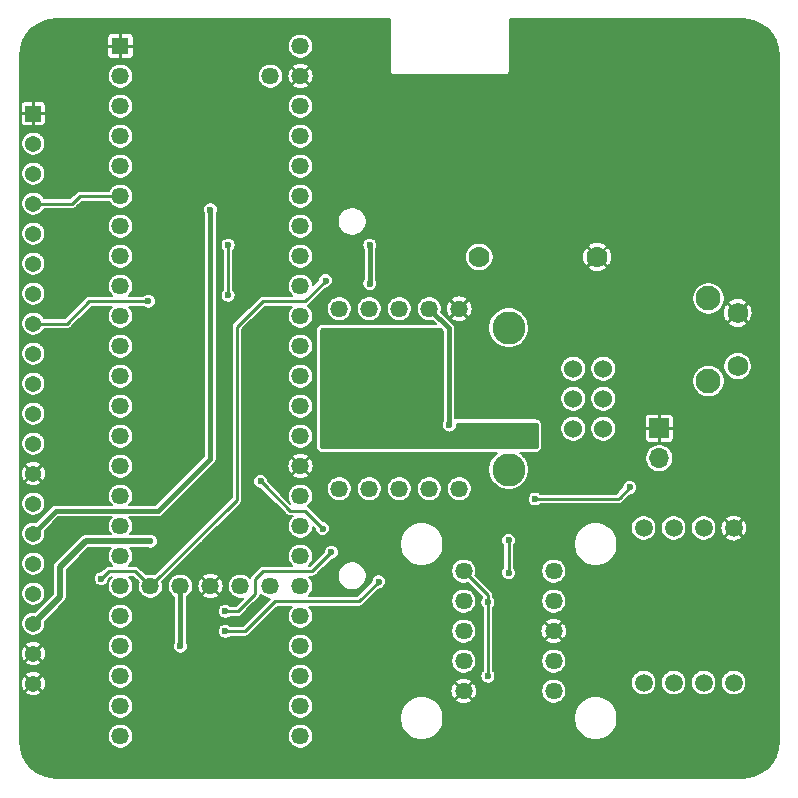
<source format=gbr>
%TF.GenerationSoftware,KiCad,Pcbnew,(5.1.8)-1*%
%TF.CreationDate,2020-11-12T22:30:36-08:00*%
%TF.ProjectId,IRIS-core,49524953-2d63-46f7-9265-2e6b69636164,rev?*%
%TF.SameCoordinates,Original*%
%TF.FileFunction,Copper,L2,Bot*%
%TF.FilePolarity,Positive*%
%FSLAX46Y46*%
G04 Gerber Fmt 4.6, Leading zero omitted, Abs format (unit mm)*
G04 Created by KiCad (PCBNEW (5.1.8)-1) date 2020-11-12 22:30:36*
%MOMM*%
%LPD*%
G01*
G04 APERTURE LIST*
%TA.AperFunction,ComponentPad*%
%ADD10C,0.800000*%
%TD*%
%TA.AperFunction,ComponentPad*%
%ADD11C,6.400000*%
%TD*%
%TA.AperFunction,ComponentPad*%
%ADD12C,1.370000*%
%TD*%
%TA.AperFunction,ComponentPad*%
%ADD13R,1.370000X1.370000*%
%TD*%
%TA.AperFunction,ComponentPad*%
%ADD14C,1.500000*%
%TD*%
%TA.AperFunction,ComponentPad*%
%ADD15C,1.524000*%
%TD*%
%TA.AperFunction,ComponentPad*%
%ADD16C,1.460000*%
%TD*%
%TA.AperFunction,ComponentPad*%
%ADD17C,1.778000*%
%TD*%
%TA.AperFunction,ComponentPad*%
%ADD18R,1.460000X1.460000*%
%TD*%
%TA.AperFunction,ComponentPad*%
%ADD19O,1.700000X1.700000*%
%TD*%
%TA.AperFunction,ComponentPad*%
%ADD20R,1.700000X1.700000*%
%TD*%
%TA.AperFunction,ComponentPad*%
%ADD21C,2.100000*%
%TD*%
%TA.AperFunction,ComponentPad*%
%ADD22C,1.750000*%
%TD*%
%TA.AperFunction,ComponentPad*%
%ADD23C,2.800000*%
%TD*%
%TA.AperFunction,ViaPad*%
%ADD24C,0.600000*%
%TD*%
%TA.AperFunction,Conductor*%
%ADD25C,0.400000*%
%TD*%
%TA.AperFunction,Conductor*%
%ADD26C,0.250000*%
%TD*%
%TA.AperFunction,Conductor*%
%ADD27C,0.500000*%
%TD*%
%TA.AperFunction,Conductor*%
%ADD28C,0.160000*%
%TD*%
%TA.AperFunction,Conductor*%
%ADD29C,0.100000*%
%TD*%
%TA.AperFunction,Conductor*%
%ADD30C,0.254000*%
%TD*%
G04 APERTURE END LIST*
D10*
%TO.P,J1,MP*%
%TO.N,GND*%
X5900000Y29000000D03*
D11*
X3500000Y29000000D03*
D10*
X3500000Y26600000D03*
X1802944Y30697056D03*
X1802944Y27302944D03*
X1100000Y29000000D03*
X3500000Y31400000D03*
X5197056Y27302944D03*
X5197056Y30697056D03*
X63900000Y29000000D03*
D11*
X61500000Y29000000D03*
D10*
X61500000Y26600000D03*
X59802944Y30697056D03*
X59802944Y27302944D03*
X59100000Y29000000D03*
X61500000Y31400000D03*
X63197056Y27302944D03*
X63197056Y30697056D03*
X63900000Y-29000000D03*
D11*
X61500000Y-29000000D03*
D10*
X61500000Y-31400000D03*
X59802944Y-27302944D03*
X59802944Y-30697056D03*
X59100000Y-29000000D03*
X61500000Y-26600000D03*
X63197056Y-30697056D03*
X63197056Y-27302944D03*
X5900000Y-29000000D03*
X1802944Y-30697056D03*
D11*
X3500000Y-29000000D03*
D10*
X3500000Y-26600000D03*
X5197056Y-27302944D03*
X1100000Y-29000000D03*
X1802944Y-27302944D03*
X5197056Y-30697056D03*
X3500000Y-31400000D03*
D12*
%TO.P,J1,16*%
%TO.N,/FB_HV_P*%
X1500000Y-13970000D03*
%TO.P,J1,17*%
%TO.N,/FB_HV_N*%
X1500000Y-16510000D03*
%TO.P,J1,12*%
%TO.N,/SCLK_1*%
X1500000Y-3810000D03*
%TO.P,J1,6*%
%TO.N,/IO5*%
X1500000Y11430000D03*
%TO.P,J1,7*%
%TO.N,/~PWR_BRD_INT*%
X1500000Y8890000D03*
%TO.P,J1,10*%
%TO.N,/MISO_1*%
X1500000Y1270000D03*
%TO.P,J1,3*%
%TO.N,/IO2*%
X1500000Y19050000D03*
%TO.P,J1,11*%
%TO.N,/MOSI_1*%
X1500000Y-1270000D03*
%TO.P,J1,15*%
%TO.N,+5V*%
X1500000Y-11430000D03*
D13*
%TO.P,J1,1*%
%TO.N,GND*%
X1500000Y24130000D03*
D12*
%TO.P,J1,5*%
%TO.N,/IO4*%
X1500000Y13970000D03*
%TO.P,J1,9*%
%TO.N,/SCL_0*%
X1500000Y3810000D03*
%TO.P,J1,14*%
%TO.N,/BCK_ALT*%
X1500000Y-8890000D03*
%TO.P,J1,18*%
%TO.N,+29.5V*%
X1500000Y-19050000D03*
%TO.P,J1,20*%
%TO.N,GND*%
X1500000Y-24130000D03*
%TO.P,J1,13*%
X1500000Y-6350000D03*
%TO.P,J1,8*%
%TO.N,/SDA_0*%
X1500000Y6350000D03*
%TO.P,J1,19*%
%TO.N,GND*%
X1500000Y-21590000D03*
%TO.P,J1,2*%
%TO.N,/IO1_SYNC*%
X1500000Y21590000D03*
%TO.P,J1,4*%
%TO.N,/IO3*%
X1500000Y16510000D03*
%TD*%
D14*
%TO.P,U6,1*%
%TO.N,GND*%
X60810000Y-10960000D03*
%TO.P,U6,2*%
%TO.N,+3V3*%
X58270000Y-10960000D03*
%TO.P,U6,3*%
%TO.N,/MISO_1*%
X55730000Y-10960000D03*
%TO.P,U6,4*%
%TO.N,/SCLK_1*%
X53190000Y-10960000D03*
%TO.P,U6,5*%
%TO.N,/~CS_PITOT*%
X53190000Y-24040000D03*
%TO.P,U6,6*%
%TO.N,Net-(U6-Pad6)*%
X55730000Y-24040000D03*
%TO.P,U6,7*%
%TO.N,Net-(U6-Pad7)*%
X58270000Y-24040000D03*
%TO.P,U6,8*%
%TO.N,Net-(U6-Pad8)*%
X60810000Y-24040000D03*
%TD*%
D15*
%TO.P,J2,1*%
%TO.N,/FB_HV_P*%
X49770000Y-2540000D03*
%TO.P,J2,2*%
%TO.N,+29.5V*%
X47230000Y-2540000D03*
%TO.P,J2,3*%
%TO.N,/FB_HV_N*%
X49770000Y0D03*
%TO.P,J2,4*%
%TO.N,GNDA*%
X47230000Y0D03*
%TO.P,J2,5*%
%TO.N,/SiPM*%
X49770000Y2540000D03*
%TO.P,J2,6*%
X47230000Y2540000D03*
%TD*%
D16*
%TO.P,U2,10*%
%TO.N,Net-(U2-Pad10)*%
X37580000Y-7620000D03*
%TO.P,U2,8*%
%TO.N,/M_INT3*%
X32500000Y-7620000D03*
%TO.P,U2,6*%
%TO.N,/M_INT1*%
X27420000Y-7620000D03*
%TO.P,U2,9*%
%TO.N,/M_INT4*%
X35040000Y-7620000D03*
%TO.P,U2,7*%
%TO.N,/M_INT2*%
X29960000Y-7620000D03*
%TO.P,U2,5*%
%TO.N,/SDA_1*%
X27420000Y7620000D03*
%TO.P,U2,3*%
%TO.N,/M_Wake*%
X32500000Y7620000D03*
%TO.P,U2,1*%
%TO.N,GND*%
X37580000Y7620000D03*
%TO.P,U2,4*%
%TO.N,/SCL_1*%
X29960000Y7620000D03*
%TO.P,U2,2*%
%TO.N,+3V3*%
X35040000Y7620000D03*
%TD*%
%TO.P,U5,10*%
%TO.N,GND*%
X37940000Y-24765000D03*
%TO.P,U5,7*%
%TO.N,/MISO_1*%
X37940000Y-17145000D03*
%TO.P,U5,9*%
%TO.N,/SCLK_1*%
X37940000Y-22225000D03*
%TO.P,U5,8*%
%TO.N,/MOSI_1*%
X37940000Y-19685000D03*
%TO.P,U5,6*%
%TO.N,/~CS_HG*%
X37940000Y-14605000D03*
%TO.P,U5,5*%
%TO.N,/HG_INT1*%
X45560000Y-14605000D03*
%TO.P,U5,2*%
%TO.N,+3V3*%
X45560000Y-22225000D03*
%TO.P,U5,4*%
%TO.N,/HG_INT2*%
X45560000Y-17145000D03*
%TO.P,U5,3*%
%TO.N,GND*%
X45560000Y-19685000D03*
%TO.P,U5,1*%
%TO.N,+3V3*%
X45560000Y-24765000D03*
%TD*%
D17*
%TO.P,BT1,1*%
%TO.N,Net-(BT1-Pad1)*%
X39267800Y12000000D03*
%TO.P,BT1,2*%
%TO.N,GND*%
X49250000Y12000000D03*
%TD*%
D16*
%TO.P,U1,54*%
%TO.N,/on_off*%
X21590000Y-15875000D03*
%TO.P,U1,53*%
%TO.N,Net-(U1-Pad53)*%
X19050000Y-15875000D03*
%TO.P,U1,52*%
%TO.N,GND*%
X16510000Y-15875000D03*
%TO.P,U1,51*%
%TO.N,+3V3*%
X13970000Y-15875000D03*
%TO.P,U1,50*%
%TO.N,VCC*%
X11430000Y-15875000D03*
%TO.P,U1,17*%
%TO.N,/M_INT3*%
X8890000Y-10795000D03*
%TO.P,U1,18*%
%TO.N,/MOSI_1*%
X8890000Y-13335000D03*
%TO.P,U1,19*%
%TO.N,/SCLK_1*%
X8890000Y-15875000D03*
%TO.P,U1,20*%
%TO.N,Net-(U1-Pad20)*%
X8890000Y-18415000D03*
%TO.P,U1,16*%
%TO.N,/M_INT1*%
X8890000Y-8255000D03*
%TO.P,U1,15*%
%TO.N,+3V3*%
X8890000Y-5715000D03*
%TO.P,U1,14*%
%TO.N,/MISO_0*%
X8890000Y-3175000D03*
%TO.P,U1,21*%
%TO.N,Net-(U1-Pad21)*%
X8890000Y-20955000D03*
%TO.P,U1,22*%
%TO.N,/RGB_R*%
X8890000Y-23495000D03*
%TO.P,U1,23*%
%TO.N,/RGB_Y*%
X8890000Y-26035000D03*
%TO.P,U1,24*%
%TO.N,/RGB_G*%
X8890000Y-28575000D03*
%TO.P,U1,25*%
%TO.N,/~CS_PITOT*%
X24130000Y-28575000D03*
%TO.P,U1,26*%
%TO.N,Net-(U1-Pad26)*%
X24130000Y-26035000D03*
%TO.P,U1,27*%
%TO.N,/HG_INT2*%
X24130000Y-23495000D03*
%TO.P,U1,28*%
%TO.N,/HG_INT1*%
X24130000Y-20955000D03*
%TO.P,U1,29*%
%TO.N,Net-(U1-Pad29)*%
X24130000Y-18415000D03*
%TO.P,U1,30*%
%TO.N,/~CS_HG*%
X24130000Y-15875000D03*
%TO.P,U1,31*%
%TO.N,/MISO_1*%
X24130000Y-13335000D03*
%TO.P,U1,32*%
%TO.N,/M_INT4*%
X24130000Y-10795000D03*
%TO.P,U1,33*%
%TO.N,/M_INT2*%
X24130000Y-8255000D03*
%TO.P,U1,34*%
%TO.N,GND*%
X24130000Y-5715000D03*
%TO.P,U1,13*%
%TO.N,/MOSI_0*%
X8890000Y-635000D03*
%TO.P,U1,12*%
%TO.N,/~CS_MEM*%
X8890000Y1905000D03*
%TO.P,U1,11*%
%TO.N,/~RST_MEM*%
X8890000Y4445000D03*
%TO.P,U1,10*%
%TO.N,Net-(U1-Pad10)*%
X8890000Y6985000D03*
%TO.P,U1,9*%
%TO.N,/~PWR_BRD_INT*%
X8890000Y9525000D03*
%TO.P,U1,8*%
%TO.N,/IO5*%
X8890000Y12065000D03*
%TO.P,U1,7*%
%TO.N,/IO4*%
X8890000Y14605000D03*
%TO.P,U1,6*%
%TO.N,/IO3*%
X8890000Y17145000D03*
%TO.P,U1,5*%
%TO.N,/IO2*%
X8890000Y19685000D03*
%TO.P,U1,4*%
%TO.N,/IO1_SYNC*%
X8890000Y22225000D03*
%TO.P,U1,3*%
%TO.N,Net-(U1-Pad3)*%
X8890000Y24765000D03*
%TO.P,U1,2*%
%TO.N,Net-(U1-Pad2)*%
X8890000Y27305000D03*
D18*
%TO.P,U1,1*%
%TO.N,GND*%
X8890000Y29845000D03*
D16*
%TO.P,U1,35*%
%TO.N,/SCLK_0*%
X24130000Y-3175000D03*
%TO.P,U1,36*%
%TO.N,/Detector*%
X24130000Y-635000D03*
%TO.P,U1,37*%
%TO.N,/M_Wake*%
X24130000Y1905000D03*
%TO.P,U1,38*%
%TO.N,/SCL_1*%
X24130000Y4445000D03*
%TO.P,U1,39*%
%TO.N,/SDA_1*%
X24130000Y6985000D03*
%TO.P,U1,40*%
%TO.N,/SDA_0*%
X24130000Y9525000D03*
%TO.P,U1,41*%
%TO.N,/SCL_0*%
X24130000Y12065000D03*
%TO.P,U1,42*%
%TO.N,/TX_MCU*%
X24130000Y14605000D03*
%TO.P,U1,43*%
%TO.N,/RX_MCU*%
X24130000Y17145000D03*
%TO.P,U1,44*%
%TO.N,Net-(U1-Pad44)*%
X24130000Y19685000D03*
%TO.P,U1,45*%
%TO.N,Net-(U1-Pad45)*%
X24130000Y22225000D03*
%TO.P,U1,46*%
%TO.N,+3V3*%
X24130000Y24765000D03*
%TO.P,U1,47*%
%TO.N,GND*%
X24130000Y27305000D03*
%TO.P,U1,48*%
%TO.N,+5V*%
X24130000Y29845000D03*
%TO.P,U1,49*%
%TO.N,Net-(U1-Pad49)*%
X21590000Y27305000D03*
%TD*%
D19*
%TO.P,JP2,2*%
%TO.N,/~WP*%
X54500000Y-5040000D03*
D20*
%TO.P,JP2,1*%
%TO.N,GND*%
X54500000Y-2500000D03*
%TD*%
D21*
%TO.P,SW1,*%
%TO.N,*%
X58660000Y1490000D03*
D22*
%TO.P,SW1,2*%
%TO.N,/on_off*%
X61150000Y2750000D03*
%TO.P,SW1,1*%
%TO.N,GND*%
X61150000Y7250000D03*
D21*
%TO.P,SW1,*%
%TO.N,*%
X58660000Y8500000D03*
%TD*%
D23*
%TO.P,TP1,1*%
%TO.N,Net-(R3-Pad1)*%
X41750000Y6000000D03*
%TD*%
%TO.P,TP2,1*%
%TO.N,Net-(C1-Pad1)*%
X41750000Y-6000000D03*
%TD*%
D24*
%TO.N,GND*%
X22500000Y9500000D03*
X33750000Y-5500000D03*
X33750000Y-6750000D03*
X58500000Y26000000D03*
X54500000Y26000000D03*
X54500000Y30000000D03*
X50500000Y30000000D03*
X46500000Y30000000D03*
X50500000Y26000000D03*
X54500000Y18000000D03*
X50500000Y18000000D03*
X54500000Y14000000D03*
X50500000Y14000000D03*
X50500000Y10000000D03*
X54500000Y10000000D03*
X54500000Y6000000D03*
X50500000Y6000000D03*
X46500000Y6000000D03*
X46500000Y10000000D03*
X46500000Y14000000D03*
X42500000Y10000000D03*
X58500000Y-2000000D03*
X58500000Y-6000000D03*
X6500000Y26000000D03*
X6500000Y22000000D03*
X10500000Y22000000D03*
X10500000Y26000000D03*
X14500000Y30000000D03*
X14500000Y26000000D03*
X10500000Y18000000D03*
X10500000Y14000000D03*
X18500000Y18000000D03*
X18500000Y22000000D03*
X18500000Y26000000D03*
X18500000Y30000000D03*
X14500000Y22000000D03*
X14500000Y18000000D03*
X14500000Y14000000D03*
X22500000Y18000000D03*
X22500000Y22000000D03*
X22500000Y26000000D03*
X14500000Y2000000D03*
X14500000Y-2000000D03*
X10500000Y-2000000D03*
X22500000Y2000000D03*
X6500000Y-26000000D03*
X10500000Y-22000000D03*
X18500000Y-22000000D03*
X18500000Y-26000000D03*
X22500000Y-26000000D03*
X6500000Y-22000000D03*
X58500000Y-18000000D03*
X50500000Y-18000000D03*
X50500000Y-14000000D03*
X26500000Y26000000D03*
X26500000Y30000000D03*
X30500000Y30000000D03*
X30500000Y26000000D03*
X26500000Y14000000D03*
X14500000Y-9500000D03*
X19250000Y-9500000D03*
X14500000Y-30250000D03*
X12250000Y-30750000D03*
X22500000Y-29750000D03*
X18500000Y-29750000D03*
X31750000Y-27000000D03*
X36750000Y-27000000D03*
X42000000Y-26500000D03*
X44000000Y-24500000D03*
X64250000Y-2000000D03*
X64250000Y-6000000D03*
X64250000Y2000000D03*
X64250000Y6000000D03*
X64250000Y10000000D03*
X64250000Y14000000D03*
X64250000Y18000000D03*
X64250000Y22000000D03*
X64250000Y-10000000D03*
X64250000Y-14000000D03*
X64250000Y-18000000D03*
X64250000Y-22000000D03*
X33750000Y22250000D03*
X39750000Y22250000D03*
X39750000Y19000000D03*
X33750000Y19000000D03*
X26500000Y23500000D03*
X26500000Y21000000D03*
X26500000Y18500000D03*
X54500000Y-14000000D03*
X54500000Y-18000000D03*
X31250000Y-6750000D03*
X28750000Y-6750000D03*
X51000000Y1250000D03*
X6500000Y-18000000D03*
X44000000Y-28500000D03*
X46000000Y-26500000D03*
X51500000Y-23000000D03*
X54500000Y-21250000D03*
X3175000Y12700000D03*
X3175000Y10160000D03*
X3175000Y7620000D03*
X3175000Y5080000D03*
X3175000Y2540000D03*
X3175000Y0D03*
X3175000Y15240000D03*
X3175000Y17780000D03*
X3175000Y20320000D03*
X17650000Y2000000D03*
X17650000Y-2000000D03*
X51500000Y-28500000D03*
X34250000Y11000000D03*
X42500000Y14000000D03*
X38500000Y14000000D03*
X43500000Y22750000D03*
X43500000Y25500000D03*
X46500000Y18000000D03*
X18500000Y7750000D03*
X14500000Y7750000D03*
X7500000Y5750000D03*
X7500000Y9500000D03*
X54500000Y2000000D03*
%TO.N,+3V3*%
X13970000Y-20955000D03*
X30000000Y13000000D03*
X30000000Y9750000D03*
X18000000Y8750000D03*
X18000000Y13000000D03*
X36700000Y-2200000D03*
%TO.N,+5V*%
X16500000Y16000000D03*
%TO.N,+29.5V*%
X11430000Y-12065000D03*
%TO.N,/FB_HV_N*%
X17750000Y-19685000D03*
X30750000Y-15500000D03*
%TO.N,/FB_HV_P*%
X26750000Y-13000000D03*
X17750000Y-18000000D03*
%TO.N,/~WP*%
X20750000Y-7000000D03*
X26000000Y-11000000D03*
X44000000Y-8500000D03*
X52020000Y-7520000D03*
%TO.N,/on_off*%
X41750000Y-12000000D03*
X41750000Y-14750000D03*
%TO.N,/~CS_HG*%
X40000000Y-17250000D03*
X40000000Y-23500000D03*
%TO.N,/SDA_0*%
X11250000Y8250000D03*
%TO.N,GNDA*%
X29000000Y3250000D03*
X26250000Y-2500000D03*
X26250000Y-3750000D03*
X26250000Y3250000D03*
X26250000Y2000000D03*
X26250000Y750000D03*
X37750000Y-3750000D03*
X37750000Y-2500000D03*
X32250000Y-2500000D03*
X32250000Y-3750000D03*
X39750000Y-2500000D03*
X39750000Y-3750000D03*
X43750000Y-2500000D03*
X43750000Y-3750000D03*
X26250000Y4500000D03*
X27250000Y5500000D03*
X31250000Y4000000D03*
X31000000Y1250000D03*
X29250000Y-250000D03*
X35000000Y5250000D03*
X34750000Y-1000000D03*
X34750000Y1500000D03*
%TO.N,VCC*%
X7250000Y-15250000D03*
X26250000Y10000000D03*
%TD*%
D25*
%TO.N,+3V3*%
X13970000Y-20955000D02*
X13970000Y-15875000D01*
X30000000Y13000000D02*
X30000000Y9750000D01*
D26*
X18000000Y8750000D02*
X18000000Y13000000D01*
D25*
X36700000Y5960000D02*
X35040000Y7620000D01*
X36700000Y-2200000D02*
X36700000Y5960000D01*
%TO.N,+5V*%
X16500000Y9750000D02*
X16500000Y-5090000D01*
X16500000Y-5090000D02*
X12065000Y-9525000D01*
X16500000Y9750000D02*
X16500000Y16000000D01*
X3405000Y-9525000D02*
X1500000Y-11430000D01*
X12065000Y-9525000D02*
X3405000Y-9525000D01*
D27*
%TO.N,+29.5V*%
X11430000Y-12065000D02*
X5935000Y-12065000D01*
X5935000Y-12065000D02*
X3750000Y-14250000D01*
X3750000Y-16800000D02*
X1500000Y-19050000D01*
X3750000Y-14250000D02*
X3750000Y-16800000D01*
D26*
%TO.N,/FB_HV_N*%
X29105000Y-17145000D02*
X30750000Y-15500000D01*
X21955402Y-17145000D02*
X29105000Y-17145000D01*
X17750000Y-19685000D02*
X19415402Y-19685000D01*
X19415402Y-19685000D02*
X21955402Y-17145000D01*
%TO.N,/FB_HV_P*%
X20955000Y-14605000D02*
X20320000Y-15240000D01*
X20320000Y-15240000D02*
X20320000Y-16510000D01*
X24645000Y-14605000D02*
X25145000Y-14605000D01*
X24645000Y-14605000D02*
X20955000Y-14605000D01*
X25065000Y-14605000D02*
X24645000Y-14605000D01*
X25145000Y-14605000D02*
X26750000Y-13000000D01*
X20320000Y-16510000D02*
X19540000Y-17290000D01*
X19540000Y-17290000D02*
X19290000Y-17540000D01*
X18830000Y-18000000D02*
X19540000Y-17290000D01*
X17750000Y-18000000D02*
X18830000Y-18000000D01*
%TO.N,/IO3*%
X4826000Y16510000D02*
X1500000Y16510000D01*
X5461000Y17145000D02*
X4826000Y16510000D01*
X8890000Y17145000D02*
X5461000Y17145000D01*
%TO.N,/~WP*%
X21000000Y-7250000D02*
X23250000Y-9500000D01*
X21000000Y-7250000D02*
X20750000Y-7000000D01*
X24500000Y-9500000D02*
X23250000Y-9500000D01*
X26000000Y-11000000D02*
X24500000Y-9500000D01*
X44000000Y-8500000D02*
X51040000Y-8500000D01*
X51040000Y-8500000D02*
X51145000Y-8395000D01*
X51145000Y-8395000D02*
X52020000Y-7520000D01*
%TO.N,/on_off*%
X41750000Y-12000000D02*
X41750000Y-14750000D01*
%TO.N,/~CS_HG*%
X40000000Y-16665000D02*
X37940000Y-14605000D01*
X40000000Y-17250000D02*
X40000000Y-16665000D01*
X40000000Y-17250000D02*
X40000000Y-23500000D01*
%TO.N,/SDA_0*%
X4350000Y6350000D02*
X1500000Y6350000D01*
X6250000Y8250000D02*
X4350000Y6350000D01*
X10000000Y8250000D02*
X6250000Y8250000D01*
X11250000Y8250000D02*
X10000000Y8250000D01*
%TO.N,VCC*%
X26250000Y10000000D02*
X24505000Y8255000D01*
X20955000Y8255000D02*
X18750000Y6050000D01*
X23505000Y8255000D02*
X20955000Y8255000D01*
X23505000Y8255000D02*
X23255000Y8255000D01*
X24505000Y8255000D02*
X23505000Y8255000D01*
X18750000Y6050000D02*
X18750000Y-8555000D01*
X11430000Y-15875000D02*
X18750000Y-8555000D01*
X7895000Y-14605000D02*
X7250000Y-15250000D01*
X11430000Y-15875000D02*
X10160000Y-14605000D01*
X10160000Y-14605000D02*
X7895000Y-14605000D01*
%TD*%
D28*
%TO.N,GND*%
X31670000Y27700000D02*
X31671537Y27684393D01*
X31686761Y27607856D01*
X31691314Y27592848D01*
X31698707Y27579017D01*
X31742062Y27514133D01*
X31752011Y27502010D01*
X31764133Y27492062D01*
X31829017Y27448707D01*
X31842848Y27441314D01*
X31857856Y27436761D01*
X31934393Y27421537D01*
X31950000Y27420000D01*
X41550000Y27420000D01*
X41565607Y27421537D01*
X41642144Y27436761D01*
X41657152Y27441314D01*
X41670983Y27448707D01*
X41735867Y27492062D01*
X41747990Y27502011D01*
X41757938Y27514133D01*
X41801293Y27579017D01*
X41808686Y27592848D01*
X41813239Y27607856D01*
X41828463Y27684393D01*
X41830000Y27700000D01*
X41830000Y32120000D01*
X61481419Y32120000D01*
X62105657Y32058793D01*
X62688244Y31882900D01*
X63225574Y31597195D01*
X63697175Y31212568D01*
X64085085Y30743665D01*
X64374533Y30208344D01*
X64554490Y29626994D01*
X64619984Y29003866D01*
X64620000Y28999253D01*
X64620001Y-28981409D01*
X64558793Y-29605657D01*
X64382900Y-30188244D01*
X64097195Y-30725575D01*
X63712568Y-31197175D01*
X63243665Y-31585085D01*
X62708342Y-31874533D01*
X62126994Y-32054490D01*
X61503866Y-32119984D01*
X61499253Y-32120000D01*
X3518580Y-32120000D01*
X2894343Y-32058793D01*
X2311756Y-31882900D01*
X1774425Y-31597195D01*
X1302825Y-31212568D01*
X914915Y-30743665D01*
X625467Y-30208342D01*
X445510Y-29626994D01*
X380016Y-29003866D01*
X380000Y-28999253D01*
X380000Y-28470599D01*
X7830000Y-28470599D01*
X7830000Y-28679401D01*
X7870735Y-28884191D01*
X7950640Y-29077098D01*
X8066644Y-29250711D01*
X8214289Y-29398356D01*
X8387902Y-29514360D01*
X8580809Y-29594265D01*
X8785599Y-29635000D01*
X8994401Y-29635000D01*
X9199191Y-29594265D01*
X9392098Y-29514360D01*
X9565711Y-29398356D01*
X9713356Y-29250711D01*
X9829360Y-29077098D01*
X9909265Y-28884191D01*
X9950000Y-28679401D01*
X9950000Y-28470599D01*
X23070000Y-28470599D01*
X23070000Y-28679401D01*
X23110735Y-28884191D01*
X23190640Y-29077098D01*
X23306644Y-29250711D01*
X23454289Y-29398356D01*
X23627902Y-29514360D01*
X23820809Y-29594265D01*
X24025599Y-29635000D01*
X24234401Y-29635000D01*
X24439191Y-29594265D01*
X24632098Y-29514360D01*
X24805711Y-29398356D01*
X24953356Y-29250711D01*
X25069360Y-29077098D01*
X25149265Y-28884191D01*
X25190000Y-28679401D01*
X25190000Y-28470599D01*
X25149265Y-28265809D01*
X25069360Y-28072902D01*
X24953356Y-27899289D01*
X24805711Y-27751644D01*
X24632098Y-27635640D01*
X24439191Y-27555735D01*
X24234401Y-27515000D01*
X24025599Y-27515000D01*
X23820809Y-27555735D01*
X23627902Y-27635640D01*
X23454289Y-27751644D01*
X23306644Y-27899289D01*
X23190640Y-28072902D01*
X23110735Y-28265809D01*
X23070000Y-28470599D01*
X9950000Y-28470599D01*
X9909265Y-28265809D01*
X9829360Y-28072902D01*
X9713356Y-27899289D01*
X9565711Y-27751644D01*
X9392098Y-27635640D01*
X9199191Y-27555735D01*
X8994401Y-27515000D01*
X8785599Y-27515000D01*
X8580809Y-27555735D01*
X8387902Y-27635640D01*
X8214289Y-27751644D01*
X8066644Y-27899289D01*
X7950640Y-28072902D01*
X7870735Y-28265809D01*
X7830000Y-28470599D01*
X380000Y-28470599D01*
X380000Y-25930599D01*
X7830000Y-25930599D01*
X7830000Y-26139401D01*
X7870735Y-26344191D01*
X7950640Y-26537098D01*
X8066644Y-26710711D01*
X8214289Y-26858356D01*
X8387902Y-26974360D01*
X8580809Y-27054265D01*
X8785599Y-27095000D01*
X8994401Y-27095000D01*
X9199191Y-27054265D01*
X9392098Y-26974360D01*
X9565711Y-26858356D01*
X9713356Y-26710711D01*
X9829360Y-26537098D01*
X9909265Y-26344191D01*
X9950000Y-26139401D01*
X9950000Y-25930599D01*
X23070000Y-25930599D01*
X23070000Y-26139401D01*
X23110735Y-26344191D01*
X23190640Y-26537098D01*
X23306644Y-26710711D01*
X23454289Y-26858356D01*
X23627902Y-26974360D01*
X23820809Y-27054265D01*
X24025599Y-27095000D01*
X24234401Y-27095000D01*
X24439191Y-27054265D01*
X24632098Y-26974360D01*
X24790683Y-26868397D01*
X32530000Y-26868397D01*
X32530000Y-27233603D01*
X32601248Y-27591792D01*
X32741006Y-27929198D01*
X32943904Y-28232856D01*
X33202144Y-28491096D01*
X33505802Y-28693994D01*
X33843208Y-28833752D01*
X34201397Y-28905000D01*
X34566603Y-28905000D01*
X34924792Y-28833752D01*
X35262198Y-28693994D01*
X35565856Y-28491096D01*
X35824096Y-28232856D01*
X36026994Y-27929198D01*
X36166752Y-27591792D01*
X36238000Y-27233603D01*
X36238000Y-26868397D01*
X47262000Y-26868397D01*
X47262000Y-27233603D01*
X47333248Y-27591792D01*
X47473006Y-27929198D01*
X47675904Y-28232856D01*
X47934144Y-28491096D01*
X48237802Y-28693994D01*
X48575208Y-28833752D01*
X48933397Y-28905000D01*
X49298603Y-28905000D01*
X49656792Y-28833752D01*
X49994198Y-28693994D01*
X50297856Y-28491096D01*
X50556096Y-28232856D01*
X50758994Y-27929198D01*
X50898752Y-27591792D01*
X50970000Y-27233603D01*
X50970000Y-26868397D01*
X50898752Y-26510208D01*
X50758994Y-26172802D01*
X50556096Y-25869144D01*
X50297856Y-25610904D01*
X49994198Y-25408006D01*
X49656792Y-25268248D01*
X49298603Y-25197000D01*
X48933397Y-25197000D01*
X48575208Y-25268248D01*
X48237802Y-25408006D01*
X47934144Y-25610904D01*
X47675904Y-25869144D01*
X47473006Y-26172802D01*
X47333248Y-26510208D01*
X47262000Y-26868397D01*
X36238000Y-26868397D01*
X36166752Y-26510208D01*
X36026994Y-26172802D01*
X35824096Y-25869144D01*
X35565856Y-25610904D01*
X35426261Y-25517629D01*
X37251011Y-25517629D01*
X37321340Y-25693070D01*
X37514285Y-25795932D01*
X37723590Y-25859176D01*
X37941211Y-25880371D01*
X38158786Y-25858703D01*
X38367953Y-25795005D01*
X38558660Y-25693070D01*
X38628989Y-25517629D01*
X37940000Y-24828640D01*
X37251011Y-25517629D01*
X35426261Y-25517629D01*
X35262198Y-25408006D01*
X34924792Y-25268248D01*
X34566603Y-25197000D01*
X34201397Y-25197000D01*
X33843208Y-25268248D01*
X33505802Y-25408006D01*
X33202144Y-25610904D01*
X32943904Y-25869144D01*
X32741006Y-26172802D01*
X32601248Y-26510208D01*
X32530000Y-26868397D01*
X24790683Y-26868397D01*
X24805711Y-26858356D01*
X24953356Y-26710711D01*
X25069360Y-26537098D01*
X25149265Y-26344191D01*
X25190000Y-26139401D01*
X25190000Y-25930599D01*
X25149265Y-25725809D01*
X25069360Y-25532902D01*
X24953356Y-25359289D01*
X24805711Y-25211644D01*
X24632098Y-25095640D01*
X24439191Y-25015735D01*
X24234401Y-24975000D01*
X24025599Y-24975000D01*
X23820809Y-25015735D01*
X23627902Y-25095640D01*
X23454289Y-25211644D01*
X23306644Y-25359289D01*
X23190640Y-25532902D01*
X23110735Y-25725809D01*
X23070000Y-25930599D01*
X9950000Y-25930599D01*
X9909265Y-25725809D01*
X9829360Y-25532902D01*
X9713356Y-25359289D01*
X9565711Y-25211644D01*
X9392098Y-25095640D01*
X9199191Y-25015735D01*
X8994401Y-24975000D01*
X8785599Y-24975000D01*
X8580809Y-25015735D01*
X8387902Y-25095640D01*
X8214289Y-25211644D01*
X8066644Y-25359289D01*
X7950640Y-25532902D01*
X7870735Y-25725809D01*
X7830000Y-25930599D01*
X380000Y-25930599D01*
X380000Y-24850622D01*
X843017Y-24850622D01*
X907942Y-25021457D01*
X1093233Y-25119832D01*
X1294155Y-25180169D01*
X1502988Y-25200149D01*
X1711706Y-25179004D01*
X1912289Y-25117545D01*
X2092058Y-25021457D01*
X2156983Y-24850622D01*
X1500000Y-24193640D01*
X843017Y-24850622D01*
X380000Y-24850622D01*
X380000Y-24132988D01*
X429851Y-24132988D01*
X450996Y-24341706D01*
X512455Y-24542289D01*
X608543Y-24722058D01*
X779378Y-24786983D01*
X1436360Y-24130000D01*
X1563640Y-24130000D01*
X2220622Y-24786983D01*
X2275278Y-24766211D01*
X36824629Y-24766211D01*
X36846297Y-24983786D01*
X36909995Y-25192953D01*
X37011930Y-25383660D01*
X37187371Y-25453989D01*
X37876360Y-24765000D01*
X38003640Y-24765000D01*
X38692629Y-25453989D01*
X38868070Y-25383660D01*
X38970932Y-25190715D01*
X39034176Y-24981410D01*
X39055371Y-24763789D01*
X39045095Y-24660599D01*
X44500000Y-24660599D01*
X44500000Y-24869401D01*
X44540735Y-25074191D01*
X44620640Y-25267098D01*
X44736644Y-25440711D01*
X44884289Y-25588356D01*
X45057902Y-25704360D01*
X45250809Y-25784265D01*
X45455599Y-25825000D01*
X45664401Y-25825000D01*
X45869191Y-25784265D01*
X46062098Y-25704360D01*
X46235711Y-25588356D01*
X46383356Y-25440711D01*
X46499360Y-25267098D01*
X46579265Y-25074191D01*
X46620000Y-24869401D01*
X46620000Y-24660599D01*
X46579265Y-24455809D01*
X46499360Y-24262902D01*
X46383356Y-24089289D01*
X46235711Y-23941644D01*
X46223716Y-23933629D01*
X52110000Y-23933629D01*
X52110000Y-24146371D01*
X52151503Y-24355024D01*
X52232916Y-24551572D01*
X52351109Y-24728460D01*
X52501540Y-24878891D01*
X52678428Y-24997084D01*
X52874976Y-25078497D01*
X53083629Y-25120000D01*
X53296371Y-25120000D01*
X53505024Y-25078497D01*
X53701572Y-24997084D01*
X53878460Y-24878891D01*
X54028891Y-24728460D01*
X54147084Y-24551572D01*
X54228497Y-24355024D01*
X54270000Y-24146371D01*
X54270000Y-23933629D01*
X54650000Y-23933629D01*
X54650000Y-24146371D01*
X54691503Y-24355024D01*
X54772916Y-24551572D01*
X54891109Y-24728460D01*
X55041540Y-24878891D01*
X55218428Y-24997084D01*
X55414976Y-25078497D01*
X55623629Y-25120000D01*
X55836371Y-25120000D01*
X56045024Y-25078497D01*
X56241572Y-24997084D01*
X56418460Y-24878891D01*
X56568891Y-24728460D01*
X56687084Y-24551572D01*
X56768497Y-24355024D01*
X56810000Y-24146371D01*
X56810000Y-23933629D01*
X57190000Y-23933629D01*
X57190000Y-24146371D01*
X57231503Y-24355024D01*
X57312916Y-24551572D01*
X57431109Y-24728460D01*
X57581540Y-24878891D01*
X57758428Y-24997084D01*
X57954976Y-25078497D01*
X58163629Y-25120000D01*
X58376371Y-25120000D01*
X58585024Y-25078497D01*
X58781572Y-24997084D01*
X58958460Y-24878891D01*
X59108891Y-24728460D01*
X59227084Y-24551572D01*
X59308497Y-24355024D01*
X59350000Y-24146371D01*
X59350000Y-23933629D01*
X59730000Y-23933629D01*
X59730000Y-24146371D01*
X59771503Y-24355024D01*
X59852916Y-24551572D01*
X59971109Y-24728460D01*
X60121540Y-24878891D01*
X60298428Y-24997084D01*
X60494976Y-25078497D01*
X60703629Y-25120000D01*
X60916371Y-25120000D01*
X61125024Y-25078497D01*
X61321572Y-24997084D01*
X61498460Y-24878891D01*
X61648891Y-24728460D01*
X61767084Y-24551572D01*
X61848497Y-24355024D01*
X61890000Y-24146371D01*
X61890000Y-23933629D01*
X61848497Y-23724976D01*
X61767084Y-23528428D01*
X61648891Y-23351540D01*
X61498460Y-23201109D01*
X61321572Y-23082916D01*
X61125024Y-23001503D01*
X60916371Y-22960000D01*
X60703629Y-22960000D01*
X60494976Y-23001503D01*
X60298428Y-23082916D01*
X60121540Y-23201109D01*
X59971109Y-23351540D01*
X59852916Y-23528428D01*
X59771503Y-23724976D01*
X59730000Y-23933629D01*
X59350000Y-23933629D01*
X59308497Y-23724976D01*
X59227084Y-23528428D01*
X59108891Y-23351540D01*
X58958460Y-23201109D01*
X58781572Y-23082916D01*
X58585024Y-23001503D01*
X58376371Y-22960000D01*
X58163629Y-22960000D01*
X57954976Y-23001503D01*
X57758428Y-23082916D01*
X57581540Y-23201109D01*
X57431109Y-23351540D01*
X57312916Y-23528428D01*
X57231503Y-23724976D01*
X57190000Y-23933629D01*
X56810000Y-23933629D01*
X56768497Y-23724976D01*
X56687084Y-23528428D01*
X56568891Y-23351540D01*
X56418460Y-23201109D01*
X56241572Y-23082916D01*
X56045024Y-23001503D01*
X55836371Y-22960000D01*
X55623629Y-22960000D01*
X55414976Y-23001503D01*
X55218428Y-23082916D01*
X55041540Y-23201109D01*
X54891109Y-23351540D01*
X54772916Y-23528428D01*
X54691503Y-23724976D01*
X54650000Y-23933629D01*
X54270000Y-23933629D01*
X54228497Y-23724976D01*
X54147084Y-23528428D01*
X54028891Y-23351540D01*
X53878460Y-23201109D01*
X53701572Y-23082916D01*
X53505024Y-23001503D01*
X53296371Y-22960000D01*
X53083629Y-22960000D01*
X52874976Y-23001503D01*
X52678428Y-23082916D01*
X52501540Y-23201109D01*
X52351109Y-23351540D01*
X52232916Y-23528428D01*
X52151503Y-23724976D01*
X52110000Y-23933629D01*
X46223716Y-23933629D01*
X46062098Y-23825640D01*
X45869191Y-23745735D01*
X45664401Y-23705000D01*
X45455599Y-23705000D01*
X45250809Y-23745735D01*
X45057902Y-23825640D01*
X44884289Y-23941644D01*
X44736644Y-24089289D01*
X44620640Y-24262902D01*
X44540735Y-24455809D01*
X44500000Y-24660599D01*
X39045095Y-24660599D01*
X39033703Y-24546214D01*
X38970005Y-24337047D01*
X38868070Y-24146340D01*
X38692629Y-24076011D01*
X38003640Y-24765000D01*
X37876360Y-24765000D01*
X37187371Y-24076011D01*
X37011930Y-24146340D01*
X36909068Y-24339285D01*
X36845824Y-24548590D01*
X36824629Y-24766211D01*
X2275278Y-24766211D01*
X2391457Y-24722058D01*
X2489832Y-24536767D01*
X2550169Y-24335845D01*
X2570149Y-24127012D01*
X2549004Y-23918294D01*
X2487545Y-23717711D01*
X2391457Y-23537942D01*
X2220622Y-23473017D01*
X1563640Y-24130000D01*
X1436360Y-24130000D01*
X779378Y-23473017D01*
X608543Y-23537942D01*
X510168Y-23723233D01*
X449831Y-23924155D01*
X429851Y-24132988D01*
X380000Y-24132988D01*
X380000Y-23409378D01*
X843017Y-23409378D01*
X1500000Y-24066360D01*
X2156983Y-23409378D01*
X2149847Y-23390599D01*
X7830000Y-23390599D01*
X7830000Y-23599401D01*
X7870735Y-23804191D01*
X7950640Y-23997098D01*
X8066644Y-24170711D01*
X8214289Y-24318356D01*
X8387902Y-24434360D01*
X8580809Y-24514265D01*
X8785599Y-24555000D01*
X8994401Y-24555000D01*
X9199191Y-24514265D01*
X9392098Y-24434360D01*
X9565711Y-24318356D01*
X9713356Y-24170711D01*
X9829360Y-23997098D01*
X9909265Y-23804191D01*
X9950000Y-23599401D01*
X9950000Y-23390599D01*
X23070000Y-23390599D01*
X23070000Y-23599401D01*
X23110735Y-23804191D01*
X23190640Y-23997098D01*
X23306644Y-24170711D01*
X23454289Y-24318356D01*
X23627902Y-24434360D01*
X23820809Y-24514265D01*
X24025599Y-24555000D01*
X24234401Y-24555000D01*
X24439191Y-24514265D01*
X24632098Y-24434360D01*
X24805711Y-24318356D01*
X24953356Y-24170711D01*
X25059154Y-24012371D01*
X37251011Y-24012371D01*
X37940000Y-24701360D01*
X38628989Y-24012371D01*
X38558660Y-23836930D01*
X38365715Y-23734068D01*
X38156410Y-23670824D01*
X37938789Y-23649629D01*
X37721214Y-23671297D01*
X37512047Y-23734995D01*
X37321340Y-23836930D01*
X37251011Y-24012371D01*
X25059154Y-24012371D01*
X25069360Y-23997098D01*
X25149265Y-23804191D01*
X25190000Y-23599401D01*
X25190000Y-23390599D01*
X25149265Y-23185809D01*
X25069360Y-22992902D01*
X24953356Y-22819289D01*
X24805711Y-22671644D01*
X24632098Y-22555640D01*
X24439191Y-22475735D01*
X24234401Y-22435000D01*
X24025599Y-22435000D01*
X23820809Y-22475735D01*
X23627902Y-22555640D01*
X23454289Y-22671644D01*
X23306644Y-22819289D01*
X23190640Y-22992902D01*
X23110735Y-23185809D01*
X23070000Y-23390599D01*
X9950000Y-23390599D01*
X9909265Y-23185809D01*
X9829360Y-22992902D01*
X9713356Y-22819289D01*
X9565711Y-22671644D01*
X9392098Y-22555640D01*
X9199191Y-22475735D01*
X8994401Y-22435000D01*
X8785599Y-22435000D01*
X8580809Y-22475735D01*
X8387902Y-22555640D01*
X8214289Y-22671644D01*
X8066644Y-22819289D01*
X7950640Y-22992902D01*
X7870735Y-23185809D01*
X7830000Y-23390599D01*
X2149847Y-23390599D01*
X2092058Y-23238543D01*
X1906767Y-23140168D01*
X1705845Y-23079831D01*
X1497012Y-23059851D01*
X1288294Y-23080996D01*
X1087711Y-23142455D01*
X907942Y-23238543D01*
X843017Y-23409378D01*
X380000Y-23409378D01*
X380000Y-22310622D01*
X843017Y-22310622D01*
X907942Y-22481457D01*
X1093233Y-22579832D01*
X1294155Y-22640169D01*
X1502988Y-22660149D01*
X1711706Y-22639004D01*
X1912289Y-22577545D01*
X2092058Y-22481457D01*
X2156983Y-22310622D01*
X1500000Y-21653640D01*
X843017Y-22310622D01*
X380000Y-22310622D01*
X380000Y-21592988D01*
X429851Y-21592988D01*
X450996Y-21801706D01*
X512455Y-22002289D01*
X608543Y-22182058D01*
X779378Y-22246983D01*
X1436360Y-21590000D01*
X1563640Y-21590000D01*
X2220622Y-22246983D01*
X2391457Y-22182058D01*
X2424086Y-22120599D01*
X36880000Y-22120599D01*
X36880000Y-22329401D01*
X36920735Y-22534191D01*
X37000640Y-22727098D01*
X37116644Y-22900711D01*
X37264289Y-23048356D01*
X37437902Y-23164360D01*
X37630809Y-23244265D01*
X37835599Y-23285000D01*
X38044401Y-23285000D01*
X38249191Y-23244265D01*
X38442098Y-23164360D01*
X38615711Y-23048356D01*
X38763356Y-22900711D01*
X38879360Y-22727098D01*
X38959265Y-22534191D01*
X39000000Y-22329401D01*
X39000000Y-22120599D01*
X38959265Y-21915809D01*
X38879360Y-21722902D01*
X38763356Y-21549289D01*
X38615711Y-21401644D01*
X38442098Y-21285640D01*
X38249191Y-21205735D01*
X38044401Y-21165000D01*
X37835599Y-21165000D01*
X37630809Y-21205735D01*
X37437902Y-21285640D01*
X37264289Y-21401644D01*
X37116644Y-21549289D01*
X37000640Y-21722902D01*
X36920735Y-21915809D01*
X36880000Y-22120599D01*
X2424086Y-22120599D01*
X2489832Y-21996767D01*
X2550169Y-21795845D01*
X2570149Y-21587012D01*
X2549004Y-21378294D01*
X2487545Y-21177711D01*
X2391457Y-20997942D01*
X2220622Y-20933017D01*
X1563640Y-21590000D01*
X1436360Y-21590000D01*
X779378Y-20933017D01*
X608543Y-20997942D01*
X510168Y-21183233D01*
X449831Y-21384155D01*
X429851Y-21592988D01*
X380000Y-21592988D01*
X380000Y-20869378D01*
X843017Y-20869378D01*
X1500000Y-21526360D01*
X2156983Y-20869378D01*
X2149847Y-20850599D01*
X7830000Y-20850599D01*
X7830000Y-21059401D01*
X7870735Y-21264191D01*
X7950640Y-21457098D01*
X8066644Y-21630711D01*
X8214289Y-21778356D01*
X8387902Y-21894360D01*
X8580809Y-21974265D01*
X8785599Y-22015000D01*
X8994401Y-22015000D01*
X9199191Y-21974265D01*
X9392098Y-21894360D01*
X9565711Y-21778356D01*
X9713356Y-21630711D01*
X9829360Y-21457098D01*
X9909265Y-21264191D01*
X9950000Y-21059401D01*
X9950000Y-20850599D01*
X9909265Y-20645809D01*
X9829360Y-20452902D01*
X9713356Y-20279289D01*
X9565711Y-20131644D01*
X9392098Y-20015640D01*
X9199191Y-19935735D01*
X8994401Y-19895000D01*
X8785599Y-19895000D01*
X8580809Y-19935735D01*
X8387902Y-20015640D01*
X8214289Y-20131644D01*
X8066644Y-20279289D01*
X7950640Y-20452902D01*
X7870735Y-20645809D01*
X7830000Y-20850599D01*
X2149847Y-20850599D01*
X2092058Y-20698543D01*
X1906767Y-20600168D01*
X1705845Y-20539831D01*
X1497012Y-20519851D01*
X1288294Y-20540996D01*
X1087711Y-20602455D01*
X907942Y-20698543D01*
X843017Y-20869378D01*
X380000Y-20869378D01*
X380000Y-16410031D01*
X485000Y-16410031D01*
X485000Y-16609969D01*
X524006Y-16806065D01*
X600519Y-16990783D01*
X711598Y-17157025D01*
X852975Y-17298402D01*
X1019217Y-17409481D01*
X1203935Y-17485994D01*
X1400031Y-17525000D01*
X1599969Y-17525000D01*
X1796065Y-17485994D01*
X1980783Y-17409481D01*
X2147025Y-17298402D01*
X2288402Y-17157025D01*
X2399481Y-16990783D01*
X2475994Y-16806065D01*
X2515000Y-16609969D01*
X2515000Y-16410031D01*
X2475994Y-16213935D01*
X2399481Y-16029217D01*
X2288402Y-15862975D01*
X2147025Y-15721598D01*
X1980783Y-15610519D01*
X1796065Y-15534006D01*
X1599969Y-15495000D01*
X1400031Y-15495000D01*
X1203935Y-15534006D01*
X1019217Y-15610519D01*
X852975Y-15721598D01*
X711598Y-15862975D01*
X600519Y-16029217D01*
X524006Y-16213935D01*
X485000Y-16410031D01*
X380000Y-16410031D01*
X380000Y-13870031D01*
X485000Y-13870031D01*
X485000Y-14069969D01*
X524006Y-14266065D01*
X600519Y-14450783D01*
X711598Y-14617025D01*
X852975Y-14758402D01*
X1019217Y-14869481D01*
X1203935Y-14945994D01*
X1400031Y-14985000D01*
X1599969Y-14985000D01*
X1796065Y-14945994D01*
X1980783Y-14869481D01*
X2147025Y-14758402D01*
X2288402Y-14617025D01*
X2399481Y-14450783D01*
X2475994Y-14266065D01*
X2515000Y-14069969D01*
X2515000Y-13870031D01*
X2475994Y-13673935D01*
X2399481Y-13489217D01*
X2288402Y-13322975D01*
X2147025Y-13181598D01*
X1980783Y-13070519D01*
X1796065Y-12994006D01*
X1599969Y-12955000D01*
X1400031Y-12955000D01*
X1203935Y-12994006D01*
X1019217Y-13070519D01*
X852975Y-13181598D01*
X711598Y-13322975D01*
X600519Y-13489217D01*
X524006Y-13673935D01*
X485000Y-13870031D01*
X380000Y-13870031D01*
X380000Y-11330031D01*
X485000Y-11330031D01*
X485000Y-11529969D01*
X524006Y-11726065D01*
X600519Y-11910783D01*
X711598Y-12077025D01*
X852975Y-12218402D01*
X1019217Y-12329481D01*
X1203935Y-12405994D01*
X1400031Y-12445000D01*
X1599969Y-12445000D01*
X1796065Y-12405994D01*
X1980783Y-12329481D01*
X2147025Y-12218402D01*
X2288402Y-12077025D01*
X2399481Y-11910783D01*
X2475994Y-11726065D01*
X2515000Y-11529969D01*
X2515000Y-11330031D01*
X2487542Y-11191990D01*
X3624533Y-10055000D01*
X8130933Y-10055000D01*
X8066644Y-10119289D01*
X7950640Y-10292902D01*
X7870735Y-10485809D01*
X7830000Y-10690599D01*
X7830000Y-10899401D01*
X7870735Y-11104191D01*
X7950640Y-11297098D01*
X8066644Y-11470711D01*
X8080933Y-11485000D01*
X5963488Y-11485000D01*
X5935000Y-11482194D01*
X5906512Y-11485000D01*
X5906509Y-11485000D01*
X5821300Y-11493392D01*
X5711970Y-11526557D01*
X5681584Y-11542799D01*
X5611210Y-11580414D01*
X5550790Y-11630000D01*
X5522894Y-11652894D01*
X5504734Y-11675022D01*
X3360027Y-13819730D01*
X3337894Y-13837894D01*
X3265415Y-13926211D01*
X3211557Y-14026971D01*
X3178392Y-14136301D01*
X3170000Y-14221510D01*
X3170000Y-14221519D01*
X3167195Y-14250000D01*
X3170000Y-14278481D01*
X3170001Y-16559755D01*
X1679030Y-18050726D01*
X1599969Y-18035000D01*
X1400031Y-18035000D01*
X1203935Y-18074006D01*
X1019217Y-18150519D01*
X852975Y-18261598D01*
X711598Y-18402975D01*
X600519Y-18569217D01*
X524006Y-18753935D01*
X485000Y-18950031D01*
X485000Y-19149969D01*
X524006Y-19346065D01*
X600519Y-19530783D01*
X711598Y-19697025D01*
X852975Y-19838402D01*
X1019217Y-19949481D01*
X1203935Y-20025994D01*
X1400031Y-20065000D01*
X1599969Y-20065000D01*
X1796065Y-20025994D01*
X1980783Y-19949481D01*
X2147025Y-19838402D01*
X2288402Y-19697025D01*
X2399481Y-19530783D01*
X2475994Y-19346065D01*
X2515000Y-19149969D01*
X2515000Y-18950031D01*
X2499274Y-18870970D01*
X3059645Y-18310599D01*
X7830000Y-18310599D01*
X7830000Y-18519401D01*
X7870735Y-18724191D01*
X7950640Y-18917098D01*
X8066644Y-19090711D01*
X8214289Y-19238356D01*
X8387902Y-19354360D01*
X8580809Y-19434265D01*
X8785599Y-19475000D01*
X8994401Y-19475000D01*
X9199191Y-19434265D01*
X9392098Y-19354360D01*
X9565711Y-19238356D01*
X9713356Y-19090711D01*
X9829360Y-18917098D01*
X9909265Y-18724191D01*
X9950000Y-18519401D01*
X9950000Y-18310599D01*
X9909265Y-18105809D01*
X9829360Y-17912902D01*
X9713356Y-17739289D01*
X9565711Y-17591644D01*
X9392098Y-17475640D01*
X9199191Y-17395735D01*
X8994401Y-17355000D01*
X8785599Y-17355000D01*
X8580809Y-17395735D01*
X8387902Y-17475640D01*
X8214289Y-17591644D01*
X8066644Y-17739289D01*
X7950640Y-17912902D01*
X7870735Y-18105809D01*
X7830000Y-18310599D01*
X3059645Y-18310599D01*
X4139978Y-17230266D01*
X4162106Y-17212106D01*
X4180268Y-17189976D01*
X4234586Y-17123790D01*
X4288443Y-17023031D01*
X4298350Y-16990371D01*
X4321608Y-16913700D01*
X4330000Y-16828491D01*
X4330000Y-16828488D01*
X4332806Y-16800000D01*
X4330000Y-16771512D01*
X4330000Y-14490243D01*
X6175244Y-12645000D01*
X8080933Y-12645000D01*
X8066644Y-12659289D01*
X7950640Y-12832902D01*
X7870735Y-13025809D01*
X7830000Y-13230599D01*
X7830000Y-13439401D01*
X7870735Y-13644191D01*
X7950640Y-13837098D01*
X8066644Y-14010711D01*
X8205933Y-14150000D01*
X7917347Y-14150000D01*
X7895000Y-14147799D01*
X7805804Y-14156584D01*
X7799963Y-14158356D01*
X7720037Y-14182601D01*
X7640993Y-14224851D01*
X7571710Y-14281710D01*
X7557464Y-14299069D01*
X7236534Y-14620000D01*
X7187950Y-14620000D01*
X7066236Y-14644211D01*
X6951583Y-14691702D01*
X6848399Y-14760647D01*
X6760647Y-14848399D01*
X6691702Y-14951583D01*
X6644211Y-15066236D01*
X6620000Y-15187950D01*
X6620000Y-15312050D01*
X6644211Y-15433764D01*
X6691702Y-15548417D01*
X6760647Y-15651601D01*
X6848399Y-15739353D01*
X6951583Y-15808298D01*
X7066236Y-15855789D01*
X7187950Y-15880000D01*
X7312050Y-15880000D01*
X7433764Y-15855789D01*
X7548417Y-15808298D01*
X7651601Y-15739353D01*
X7739353Y-15651601D01*
X7808298Y-15548417D01*
X7855789Y-15433764D01*
X7880000Y-15312050D01*
X7880000Y-15263466D01*
X8083467Y-15060000D01*
X8205933Y-15060000D01*
X8066644Y-15199289D01*
X7950640Y-15372902D01*
X7870735Y-15565809D01*
X7830000Y-15770599D01*
X7830000Y-15979401D01*
X7870735Y-16184191D01*
X7950640Y-16377098D01*
X8066644Y-16550711D01*
X8214289Y-16698356D01*
X8387902Y-16814360D01*
X8580809Y-16894265D01*
X8785599Y-16935000D01*
X8994401Y-16935000D01*
X9199191Y-16894265D01*
X9392098Y-16814360D01*
X9565711Y-16698356D01*
X9713356Y-16550711D01*
X9829360Y-16377098D01*
X9909265Y-16184191D01*
X9950000Y-15979401D01*
X9950000Y-15770599D01*
X9909265Y-15565809D01*
X9829360Y-15372902D01*
X9713356Y-15199289D01*
X9574067Y-15060000D01*
X9971534Y-15060000D01*
X10430244Y-15518711D01*
X10410735Y-15565809D01*
X10370000Y-15770599D01*
X10370000Y-15979401D01*
X10410735Y-16184191D01*
X10490640Y-16377098D01*
X10606644Y-16550711D01*
X10754289Y-16698356D01*
X10927902Y-16814360D01*
X11120809Y-16894265D01*
X11325599Y-16935000D01*
X11534401Y-16935000D01*
X11739191Y-16894265D01*
X11932098Y-16814360D01*
X12105711Y-16698356D01*
X12253356Y-16550711D01*
X12369360Y-16377098D01*
X12449265Y-16184191D01*
X12490000Y-15979401D01*
X12490000Y-15770599D01*
X12910000Y-15770599D01*
X12910000Y-15979401D01*
X12950735Y-16184191D01*
X13030640Y-16377098D01*
X13146644Y-16550711D01*
X13294289Y-16698356D01*
X13440001Y-16795717D01*
X13440000Y-20614232D01*
X13411702Y-20656583D01*
X13364211Y-20771236D01*
X13340000Y-20892950D01*
X13340000Y-21017050D01*
X13364211Y-21138764D01*
X13411702Y-21253417D01*
X13480647Y-21356601D01*
X13568399Y-21444353D01*
X13671583Y-21513298D01*
X13786236Y-21560789D01*
X13907950Y-21585000D01*
X14032050Y-21585000D01*
X14153764Y-21560789D01*
X14268417Y-21513298D01*
X14371601Y-21444353D01*
X14459353Y-21356601D01*
X14528298Y-21253417D01*
X14575789Y-21138764D01*
X14600000Y-21017050D01*
X14600000Y-20892950D01*
X14591576Y-20850599D01*
X23070000Y-20850599D01*
X23070000Y-21059401D01*
X23110735Y-21264191D01*
X23190640Y-21457098D01*
X23306644Y-21630711D01*
X23454289Y-21778356D01*
X23627902Y-21894360D01*
X23820809Y-21974265D01*
X24025599Y-22015000D01*
X24234401Y-22015000D01*
X24439191Y-21974265D01*
X24632098Y-21894360D01*
X24805711Y-21778356D01*
X24953356Y-21630711D01*
X25069360Y-21457098D01*
X25149265Y-21264191D01*
X25190000Y-21059401D01*
X25190000Y-20850599D01*
X25149265Y-20645809D01*
X25069360Y-20452902D01*
X24953356Y-20279289D01*
X24805711Y-20131644D01*
X24632098Y-20015640D01*
X24439191Y-19935735D01*
X24234401Y-19895000D01*
X24025599Y-19895000D01*
X23820809Y-19935735D01*
X23627902Y-20015640D01*
X23454289Y-20131644D01*
X23306644Y-20279289D01*
X23190640Y-20452902D01*
X23110735Y-20645809D01*
X23070000Y-20850599D01*
X14591576Y-20850599D01*
X14575789Y-20771236D01*
X14528298Y-20656583D01*
X14500000Y-20614232D01*
X14500000Y-17937950D01*
X17120000Y-17937950D01*
X17120000Y-18062050D01*
X17144211Y-18183764D01*
X17191702Y-18298417D01*
X17260647Y-18401601D01*
X17348399Y-18489353D01*
X17451583Y-18558298D01*
X17566236Y-18605789D01*
X17687950Y-18630000D01*
X17812050Y-18630000D01*
X17933764Y-18605789D01*
X18048417Y-18558298D01*
X18151601Y-18489353D01*
X18185954Y-18455000D01*
X18807653Y-18455000D01*
X18830000Y-18457201D01*
X18919195Y-18448416D01*
X19004963Y-18422399D01*
X19084007Y-18380149D01*
X19153290Y-18323290D01*
X19167541Y-18305925D01*
X19877535Y-17595932D01*
X19877539Y-17595927D01*
X20625930Y-16847537D01*
X20643290Y-16833290D01*
X20700149Y-16764007D01*
X20719815Y-16727214D01*
X20742399Y-16684964D01*
X20768416Y-16599196D01*
X20772604Y-16556671D01*
X20914289Y-16698356D01*
X21087902Y-16814360D01*
X21280809Y-16894265D01*
X21485599Y-16935000D01*
X21521935Y-16935000D01*
X19226936Y-19230000D01*
X18185954Y-19230000D01*
X18151601Y-19195647D01*
X18048417Y-19126702D01*
X17933764Y-19079211D01*
X17812050Y-19055000D01*
X17687950Y-19055000D01*
X17566236Y-19079211D01*
X17451583Y-19126702D01*
X17348399Y-19195647D01*
X17260647Y-19283399D01*
X17191702Y-19386583D01*
X17144211Y-19501236D01*
X17120000Y-19622950D01*
X17120000Y-19747050D01*
X17144211Y-19868764D01*
X17191702Y-19983417D01*
X17260647Y-20086601D01*
X17348399Y-20174353D01*
X17451583Y-20243298D01*
X17566236Y-20290789D01*
X17687950Y-20315000D01*
X17812050Y-20315000D01*
X17933764Y-20290789D01*
X18048417Y-20243298D01*
X18151601Y-20174353D01*
X18185954Y-20140000D01*
X19393055Y-20140000D01*
X19415402Y-20142201D01*
X19504597Y-20133416D01*
X19590365Y-20107399D01*
X19669409Y-20065149D01*
X19738692Y-20008290D01*
X19752943Y-19990925D01*
X20163269Y-19580599D01*
X36880000Y-19580599D01*
X36880000Y-19789401D01*
X36920735Y-19994191D01*
X37000640Y-20187098D01*
X37116644Y-20360711D01*
X37264289Y-20508356D01*
X37437902Y-20624360D01*
X37630809Y-20704265D01*
X37835599Y-20745000D01*
X38044401Y-20745000D01*
X38249191Y-20704265D01*
X38442098Y-20624360D01*
X38615711Y-20508356D01*
X38763356Y-20360711D01*
X38879360Y-20187098D01*
X38959265Y-19994191D01*
X39000000Y-19789401D01*
X39000000Y-19580599D01*
X38959265Y-19375809D01*
X38879360Y-19182902D01*
X38763356Y-19009289D01*
X38615711Y-18861644D01*
X38442098Y-18745640D01*
X38249191Y-18665735D01*
X38044401Y-18625000D01*
X37835599Y-18625000D01*
X37630809Y-18665735D01*
X37437902Y-18745640D01*
X37264289Y-18861644D01*
X37116644Y-19009289D01*
X37000640Y-19182902D01*
X36920735Y-19375809D01*
X36880000Y-19580599D01*
X20163269Y-19580599D01*
X22143869Y-17600000D01*
X23445933Y-17600000D01*
X23306644Y-17739289D01*
X23190640Y-17912902D01*
X23110735Y-18105809D01*
X23070000Y-18310599D01*
X23070000Y-18519401D01*
X23110735Y-18724191D01*
X23190640Y-18917098D01*
X23306644Y-19090711D01*
X23454289Y-19238356D01*
X23627902Y-19354360D01*
X23820809Y-19434265D01*
X24025599Y-19475000D01*
X24234401Y-19475000D01*
X24439191Y-19434265D01*
X24632098Y-19354360D01*
X24805711Y-19238356D01*
X24953356Y-19090711D01*
X25069360Y-18917098D01*
X25149265Y-18724191D01*
X25190000Y-18519401D01*
X25190000Y-18310599D01*
X25149265Y-18105809D01*
X25069360Y-17912902D01*
X24953356Y-17739289D01*
X24814067Y-17600000D01*
X29082653Y-17600000D01*
X29105000Y-17602201D01*
X29194195Y-17593416D01*
X29279963Y-17567399D01*
X29359007Y-17525149D01*
X29428290Y-17468290D01*
X29442541Y-17450925D01*
X29852867Y-17040599D01*
X36880000Y-17040599D01*
X36880000Y-17249401D01*
X36920735Y-17454191D01*
X37000640Y-17647098D01*
X37116644Y-17820711D01*
X37264289Y-17968356D01*
X37437902Y-18084360D01*
X37630809Y-18164265D01*
X37835599Y-18205000D01*
X38044401Y-18205000D01*
X38249191Y-18164265D01*
X38442098Y-18084360D01*
X38615711Y-17968356D01*
X38763356Y-17820711D01*
X38879360Y-17647098D01*
X38959265Y-17454191D01*
X39000000Y-17249401D01*
X39000000Y-17040599D01*
X38959265Y-16835809D01*
X38879360Y-16642902D01*
X38763356Y-16469289D01*
X38615711Y-16321644D01*
X38442098Y-16205640D01*
X38249191Y-16125735D01*
X38044401Y-16085000D01*
X37835599Y-16085000D01*
X37630809Y-16125735D01*
X37437902Y-16205640D01*
X37264289Y-16321644D01*
X37116644Y-16469289D01*
X37000640Y-16642902D01*
X36920735Y-16835809D01*
X36880000Y-17040599D01*
X29852867Y-17040599D01*
X30763468Y-16130000D01*
X30812050Y-16130000D01*
X30933764Y-16105789D01*
X31048417Y-16058298D01*
X31151601Y-15989353D01*
X31239353Y-15901601D01*
X31308298Y-15798417D01*
X31355789Y-15683764D01*
X31380000Y-15562050D01*
X31380000Y-15437950D01*
X31355789Y-15316236D01*
X31308298Y-15201583D01*
X31239353Y-15098399D01*
X31151601Y-15010647D01*
X31048417Y-14941702D01*
X30933764Y-14894211D01*
X30812050Y-14870000D01*
X30687950Y-14870000D01*
X30566236Y-14894211D01*
X30451583Y-14941702D01*
X30348399Y-15010647D01*
X30260647Y-15098399D01*
X30191702Y-15201583D01*
X30144211Y-15316236D01*
X30120000Y-15437950D01*
X30120000Y-15486532D01*
X28916534Y-16690000D01*
X24814067Y-16690000D01*
X24953356Y-16550711D01*
X25069360Y-16377098D01*
X25149265Y-16184191D01*
X25190000Y-15979401D01*
X25190000Y-15770599D01*
X25149265Y-15565809D01*
X25069360Y-15372902D01*
X24953356Y-15199289D01*
X24814067Y-15060000D01*
X25122653Y-15060000D01*
X25145000Y-15062201D01*
X25234195Y-15053416D01*
X25319963Y-15027399D01*
X25399007Y-14985149D01*
X25468290Y-14928290D01*
X25482541Y-14910925D01*
X25514610Y-14878856D01*
X27270000Y-14878856D01*
X27270000Y-15121144D01*
X27317269Y-15358778D01*
X27409989Y-15582623D01*
X27544597Y-15784079D01*
X27715921Y-15955403D01*
X27917377Y-16090011D01*
X28141222Y-16182731D01*
X28378856Y-16230000D01*
X28621144Y-16230000D01*
X28858778Y-16182731D01*
X29082623Y-16090011D01*
X29284079Y-15955403D01*
X29455403Y-15784079D01*
X29590011Y-15582623D01*
X29682731Y-15358778D01*
X29730000Y-15121144D01*
X29730000Y-14878856D01*
X29682731Y-14641222D01*
X29624483Y-14500599D01*
X36880000Y-14500599D01*
X36880000Y-14709401D01*
X36920735Y-14914191D01*
X37000640Y-15107098D01*
X37116644Y-15280711D01*
X37264289Y-15428356D01*
X37437902Y-15544360D01*
X37630809Y-15624265D01*
X37835599Y-15665000D01*
X38044401Y-15665000D01*
X38249191Y-15624265D01*
X38296290Y-15604756D01*
X39525290Y-16833756D01*
X39510647Y-16848399D01*
X39441702Y-16951583D01*
X39394211Y-17066236D01*
X39370000Y-17187950D01*
X39370000Y-17312050D01*
X39394211Y-17433764D01*
X39441702Y-17548417D01*
X39510647Y-17651601D01*
X39545000Y-17685954D01*
X39545001Y-23064045D01*
X39510647Y-23098399D01*
X39441702Y-23201583D01*
X39394211Y-23316236D01*
X39370000Y-23437950D01*
X39370000Y-23562050D01*
X39394211Y-23683764D01*
X39441702Y-23798417D01*
X39510647Y-23901601D01*
X39598399Y-23989353D01*
X39701583Y-24058298D01*
X39816236Y-24105789D01*
X39937950Y-24130000D01*
X40062050Y-24130000D01*
X40183764Y-24105789D01*
X40298417Y-24058298D01*
X40401601Y-23989353D01*
X40489353Y-23901601D01*
X40558298Y-23798417D01*
X40605789Y-23683764D01*
X40630000Y-23562050D01*
X40630000Y-23437950D01*
X40605789Y-23316236D01*
X40558298Y-23201583D01*
X40489353Y-23098399D01*
X40455000Y-23064046D01*
X40455000Y-22120599D01*
X44500000Y-22120599D01*
X44500000Y-22329401D01*
X44540735Y-22534191D01*
X44620640Y-22727098D01*
X44736644Y-22900711D01*
X44884289Y-23048356D01*
X45057902Y-23164360D01*
X45250809Y-23244265D01*
X45455599Y-23285000D01*
X45664401Y-23285000D01*
X45869191Y-23244265D01*
X46062098Y-23164360D01*
X46235711Y-23048356D01*
X46383356Y-22900711D01*
X46499360Y-22727098D01*
X46579265Y-22534191D01*
X46620000Y-22329401D01*
X46620000Y-22120599D01*
X46579265Y-21915809D01*
X46499360Y-21722902D01*
X46383356Y-21549289D01*
X46235711Y-21401644D01*
X46062098Y-21285640D01*
X45869191Y-21205735D01*
X45664401Y-21165000D01*
X45455599Y-21165000D01*
X45250809Y-21205735D01*
X45057902Y-21285640D01*
X44884289Y-21401644D01*
X44736644Y-21549289D01*
X44620640Y-21722902D01*
X44540735Y-21915809D01*
X44500000Y-22120599D01*
X40455000Y-22120599D01*
X40455000Y-20437629D01*
X44871011Y-20437629D01*
X44941340Y-20613070D01*
X45134285Y-20715932D01*
X45343590Y-20779176D01*
X45561211Y-20800371D01*
X45778786Y-20778703D01*
X45987953Y-20715005D01*
X46178660Y-20613070D01*
X46248989Y-20437629D01*
X45560000Y-19748640D01*
X44871011Y-20437629D01*
X40455000Y-20437629D01*
X40455000Y-19686211D01*
X44444629Y-19686211D01*
X44466297Y-19903786D01*
X44529995Y-20112953D01*
X44631930Y-20303660D01*
X44807371Y-20373989D01*
X45496360Y-19685000D01*
X45623640Y-19685000D01*
X46312629Y-20373989D01*
X46488070Y-20303660D01*
X46590932Y-20110715D01*
X46654176Y-19901410D01*
X46675371Y-19683789D01*
X46653703Y-19466214D01*
X46590005Y-19257047D01*
X46488070Y-19066340D01*
X46312629Y-18996011D01*
X45623640Y-19685000D01*
X45496360Y-19685000D01*
X44807371Y-18996011D01*
X44631930Y-19066340D01*
X44529068Y-19259285D01*
X44465824Y-19468590D01*
X44444629Y-19686211D01*
X40455000Y-19686211D01*
X40455000Y-18932371D01*
X44871011Y-18932371D01*
X45560000Y-19621360D01*
X46248989Y-18932371D01*
X46178660Y-18756930D01*
X45985715Y-18654068D01*
X45776410Y-18590824D01*
X45558789Y-18569629D01*
X45341214Y-18591297D01*
X45132047Y-18654995D01*
X44941340Y-18756930D01*
X44871011Y-18932371D01*
X40455000Y-18932371D01*
X40455000Y-17685954D01*
X40489353Y-17651601D01*
X40558298Y-17548417D01*
X40605789Y-17433764D01*
X40630000Y-17312050D01*
X40630000Y-17187950D01*
X40605789Y-17066236D01*
X40595170Y-17040599D01*
X44500000Y-17040599D01*
X44500000Y-17249401D01*
X44540735Y-17454191D01*
X44620640Y-17647098D01*
X44736644Y-17820711D01*
X44884289Y-17968356D01*
X45057902Y-18084360D01*
X45250809Y-18164265D01*
X45455599Y-18205000D01*
X45664401Y-18205000D01*
X45869191Y-18164265D01*
X46062098Y-18084360D01*
X46235711Y-17968356D01*
X46383356Y-17820711D01*
X46499360Y-17647098D01*
X46579265Y-17454191D01*
X46620000Y-17249401D01*
X46620000Y-17040599D01*
X46579265Y-16835809D01*
X46499360Y-16642902D01*
X46383356Y-16469289D01*
X46235711Y-16321644D01*
X46062098Y-16205640D01*
X45869191Y-16125735D01*
X45664401Y-16085000D01*
X45455599Y-16085000D01*
X45250809Y-16125735D01*
X45057902Y-16205640D01*
X44884289Y-16321644D01*
X44736644Y-16469289D01*
X44620640Y-16642902D01*
X44540735Y-16835809D01*
X44500000Y-17040599D01*
X40595170Y-17040599D01*
X40558298Y-16951583D01*
X40489353Y-16848399D01*
X40455000Y-16814046D01*
X40455000Y-16687347D01*
X40457201Y-16665000D01*
X40448416Y-16575804D01*
X40435233Y-16532347D01*
X40422399Y-16490037D01*
X40380149Y-16410993D01*
X40323290Y-16341710D01*
X40305930Y-16327463D01*
X38939756Y-14961290D01*
X38959265Y-14914191D01*
X39000000Y-14709401D01*
X39000000Y-14500599D01*
X38959265Y-14295809D01*
X38879360Y-14102902D01*
X38763356Y-13929289D01*
X38615711Y-13781644D01*
X38442098Y-13665640D01*
X38249191Y-13585735D01*
X38044401Y-13545000D01*
X37835599Y-13545000D01*
X37630809Y-13585735D01*
X37437902Y-13665640D01*
X37264289Y-13781644D01*
X37116644Y-13929289D01*
X37000640Y-14102902D01*
X36920735Y-14295809D01*
X36880000Y-14500599D01*
X29624483Y-14500599D01*
X29590011Y-14417377D01*
X29455403Y-14215921D01*
X29284079Y-14044597D01*
X29082623Y-13909989D01*
X28858778Y-13817269D01*
X28621144Y-13770000D01*
X28378856Y-13770000D01*
X28141222Y-13817269D01*
X27917377Y-13909989D01*
X27715921Y-14044597D01*
X27544597Y-14215921D01*
X27409989Y-14417377D01*
X27317269Y-14641222D01*
X27270000Y-14878856D01*
X25514610Y-14878856D01*
X26763467Y-13630000D01*
X26812050Y-13630000D01*
X26933764Y-13605789D01*
X27048417Y-13558298D01*
X27151601Y-13489353D01*
X27239353Y-13401601D01*
X27308298Y-13298417D01*
X27355789Y-13183764D01*
X27380000Y-13062050D01*
X27380000Y-12937950D01*
X27355789Y-12816236D01*
X27308298Y-12701583D01*
X27239353Y-12598399D01*
X27151601Y-12510647D01*
X27048417Y-12441702D01*
X26933764Y-12394211D01*
X26812050Y-12370000D01*
X26687950Y-12370000D01*
X26566236Y-12394211D01*
X26451583Y-12441702D01*
X26348399Y-12510647D01*
X26260647Y-12598399D01*
X26191702Y-12701583D01*
X26144211Y-12816236D01*
X26120000Y-12937950D01*
X26120000Y-12986533D01*
X24956534Y-14150000D01*
X24814067Y-14150000D01*
X24953356Y-14010711D01*
X25069360Y-13837098D01*
X25149265Y-13644191D01*
X25190000Y-13439401D01*
X25190000Y-13230599D01*
X25149265Y-13025809D01*
X25069360Y-12832902D01*
X24953356Y-12659289D01*
X24805711Y-12511644D01*
X24632098Y-12395640D01*
X24439191Y-12315735D01*
X24234401Y-12275000D01*
X24025599Y-12275000D01*
X23820809Y-12315735D01*
X23627902Y-12395640D01*
X23454289Y-12511644D01*
X23306644Y-12659289D01*
X23190640Y-12832902D01*
X23110735Y-13025809D01*
X23070000Y-13230599D01*
X23070000Y-13439401D01*
X23110735Y-13644191D01*
X23190640Y-13837098D01*
X23306644Y-14010711D01*
X23445933Y-14150000D01*
X20977347Y-14150000D01*
X20955000Y-14147799D01*
X20865804Y-14156584D01*
X20859963Y-14158356D01*
X20780037Y-14182601D01*
X20700993Y-14224851D01*
X20631710Y-14281710D01*
X20617464Y-14299069D01*
X20014075Y-14902459D01*
X19996710Y-14916710D01*
X19939851Y-14985994D01*
X19897601Y-15065038D01*
X19880974Y-15119852D01*
X19871584Y-15150805D01*
X19867396Y-15193329D01*
X19725711Y-15051644D01*
X19552098Y-14935640D01*
X19359191Y-14855735D01*
X19154401Y-14815000D01*
X18945599Y-14815000D01*
X18740809Y-14855735D01*
X18547902Y-14935640D01*
X18374289Y-15051644D01*
X18226644Y-15199289D01*
X18110640Y-15372902D01*
X18030735Y-15565809D01*
X17990000Y-15770599D01*
X17990000Y-15979401D01*
X18030735Y-16184191D01*
X18110640Y-16377098D01*
X18226644Y-16550711D01*
X18374289Y-16698356D01*
X18547902Y-16814360D01*
X18740809Y-16894265D01*
X18945599Y-16935000D01*
X19154401Y-16935000D01*
X19275652Y-16910882D01*
X19234073Y-16952461D01*
X19234068Y-16952465D01*
X18641534Y-17545000D01*
X18185954Y-17545000D01*
X18151601Y-17510647D01*
X18048417Y-17441702D01*
X17933764Y-17394211D01*
X17812050Y-17370000D01*
X17687950Y-17370000D01*
X17566236Y-17394211D01*
X17451583Y-17441702D01*
X17348399Y-17510647D01*
X17260647Y-17598399D01*
X17191702Y-17701583D01*
X17144211Y-17816236D01*
X17120000Y-17937950D01*
X14500000Y-17937950D01*
X14500000Y-16795717D01*
X14645711Y-16698356D01*
X14716438Y-16627629D01*
X15821011Y-16627629D01*
X15891340Y-16803070D01*
X16084285Y-16905932D01*
X16293590Y-16969176D01*
X16511211Y-16990371D01*
X16728786Y-16968703D01*
X16937953Y-16905005D01*
X17128660Y-16803070D01*
X17198989Y-16627629D01*
X16510000Y-15938640D01*
X15821011Y-16627629D01*
X14716438Y-16627629D01*
X14793356Y-16550711D01*
X14909360Y-16377098D01*
X14989265Y-16184191D01*
X15030000Y-15979401D01*
X15030000Y-15876211D01*
X15394629Y-15876211D01*
X15416297Y-16093786D01*
X15479995Y-16302953D01*
X15581930Y-16493660D01*
X15757371Y-16563989D01*
X16446360Y-15875000D01*
X16573640Y-15875000D01*
X17262629Y-16563989D01*
X17438070Y-16493660D01*
X17540932Y-16300715D01*
X17604176Y-16091410D01*
X17625371Y-15873789D01*
X17603703Y-15656214D01*
X17540005Y-15447047D01*
X17438070Y-15256340D01*
X17262629Y-15186011D01*
X16573640Y-15875000D01*
X16446360Y-15875000D01*
X15757371Y-15186011D01*
X15581930Y-15256340D01*
X15479068Y-15449285D01*
X15415824Y-15658590D01*
X15394629Y-15876211D01*
X15030000Y-15876211D01*
X15030000Y-15770599D01*
X14989265Y-15565809D01*
X14909360Y-15372902D01*
X14793356Y-15199289D01*
X14716438Y-15122371D01*
X15821011Y-15122371D01*
X16510000Y-15811360D01*
X17198989Y-15122371D01*
X17128660Y-14946930D01*
X16935715Y-14844068D01*
X16726410Y-14780824D01*
X16508789Y-14759629D01*
X16291214Y-14781297D01*
X16082047Y-14844995D01*
X15891340Y-14946930D01*
X15821011Y-15122371D01*
X14716438Y-15122371D01*
X14645711Y-15051644D01*
X14472098Y-14935640D01*
X14279191Y-14855735D01*
X14074401Y-14815000D01*
X13865599Y-14815000D01*
X13660809Y-14855735D01*
X13467902Y-14935640D01*
X13294289Y-15051644D01*
X13146644Y-15199289D01*
X13030640Y-15372902D01*
X12950735Y-15565809D01*
X12910000Y-15770599D01*
X12490000Y-15770599D01*
X12449265Y-15565809D01*
X12429756Y-15518710D01*
X15812070Y-12136397D01*
X32530000Y-12136397D01*
X32530000Y-12501603D01*
X32601248Y-12859792D01*
X32741006Y-13197198D01*
X32943904Y-13500856D01*
X33202144Y-13759096D01*
X33505802Y-13961994D01*
X33843208Y-14101752D01*
X34201397Y-14173000D01*
X34566603Y-14173000D01*
X34924792Y-14101752D01*
X35262198Y-13961994D01*
X35565856Y-13759096D01*
X35824096Y-13500856D01*
X36026994Y-13197198D01*
X36166752Y-12859792D01*
X36238000Y-12501603D01*
X36238000Y-12136397D01*
X36198527Y-11937950D01*
X41120000Y-11937950D01*
X41120000Y-12062050D01*
X41144211Y-12183764D01*
X41191702Y-12298417D01*
X41260647Y-12401601D01*
X41295000Y-12435954D01*
X41295001Y-14314045D01*
X41260647Y-14348399D01*
X41191702Y-14451583D01*
X41144211Y-14566236D01*
X41120000Y-14687950D01*
X41120000Y-14812050D01*
X41144211Y-14933764D01*
X41191702Y-15048417D01*
X41260647Y-15151601D01*
X41348399Y-15239353D01*
X41451583Y-15308298D01*
X41566236Y-15355789D01*
X41687950Y-15380000D01*
X41812050Y-15380000D01*
X41933764Y-15355789D01*
X42048417Y-15308298D01*
X42151601Y-15239353D01*
X42239353Y-15151601D01*
X42308298Y-15048417D01*
X42355789Y-14933764D01*
X42380000Y-14812050D01*
X42380000Y-14687950D01*
X42355789Y-14566236D01*
X42328602Y-14500599D01*
X44500000Y-14500599D01*
X44500000Y-14709401D01*
X44540735Y-14914191D01*
X44620640Y-15107098D01*
X44736644Y-15280711D01*
X44884289Y-15428356D01*
X45057902Y-15544360D01*
X45250809Y-15624265D01*
X45455599Y-15665000D01*
X45664401Y-15665000D01*
X45869191Y-15624265D01*
X46062098Y-15544360D01*
X46235711Y-15428356D01*
X46383356Y-15280711D01*
X46499360Y-15107098D01*
X46579265Y-14914191D01*
X46620000Y-14709401D01*
X46620000Y-14500599D01*
X46579265Y-14295809D01*
X46499360Y-14102902D01*
X46383356Y-13929289D01*
X46235711Y-13781644D01*
X46062098Y-13665640D01*
X45869191Y-13585735D01*
X45664401Y-13545000D01*
X45455599Y-13545000D01*
X45250809Y-13585735D01*
X45057902Y-13665640D01*
X44884289Y-13781644D01*
X44736644Y-13929289D01*
X44620640Y-14102902D01*
X44540735Y-14295809D01*
X44500000Y-14500599D01*
X42328602Y-14500599D01*
X42308298Y-14451583D01*
X42239353Y-14348399D01*
X42205000Y-14314046D01*
X42205000Y-12435954D01*
X42239353Y-12401601D01*
X42308298Y-12298417D01*
X42355789Y-12183764D01*
X42365211Y-12136397D01*
X47262000Y-12136397D01*
X47262000Y-12501603D01*
X47333248Y-12859792D01*
X47473006Y-13197198D01*
X47675904Y-13500856D01*
X47934144Y-13759096D01*
X48237802Y-13961994D01*
X48575208Y-14101752D01*
X48933397Y-14173000D01*
X49298603Y-14173000D01*
X49656792Y-14101752D01*
X49994198Y-13961994D01*
X50297856Y-13759096D01*
X50556096Y-13500856D01*
X50758994Y-13197198D01*
X50898752Y-12859792D01*
X50970000Y-12501603D01*
X50970000Y-12136397D01*
X50898752Y-11778208D01*
X50758994Y-11440802D01*
X50556096Y-11137144D01*
X50297856Y-10878904D01*
X50260030Y-10853629D01*
X52110000Y-10853629D01*
X52110000Y-11066371D01*
X52151503Y-11275024D01*
X52232916Y-11471572D01*
X52351109Y-11648460D01*
X52501540Y-11798891D01*
X52678428Y-11917084D01*
X52874976Y-11998497D01*
X53083629Y-12040000D01*
X53296371Y-12040000D01*
X53505024Y-11998497D01*
X53701572Y-11917084D01*
X53878460Y-11798891D01*
X54028891Y-11648460D01*
X54147084Y-11471572D01*
X54228497Y-11275024D01*
X54270000Y-11066371D01*
X54270000Y-10853629D01*
X54650000Y-10853629D01*
X54650000Y-11066371D01*
X54691503Y-11275024D01*
X54772916Y-11471572D01*
X54891109Y-11648460D01*
X55041540Y-11798891D01*
X55218428Y-11917084D01*
X55414976Y-11998497D01*
X55623629Y-12040000D01*
X55836371Y-12040000D01*
X56045024Y-11998497D01*
X56241572Y-11917084D01*
X56418460Y-11798891D01*
X56568891Y-11648460D01*
X56687084Y-11471572D01*
X56768497Y-11275024D01*
X56810000Y-11066371D01*
X56810000Y-10853629D01*
X57190000Y-10853629D01*
X57190000Y-11066371D01*
X57231503Y-11275024D01*
X57312916Y-11471572D01*
X57431109Y-11648460D01*
X57581540Y-11798891D01*
X57758428Y-11917084D01*
X57954976Y-11998497D01*
X58163629Y-12040000D01*
X58376371Y-12040000D01*
X58585024Y-11998497D01*
X58781572Y-11917084D01*
X58958460Y-11798891D01*
X59030498Y-11726853D01*
X60106787Y-11726853D01*
X60179519Y-11904342D01*
X60375865Y-12009197D01*
X60588895Y-12073732D01*
X60810422Y-12095467D01*
X61031933Y-12073567D01*
X61244914Y-12008873D01*
X61440481Y-11904342D01*
X61513213Y-11726853D01*
X60810000Y-11023640D01*
X60106787Y-11726853D01*
X59030498Y-11726853D01*
X59108891Y-11648460D01*
X59227084Y-11471572D01*
X59308497Y-11275024D01*
X59350000Y-11066371D01*
X59350000Y-10960422D01*
X59674533Y-10960422D01*
X59696433Y-11181933D01*
X59761127Y-11394914D01*
X59865658Y-11590481D01*
X60043147Y-11663213D01*
X60746360Y-10960000D01*
X60873640Y-10960000D01*
X61576853Y-11663213D01*
X61754342Y-11590481D01*
X61859197Y-11394135D01*
X61923732Y-11181105D01*
X61945467Y-10959578D01*
X61923567Y-10738067D01*
X61858873Y-10525086D01*
X61754342Y-10329519D01*
X61576853Y-10256787D01*
X60873640Y-10960000D01*
X60746360Y-10960000D01*
X60043147Y-10256787D01*
X59865658Y-10329519D01*
X59760803Y-10525865D01*
X59696268Y-10738895D01*
X59674533Y-10960422D01*
X59350000Y-10960422D01*
X59350000Y-10853629D01*
X59308497Y-10644976D01*
X59227084Y-10448428D01*
X59108891Y-10271540D01*
X59030498Y-10193147D01*
X60106787Y-10193147D01*
X60810000Y-10896360D01*
X61513213Y-10193147D01*
X61440481Y-10015658D01*
X61244135Y-9910803D01*
X61031105Y-9846268D01*
X60809578Y-9824533D01*
X60588067Y-9846433D01*
X60375086Y-9911127D01*
X60179519Y-10015658D01*
X60106787Y-10193147D01*
X59030498Y-10193147D01*
X58958460Y-10121109D01*
X58781572Y-10002916D01*
X58585024Y-9921503D01*
X58376371Y-9880000D01*
X58163629Y-9880000D01*
X57954976Y-9921503D01*
X57758428Y-10002916D01*
X57581540Y-10121109D01*
X57431109Y-10271540D01*
X57312916Y-10448428D01*
X57231503Y-10644976D01*
X57190000Y-10853629D01*
X56810000Y-10853629D01*
X56768497Y-10644976D01*
X56687084Y-10448428D01*
X56568891Y-10271540D01*
X56418460Y-10121109D01*
X56241572Y-10002916D01*
X56045024Y-9921503D01*
X55836371Y-9880000D01*
X55623629Y-9880000D01*
X55414976Y-9921503D01*
X55218428Y-10002916D01*
X55041540Y-10121109D01*
X54891109Y-10271540D01*
X54772916Y-10448428D01*
X54691503Y-10644976D01*
X54650000Y-10853629D01*
X54270000Y-10853629D01*
X54228497Y-10644976D01*
X54147084Y-10448428D01*
X54028891Y-10271540D01*
X53878460Y-10121109D01*
X53701572Y-10002916D01*
X53505024Y-9921503D01*
X53296371Y-9880000D01*
X53083629Y-9880000D01*
X52874976Y-9921503D01*
X52678428Y-10002916D01*
X52501540Y-10121109D01*
X52351109Y-10271540D01*
X52232916Y-10448428D01*
X52151503Y-10644976D01*
X52110000Y-10853629D01*
X50260030Y-10853629D01*
X49994198Y-10676006D01*
X49656792Y-10536248D01*
X49298603Y-10465000D01*
X48933397Y-10465000D01*
X48575208Y-10536248D01*
X48237802Y-10676006D01*
X47934144Y-10878904D01*
X47675904Y-11137144D01*
X47473006Y-11440802D01*
X47333248Y-11778208D01*
X47262000Y-12136397D01*
X42365211Y-12136397D01*
X42380000Y-12062050D01*
X42380000Y-11937950D01*
X42355789Y-11816236D01*
X42308298Y-11701583D01*
X42239353Y-11598399D01*
X42151601Y-11510647D01*
X42048417Y-11441702D01*
X41933764Y-11394211D01*
X41812050Y-11370000D01*
X41687950Y-11370000D01*
X41566236Y-11394211D01*
X41451583Y-11441702D01*
X41348399Y-11510647D01*
X41260647Y-11598399D01*
X41191702Y-11701583D01*
X41144211Y-11816236D01*
X41120000Y-11937950D01*
X36198527Y-11937950D01*
X36166752Y-11778208D01*
X36026994Y-11440802D01*
X35824096Y-11137144D01*
X35565856Y-10878904D01*
X35262198Y-10676006D01*
X34924792Y-10536248D01*
X34566603Y-10465000D01*
X34201397Y-10465000D01*
X33843208Y-10536248D01*
X33505802Y-10676006D01*
X33202144Y-10878904D01*
X32943904Y-11137144D01*
X32741006Y-11440802D01*
X32601248Y-11778208D01*
X32530000Y-12136397D01*
X15812070Y-12136397D01*
X19055936Y-8892532D01*
X19073290Y-8878290D01*
X19087532Y-8860936D01*
X19087535Y-8860933D01*
X19130148Y-8809008D01*
X19135809Y-8798417D01*
X19172399Y-8729963D01*
X19198416Y-8644195D01*
X19205000Y-8577347D01*
X19205000Y-8577338D01*
X19207200Y-8555001D01*
X19205000Y-8532664D01*
X19205000Y-6937950D01*
X20120000Y-6937950D01*
X20120000Y-7062050D01*
X20144211Y-7183764D01*
X20191702Y-7298417D01*
X20260647Y-7401601D01*
X20348399Y-7489353D01*
X20451583Y-7558298D01*
X20566236Y-7605789D01*
X20687950Y-7630000D01*
X20736534Y-7630000D01*
X22912463Y-9805930D01*
X22926710Y-9823290D01*
X22995993Y-9880149D01*
X23032786Y-9899815D01*
X23075036Y-9922399D01*
X23160804Y-9948416D01*
X23250000Y-9957201D01*
X23272347Y-9955000D01*
X23479199Y-9955000D01*
X23454289Y-9971644D01*
X23306644Y-10119289D01*
X23190640Y-10292902D01*
X23110735Y-10485809D01*
X23070000Y-10690599D01*
X23070000Y-10899401D01*
X23110735Y-11104191D01*
X23190640Y-11297098D01*
X23306644Y-11470711D01*
X23454289Y-11618356D01*
X23627902Y-11734360D01*
X23820809Y-11814265D01*
X24025599Y-11855000D01*
X24234401Y-11855000D01*
X24439191Y-11814265D01*
X24632098Y-11734360D01*
X24805711Y-11618356D01*
X24953356Y-11470711D01*
X25069360Y-11297098D01*
X25149265Y-11104191D01*
X25190000Y-10899401D01*
X25190000Y-10833467D01*
X25370000Y-11013468D01*
X25370000Y-11062050D01*
X25394211Y-11183764D01*
X25441702Y-11298417D01*
X25510647Y-11401601D01*
X25598399Y-11489353D01*
X25701583Y-11558298D01*
X25816236Y-11605789D01*
X25937950Y-11630000D01*
X26062050Y-11630000D01*
X26183764Y-11605789D01*
X26298417Y-11558298D01*
X26401601Y-11489353D01*
X26489353Y-11401601D01*
X26558298Y-11298417D01*
X26605789Y-11183764D01*
X26630000Y-11062050D01*
X26630000Y-10937950D01*
X26605789Y-10816236D01*
X26558298Y-10701583D01*
X26489353Y-10598399D01*
X26401601Y-10510647D01*
X26298417Y-10441702D01*
X26183764Y-10394211D01*
X26062050Y-10370000D01*
X26013468Y-10370000D01*
X24837541Y-9194075D01*
X24823290Y-9176710D01*
X24754007Y-9119851D01*
X24748230Y-9116763D01*
X24805711Y-9078356D01*
X24953356Y-8930711D01*
X25069360Y-8757098D01*
X25149265Y-8564191D01*
X25190000Y-8359401D01*
X25190000Y-8150599D01*
X25149265Y-7945809D01*
X25069360Y-7752902D01*
X24953356Y-7579289D01*
X24889666Y-7515599D01*
X26360000Y-7515599D01*
X26360000Y-7724401D01*
X26400735Y-7929191D01*
X26480640Y-8122098D01*
X26596644Y-8295711D01*
X26744289Y-8443356D01*
X26917902Y-8559360D01*
X27110809Y-8639265D01*
X27315599Y-8680000D01*
X27524401Y-8680000D01*
X27729191Y-8639265D01*
X27922098Y-8559360D01*
X28095711Y-8443356D01*
X28243356Y-8295711D01*
X28359360Y-8122098D01*
X28439265Y-7929191D01*
X28480000Y-7724401D01*
X28480000Y-7515599D01*
X28900000Y-7515599D01*
X28900000Y-7724401D01*
X28940735Y-7929191D01*
X29020640Y-8122098D01*
X29136644Y-8295711D01*
X29284289Y-8443356D01*
X29457902Y-8559360D01*
X29650809Y-8639265D01*
X29855599Y-8680000D01*
X30064401Y-8680000D01*
X30269191Y-8639265D01*
X30462098Y-8559360D01*
X30635711Y-8443356D01*
X30783356Y-8295711D01*
X30899360Y-8122098D01*
X30979265Y-7929191D01*
X31020000Y-7724401D01*
X31020000Y-7515599D01*
X31440000Y-7515599D01*
X31440000Y-7724401D01*
X31480735Y-7929191D01*
X31560640Y-8122098D01*
X31676644Y-8295711D01*
X31824289Y-8443356D01*
X31997902Y-8559360D01*
X32190809Y-8639265D01*
X32395599Y-8680000D01*
X32604401Y-8680000D01*
X32809191Y-8639265D01*
X33002098Y-8559360D01*
X33175711Y-8443356D01*
X33323356Y-8295711D01*
X33439360Y-8122098D01*
X33519265Y-7929191D01*
X33560000Y-7724401D01*
X33560000Y-7515599D01*
X33980000Y-7515599D01*
X33980000Y-7724401D01*
X34020735Y-7929191D01*
X34100640Y-8122098D01*
X34216644Y-8295711D01*
X34364289Y-8443356D01*
X34537902Y-8559360D01*
X34730809Y-8639265D01*
X34935599Y-8680000D01*
X35144401Y-8680000D01*
X35349191Y-8639265D01*
X35542098Y-8559360D01*
X35715711Y-8443356D01*
X35863356Y-8295711D01*
X35979360Y-8122098D01*
X36059265Y-7929191D01*
X36100000Y-7724401D01*
X36100000Y-7515599D01*
X36520000Y-7515599D01*
X36520000Y-7724401D01*
X36560735Y-7929191D01*
X36640640Y-8122098D01*
X36756644Y-8295711D01*
X36904289Y-8443356D01*
X37077902Y-8559360D01*
X37270809Y-8639265D01*
X37475599Y-8680000D01*
X37684401Y-8680000D01*
X37889191Y-8639265D01*
X38082098Y-8559360D01*
X38255711Y-8443356D01*
X38261117Y-8437950D01*
X43370000Y-8437950D01*
X43370000Y-8562050D01*
X43394211Y-8683764D01*
X43441702Y-8798417D01*
X43510647Y-8901601D01*
X43598399Y-8989353D01*
X43701583Y-9058298D01*
X43816236Y-9105789D01*
X43937950Y-9130000D01*
X44062050Y-9130000D01*
X44183764Y-9105789D01*
X44298417Y-9058298D01*
X44401601Y-8989353D01*
X44435954Y-8955000D01*
X51017653Y-8955000D01*
X51040000Y-8957201D01*
X51129195Y-8948416D01*
X51214963Y-8922399D01*
X51294007Y-8880149D01*
X51363290Y-8823290D01*
X51377540Y-8805926D01*
X51482535Y-8700932D01*
X51482539Y-8700927D01*
X52033467Y-8150000D01*
X52082050Y-8150000D01*
X52203764Y-8125789D01*
X52318417Y-8078298D01*
X52421601Y-8009353D01*
X52509353Y-7921601D01*
X52578298Y-7818417D01*
X52625789Y-7703764D01*
X52650000Y-7582050D01*
X52650000Y-7457950D01*
X52625789Y-7336236D01*
X52578298Y-7221583D01*
X52509353Y-7118399D01*
X52421601Y-7030647D01*
X52318417Y-6961702D01*
X52203764Y-6914211D01*
X52082050Y-6890000D01*
X51957950Y-6890000D01*
X51836236Y-6914211D01*
X51721583Y-6961702D01*
X51618399Y-7030647D01*
X51530647Y-7118399D01*
X51461702Y-7221583D01*
X51414211Y-7336236D01*
X51390000Y-7457950D01*
X51390000Y-7506533D01*
X50851534Y-8045000D01*
X44435954Y-8045000D01*
X44401601Y-8010647D01*
X44298417Y-7941702D01*
X44183764Y-7894211D01*
X44062050Y-7870000D01*
X43937950Y-7870000D01*
X43816236Y-7894211D01*
X43701583Y-7941702D01*
X43598399Y-8010647D01*
X43510647Y-8098399D01*
X43441702Y-8201583D01*
X43394211Y-8316236D01*
X43370000Y-8437950D01*
X38261117Y-8437950D01*
X38403356Y-8295711D01*
X38519360Y-8122098D01*
X38599265Y-7929191D01*
X38640000Y-7724401D01*
X38640000Y-7515599D01*
X38599265Y-7310809D01*
X38519360Y-7117902D01*
X38403356Y-6944289D01*
X38255711Y-6796644D01*
X38082098Y-6680640D01*
X37889191Y-6600735D01*
X37684401Y-6560000D01*
X37475599Y-6560000D01*
X37270809Y-6600735D01*
X37077902Y-6680640D01*
X36904289Y-6796644D01*
X36756644Y-6944289D01*
X36640640Y-7117902D01*
X36560735Y-7310809D01*
X36520000Y-7515599D01*
X36100000Y-7515599D01*
X36059265Y-7310809D01*
X35979360Y-7117902D01*
X35863356Y-6944289D01*
X35715711Y-6796644D01*
X35542098Y-6680640D01*
X35349191Y-6600735D01*
X35144401Y-6560000D01*
X34935599Y-6560000D01*
X34730809Y-6600735D01*
X34537902Y-6680640D01*
X34364289Y-6796644D01*
X34216644Y-6944289D01*
X34100640Y-7117902D01*
X34020735Y-7310809D01*
X33980000Y-7515599D01*
X33560000Y-7515599D01*
X33519265Y-7310809D01*
X33439360Y-7117902D01*
X33323356Y-6944289D01*
X33175711Y-6796644D01*
X33002098Y-6680640D01*
X32809191Y-6600735D01*
X32604401Y-6560000D01*
X32395599Y-6560000D01*
X32190809Y-6600735D01*
X31997902Y-6680640D01*
X31824289Y-6796644D01*
X31676644Y-6944289D01*
X31560640Y-7117902D01*
X31480735Y-7310809D01*
X31440000Y-7515599D01*
X31020000Y-7515599D01*
X30979265Y-7310809D01*
X30899360Y-7117902D01*
X30783356Y-6944289D01*
X30635711Y-6796644D01*
X30462098Y-6680640D01*
X30269191Y-6600735D01*
X30064401Y-6560000D01*
X29855599Y-6560000D01*
X29650809Y-6600735D01*
X29457902Y-6680640D01*
X29284289Y-6796644D01*
X29136644Y-6944289D01*
X29020640Y-7117902D01*
X28940735Y-7310809D01*
X28900000Y-7515599D01*
X28480000Y-7515599D01*
X28439265Y-7310809D01*
X28359360Y-7117902D01*
X28243356Y-6944289D01*
X28095711Y-6796644D01*
X27922098Y-6680640D01*
X27729191Y-6600735D01*
X27524401Y-6560000D01*
X27315599Y-6560000D01*
X27110809Y-6600735D01*
X26917902Y-6680640D01*
X26744289Y-6796644D01*
X26596644Y-6944289D01*
X26480640Y-7117902D01*
X26400735Y-7310809D01*
X26360000Y-7515599D01*
X24889666Y-7515599D01*
X24805711Y-7431644D01*
X24632098Y-7315640D01*
X24439191Y-7235735D01*
X24234401Y-7195000D01*
X24025599Y-7195000D01*
X23820809Y-7235735D01*
X23627902Y-7315640D01*
X23454289Y-7431644D01*
X23306644Y-7579289D01*
X23190640Y-7752902D01*
X23110735Y-7945809D01*
X23070000Y-8150599D01*
X23070000Y-8359401D01*
X23110735Y-8564191D01*
X23190640Y-8757098D01*
X23271337Y-8877870D01*
X21380000Y-6986534D01*
X21380000Y-6937950D01*
X21355789Y-6816236D01*
X21308298Y-6701583D01*
X21239353Y-6598399D01*
X21151601Y-6510647D01*
X21087220Y-6467629D01*
X23441011Y-6467629D01*
X23511340Y-6643070D01*
X23704285Y-6745932D01*
X23913590Y-6809176D01*
X24131211Y-6830371D01*
X24348786Y-6808703D01*
X24557953Y-6745005D01*
X24748660Y-6643070D01*
X24818989Y-6467629D01*
X24130000Y-5778640D01*
X23441011Y-6467629D01*
X21087220Y-6467629D01*
X21048417Y-6441702D01*
X20933764Y-6394211D01*
X20812050Y-6370000D01*
X20687950Y-6370000D01*
X20566236Y-6394211D01*
X20451583Y-6441702D01*
X20348399Y-6510647D01*
X20260647Y-6598399D01*
X20191702Y-6701583D01*
X20144211Y-6816236D01*
X20120000Y-6937950D01*
X19205000Y-6937950D01*
X19205000Y-5716211D01*
X23014629Y-5716211D01*
X23036297Y-5933786D01*
X23099995Y-6142953D01*
X23201930Y-6333660D01*
X23377371Y-6403989D01*
X24066360Y-5715000D01*
X24193640Y-5715000D01*
X24882629Y-6403989D01*
X25058070Y-6333660D01*
X25160932Y-6140715D01*
X25224176Y-5931410D01*
X25245371Y-5713789D01*
X25223703Y-5496214D01*
X25160005Y-5287047D01*
X25058070Y-5096340D01*
X24882629Y-5026011D01*
X24193640Y-5715000D01*
X24066360Y-5715000D01*
X23377371Y-5026011D01*
X23201930Y-5096340D01*
X23099068Y-5289285D01*
X23035824Y-5498590D01*
X23014629Y-5716211D01*
X19205000Y-5716211D01*
X19205000Y-4962371D01*
X23441011Y-4962371D01*
X24130000Y-5651360D01*
X24818989Y-4962371D01*
X24748660Y-4786930D01*
X24555715Y-4684068D01*
X24346410Y-4620824D01*
X24128789Y-4599629D01*
X23911214Y-4621297D01*
X23702047Y-4684995D01*
X23511340Y-4786930D01*
X23441011Y-4962371D01*
X19205000Y-4962371D01*
X19205000Y-3070599D01*
X23070000Y-3070599D01*
X23070000Y-3279401D01*
X23110735Y-3484191D01*
X23190640Y-3677098D01*
X23306644Y-3850711D01*
X23454289Y-3998356D01*
X23627902Y-4114360D01*
X23820809Y-4194265D01*
X24025599Y-4235000D01*
X24234401Y-4235000D01*
X24439191Y-4194265D01*
X24632098Y-4114360D01*
X24805711Y-3998356D01*
X24953356Y-3850711D01*
X25069360Y-3677098D01*
X25149265Y-3484191D01*
X25190000Y-3279401D01*
X25190000Y-3070599D01*
X25149265Y-2865809D01*
X25069360Y-2672902D01*
X24953356Y-2499289D01*
X24805711Y-2351644D01*
X24632098Y-2235640D01*
X24439191Y-2155735D01*
X24234401Y-2115000D01*
X24025599Y-2115000D01*
X23820809Y-2155735D01*
X23627902Y-2235640D01*
X23454289Y-2351644D01*
X23306644Y-2499289D01*
X23190640Y-2672902D01*
X23110735Y-2865809D01*
X23070000Y-3070599D01*
X19205000Y-3070599D01*
X19205000Y-530599D01*
X23070000Y-530599D01*
X23070000Y-739401D01*
X23110735Y-944191D01*
X23190640Y-1137098D01*
X23306644Y-1310711D01*
X23454289Y-1458356D01*
X23627902Y-1574360D01*
X23820809Y-1654265D01*
X24025599Y-1695000D01*
X24234401Y-1695000D01*
X24439191Y-1654265D01*
X24632098Y-1574360D01*
X24805711Y-1458356D01*
X24953356Y-1310711D01*
X25069360Y-1137098D01*
X25149265Y-944191D01*
X25190000Y-739401D01*
X25190000Y-530599D01*
X25149265Y-325809D01*
X25069360Y-132902D01*
X24953356Y40711D01*
X24805711Y188356D01*
X24632098Y304360D01*
X24439191Y384265D01*
X24234401Y425000D01*
X24025599Y425000D01*
X23820809Y384265D01*
X23627902Y304360D01*
X23454289Y188356D01*
X23306644Y40711D01*
X23190640Y-132902D01*
X23110735Y-325809D01*
X23070000Y-530599D01*
X19205000Y-530599D01*
X19205000Y2009401D01*
X23070000Y2009401D01*
X23070000Y1800599D01*
X23110735Y1595809D01*
X23190640Y1402902D01*
X23306644Y1229289D01*
X23454289Y1081644D01*
X23627902Y965640D01*
X23820809Y885735D01*
X24025599Y845000D01*
X24234401Y845000D01*
X24439191Y885735D01*
X24632098Y965640D01*
X24805711Y1081644D01*
X24953356Y1229289D01*
X25069360Y1402902D01*
X25149265Y1595809D01*
X25190000Y1800599D01*
X25190000Y2009401D01*
X25149265Y2214191D01*
X25069360Y2407098D01*
X24953356Y2580711D01*
X24805711Y2728356D01*
X24632098Y2844360D01*
X24439191Y2924265D01*
X24234401Y2965000D01*
X24025599Y2965000D01*
X23820809Y2924265D01*
X23627902Y2844360D01*
X23454289Y2728356D01*
X23306644Y2580711D01*
X23190640Y2407098D01*
X23110735Y2214191D01*
X23070000Y2009401D01*
X19205000Y2009401D01*
X19205000Y4549401D01*
X23070000Y4549401D01*
X23070000Y4340599D01*
X23110735Y4135809D01*
X23190640Y3942902D01*
X23306644Y3769289D01*
X23454289Y3621644D01*
X23627902Y3505640D01*
X23820809Y3425735D01*
X24025599Y3385000D01*
X24234401Y3385000D01*
X24439191Y3425735D01*
X24632098Y3505640D01*
X24805711Y3621644D01*
X24953356Y3769289D01*
X25069360Y3942902D01*
X25149265Y4135809D01*
X25190000Y4340599D01*
X25190000Y4549401D01*
X25149265Y4754191D01*
X25069360Y4947098D01*
X24953356Y5120711D01*
X24805711Y5268356D01*
X24632098Y5384360D01*
X24439191Y5464265D01*
X24234401Y5505000D01*
X24025599Y5505000D01*
X23820809Y5464265D01*
X23627902Y5384360D01*
X23454289Y5268356D01*
X23306644Y5120711D01*
X23190640Y4947098D01*
X23110735Y4754191D01*
X23070000Y4549401D01*
X19205000Y4549401D01*
X19205000Y5800000D01*
X25420000Y5800000D01*
X25420000Y-4050000D01*
X25426341Y-4114379D01*
X25441565Y-4190916D01*
X25460345Y-4252825D01*
X25490841Y-4309878D01*
X25534196Y-4374762D01*
X25575232Y-4424764D01*
X25625238Y-4465804D01*
X25690122Y-4509159D01*
X25747178Y-4539656D01*
X25809084Y-4558435D01*
X25885621Y-4573659D01*
X25950000Y-4580000D01*
X40761262Y-4580000D01*
X40647189Y-4656221D01*
X40406221Y-4897189D01*
X40216894Y-5180538D01*
X40086483Y-5495378D01*
X40020000Y-5829610D01*
X40020000Y-6170390D01*
X40086483Y-6504622D01*
X40216894Y-6819462D01*
X40406221Y-7102811D01*
X40647189Y-7343779D01*
X40930538Y-7533106D01*
X41245378Y-7663517D01*
X41579610Y-7730000D01*
X41920390Y-7730000D01*
X42254622Y-7663517D01*
X42569462Y-7533106D01*
X42852811Y-7343779D01*
X43093779Y-7102811D01*
X43283106Y-6819462D01*
X43413517Y-6504622D01*
X43480000Y-6170390D01*
X43480000Y-5829610D01*
X43413517Y-5495378D01*
X43283106Y-5180538D01*
X43111547Y-4923780D01*
X53320000Y-4923780D01*
X53320000Y-5156220D01*
X53365346Y-5384193D01*
X53454297Y-5598940D01*
X53583434Y-5792206D01*
X53747794Y-5956566D01*
X53941060Y-6085703D01*
X54155807Y-6174654D01*
X54383780Y-6220000D01*
X54616220Y-6220000D01*
X54844193Y-6174654D01*
X55058940Y-6085703D01*
X55252206Y-5956566D01*
X55416566Y-5792206D01*
X55545703Y-5598940D01*
X55634654Y-5384193D01*
X55680000Y-5156220D01*
X55680000Y-4923780D01*
X55634654Y-4695807D01*
X55545703Y-4481060D01*
X55416566Y-4287794D01*
X55252206Y-4123434D01*
X55058940Y-3994297D01*
X54844193Y-3905346D01*
X54616220Y-3860000D01*
X54383780Y-3860000D01*
X54155807Y-3905346D01*
X53941060Y-3994297D01*
X53747794Y-4123434D01*
X53583434Y-4287794D01*
X53454297Y-4481060D01*
X53365346Y-4695807D01*
X53320000Y-4923780D01*
X43111547Y-4923780D01*
X43093779Y-4897189D01*
X42852811Y-4656221D01*
X42738738Y-4580000D01*
X44050000Y-4580000D01*
X44114379Y-4573659D01*
X44190916Y-4558435D01*
X44252825Y-4539655D01*
X44309878Y-4509159D01*
X44374762Y-4465804D01*
X44424764Y-4424768D01*
X44465804Y-4374762D01*
X44509159Y-4309878D01*
X44539656Y-4252822D01*
X44558435Y-4190916D01*
X44573659Y-4114379D01*
X44580000Y-4050000D01*
X44580000Y-2432447D01*
X46138000Y-2432447D01*
X46138000Y-2647553D01*
X46179965Y-2858525D01*
X46262282Y-3057256D01*
X46381788Y-3236110D01*
X46533890Y-3388212D01*
X46712744Y-3507718D01*
X46911475Y-3590035D01*
X47122447Y-3632000D01*
X47337553Y-3632000D01*
X47548525Y-3590035D01*
X47747256Y-3507718D01*
X47926110Y-3388212D01*
X48078212Y-3236110D01*
X48197718Y-3057256D01*
X48280035Y-2858525D01*
X48322000Y-2647553D01*
X48322000Y-2432447D01*
X48678000Y-2432447D01*
X48678000Y-2647553D01*
X48719965Y-2858525D01*
X48802282Y-3057256D01*
X48921788Y-3236110D01*
X49073890Y-3388212D01*
X49252744Y-3507718D01*
X49451475Y-3590035D01*
X49662447Y-3632000D01*
X49877553Y-3632000D01*
X50088525Y-3590035D01*
X50287256Y-3507718D01*
X50466110Y-3388212D01*
X50504322Y-3350000D01*
X53268161Y-3350000D01*
X53275498Y-3424493D01*
X53297227Y-3496123D01*
X53332512Y-3562138D01*
X53379999Y-3620001D01*
X53437862Y-3667488D01*
X53503877Y-3702773D01*
X53575507Y-3724502D01*
X53650000Y-3731839D01*
X54360000Y-3730000D01*
X54455000Y-3635000D01*
X54455000Y-2545000D01*
X54545000Y-2545000D01*
X54545000Y-3635000D01*
X54640000Y-3730000D01*
X55350000Y-3731839D01*
X55424493Y-3724502D01*
X55496123Y-3702773D01*
X55562138Y-3667488D01*
X55620001Y-3620001D01*
X55667488Y-3562138D01*
X55702773Y-3496123D01*
X55724502Y-3424493D01*
X55731839Y-3350000D01*
X55730000Y-2640000D01*
X55635000Y-2545000D01*
X54545000Y-2545000D01*
X54455000Y-2545000D01*
X53365000Y-2545000D01*
X53270000Y-2640000D01*
X53268161Y-3350000D01*
X50504322Y-3350000D01*
X50618212Y-3236110D01*
X50737718Y-3057256D01*
X50820035Y-2858525D01*
X50862000Y-2647553D01*
X50862000Y-2432447D01*
X50820035Y-2221475D01*
X50737718Y-2022744D01*
X50618212Y-1843890D01*
X50466110Y-1691788D01*
X50403570Y-1650000D01*
X53268161Y-1650000D01*
X53270000Y-2360000D01*
X53365000Y-2455000D01*
X54455000Y-2455000D01*
X54455000Y-1365000D01*
X54545000Y-1365000D01*
X54545000Y-2455000D01*
X55635000Y-2455000D01*
X55730000Y-2360000D01*
X55731839Y-1650000D01*
X55724502Y-1575507D01*
X55702773Y-1503877D01*
X55667488Y-1437862D01*
X55620001Y-1379999D01*
X55562138Y-1332512D01*
X55496123Y-1297227D01*
X55424493Y-1275498D01*
X55350000Y-1268161D01*
X54640000Y-1270000D01*
X54545000Y-1365000D01*
X54455000Y-1365000D01*
X54360000Y-1270000D01*
X53650000Y-1268161D01*
X53575507Y-1275498D01*
X53503877Y-1297227D01*
X53437862Y-1332512D01*
X53379999Y-1379999D01*
X53332512Y-1437862D01*
X53297227Y-1503877D01*
X53275498Y-1575507D01*
X53268161Y-1650000D01*
X50403570Y-1650000D01*
X50287256Y-1572282D01*
X50088525Y-1489965D01*
X49877553Y-1448000D01*
X49662447Y-1448000D01*
X49451475Y-1489965D01*
X49252744Y-1572282D01*
X49073890Y-1691788D01*
X48921788Y-1843890D01*
X48802282Y-2022744D01*
X48719965Y-2221475D01*
X48678000Y-2432447D01*
X48322000Y-2432447D01*
X48280035Y-2221475D01*
X48197718Y-2022744D01*
X48078212Y-1843890D01*
X47926110Y-1691788D01*
X47747256Y-1572282D01*
X47548525Y-1489965D01*
X47337553Y-1448000D01*
X47122447Y-1448000D01*
X46911475Y-1489965D01*
X46712744Y-1572282D01*
X46533890Y-1691788D01*
X46381788Y-1843890D01*
X46262282Y-2022744D01*
X46179965Y-2221475D01*
X46138000Y-2432447D01*
X44580000Y-2432447D01*
X44580000Y-2200000D01*
X44573659Y-2135621D01*
X44558435Y-2059084D01*
X44539655Y-1997175D01*
X44509159Y-1940122D01*
X44465804Y-1875238D01*
X44424768Y-1825236D01*
X44374762Y-1784196D01*
X44309878Y-1740841D01*
X44252822Y-1710344D01*
X44190916Y-1691565D01*
X44114379Y-1676341D01*
X44050000Y-1670000D01*
X37230000Y-1670000D01*
X37230000Y107553D01*
X46138000Y107553D01*
X46138000Y-107553D01*
X46179965Y-318525D01*
X46262282Y-517256D01*
X46381788Y-696110D01*
X46533890Y-848212D01*
X46712744Y-967718D01*
X46911475Y-1050035D01*
X47122447Y-1092000D01*
X47337553Y-1092000D01*
X47548525Y-1050035D01*
X47747256Y-967718D01*
X47926110Y-848212D01*
X48078212Y-696110D01*
X48197718Y-517256D01*
X48280035Y-318525D01*
X48322000Y-107553D01*
X48322000Y107553D01*
X48678000Y107553D01*
X48678000Y-107553D01*
X48719965Y-318525D01*
X48802282Y-517256D01*
X48921788Y-696110D01*
X49073890Y-848212D01*
X49252744Y-967718D01*
X49451475Y-1050035D01*
X49662447Y-1092000D01*
X49877553Y-1092000D01*
X50088525Y-1050035D01*
X50287256Y-967718D01*
X50466110Y-848212D01*
X50618212Y-696110D01*
X50737718Y-517256D01*
X50820035Y-318525D01*
X50862000Y-107553D01*
X50862000Y107553D01*
X50820035Y318525D01*
X50737718Y517256D01*
X50618212Y696110D01*
X50466110Y848212D01*
X50287256Y967718D01*
X50088525Y1050035D01*
X49877553Y1092000D01*
X49662447Y1092000D01*
X49451475Y1050035D01*
X49252744Y967718D01*
X49073890Y848212D01*
X48921788Y696110D01*
X48802282Y517256D01*
X48719965Y318525D01*
X48678000Y107553D01*
X48322000Y107553D01*
X48280035Y318525D01*
X48197718Y517256D01*
X48078212Y696110D01*
X47926110Y848212D01*
X47747256Y967718D01*
X47548525Y1050035D01*
X47337553Y1092000D01*
X47122447Y1092000D01*
X46911475Y1050035D01*
X46712744Y967718D01*
X46533890Y848212D01*
X46381788Y696110D01*
X46262282Y517256D01*
X46179965Y318525D01*
X46138000Y107553D01*
X37230000Y107553D01*
X37230000Y2647553D01*
X46138000Y2647553D01*
X46138000Y2432447D01*
X46179965Y2221475D01*
X46262282Y2022744D01*
X46381788Y1843890D01*
X46533890Y1691788D01*
X46712744Y1572282D01*
X46911475Y1489965D01*
X47122447Y1448000D01*
X47337553Y1448000D01*
X47548525Y1489965D01*
X47747256Y1572282D01*
X47926110Y1691788D01*
X48078212Y1843890D01*
X48197718Y2022744D01*
X48280035Y2221475D01*
X48322000Y2432447D01*
X48322000Y2647553D01*
X48678000Y2647553D01*
X48678000Y2432447D01*
X48719965Y2221475D01*
X48802282Y2022744D01*
X48921788Y1843890D01*
X49073890Y1691788D01*
X49252744Y1572282D01*
X49451475Y1489965D01*
X49662447Y1448000D01*
X49877553Y1448000D01*
X50088525Y1489965D01*
X50287256Y1572282D01*
X50367528Y1625918D01*
X57280000Y1625918D01*
X57280000Y1354082D01*
X57333033Y1087469D01*
X57437060Y836325D01*
X57588084Y610301D01*
X57780301Y418084D01*
X58006325Y267060D01*
X58257469Y163033D01*
X58524082Y110000D01*
X58795918Y110000D01*
X59062531Y163033D01*
X59313675Y267060D01*
X59539699Y418084D01*
X59731916Y610301D01*
X59882940Y836325D01*
X59986967Y1087469D01*
X60040000Y1354082D01*
X60040000Y1625918D01*
X59986967Y1892531D01*
X59882940Y2143675D01*
X59731916Y2369699D01*
X59539699Y2561916D01*
X59313675Y2712940D01*
X59062531Y2816967D01*
X58802544Y2868682D01*
X59945000Y2868682D01*
X59945000Y2631318D01*
X59991308Y2398515D01*
X60082143Y2179219D01*
X60214016Y1981858D01*
X60381858Y1814016D01*
X60579219Y1682143D01*
X60798515Y1591308D01*
X61031318Y1545000D01*
X61268682Y1545000D01*
X61501485Y1591308D01*
X61720781Y1682143D01*
X61918142Y1814016D01*
X62085984Y1981858D01*
X62217857Y2179219D01*
X62308692Y2398515D01*
X62355000Y2631318D01*
X62355000Y2868682D01*
X62308692Y3101485D01*
X62217857Y3320781D01*
X62085984Y3518142D01*
X61918142Y3685984D01*
X61720781Y3817857D01*
X61501485Y3908692D01*
X61268682Y3955000D01*
X61031318Y3955000D01*
X60798515Y3908692D01*
X60579219Y3817857D01*
X60381858Y3685984D01*
X60214016Y3518142D01*
X60082143Y3320781D01*
X59991308Y3101485D01*
X59945000Y2868682D01*
X58802544Y2868682D01*
X58795918Y2870000D01*
X58524082Y2870000D01*
X58257469Y2816967D01*
X58006325Y2712940D01*
X57780301Y2561916D01*
X57588084Y2369699D01*
X57437060Y2143675D01*
X57333033Y1892531D01*
X57280000Y1625918D01*
X50367528Y1625918D01*
X50466110Y1691788D01*
X50618212Y1843890D01*
X50737718Y2022744D01*
X50820035Y2221475D01*
X50862000Y2432447D01*
X50862000Y2647553D01*
X50820035Y2858525D01*
X50737718Y3057256D01*
X50618212Y3236110D01*
X50466110Y3388212D01*
X50287256Y3507718D01*
X50088525Y3590035D01*
X49877553Y3632000D01*
X49662447Y3632000D01*
X49451475Y3590035D01*
X49252744Y3507718D01*
X49073890Y3388212D01*
X48921788Y3236110D01*
X48802282Y3057256D01*
X48719965Y2858525D01*
X48678000Y2647553D01*
X48322000Y2647553D01*
X48280035Y2858525D01*
X48197718Y3057256D01*
X48078212Y3236110D01*
X47926110Y3388212D01*
X47747256Y3507718D01*
X47548525Y3590035D01*
X47337553Y3632000D01*
X47122447Y3632000D01*
X46911475Y3590035D01*
X46712744Y3507718D01*
X46533890Y3388212D01*
X46381788Y3236110D01*
X46262282Y3057256D01*
X46179965Y2858525D01*
X46138000Y2647553D01*
X37230000Y2647553D01*
X37230000Y5933967D01*
X37232564Y5960000D01*
X37222331Y6063898D01*
X37192025Y6163804D01*
X37188505Y6170390D01*
X40020000Y6170390D01*
X40020000Y5829610D01*
X40086483Y5495378D01*
X40216894Y5180538D01*
X40406221Y4897189D01*
X40647189Y4656221D01*
X40930538Y4466894D01*
X41245378Y4336483D01*
X41579610Y4270000D01*
X41920390Y4270000D01*
X42254622Y4336483D01*
X42569462Y4466894D01*
X42852811Y4656221D01*
X43093779Y4897189D01*
X43283106Y5180538D01*
X43413517Y5495378D01*
X43480000Y5829610D01*
X43480000Y6170390D01*
X43435471Y6394257D01*
X60357897Y6394257D01*
X60445638Y6203971D01*
X60663243Y6086656D01*
X60899553Y6014048D01*
X61145487Y5988937D01*
X61391595Y6012288D01*
X61628419Y6083203D01*
X61846857Y6198958D01*
X61854362Y6203971D01*
X61942103Y6394257D01*
X61150000Y7186360D01*
X60357897Y6394257D01*
X43435471Y6394257D01*
X43413517Y6504622D01*
X43283106Y6819462D01*
X43093779Y7102811D01*
X42852811Y7343779D01*
X42569462Y7533106D01*
X42254622Y7663517D01*
X41920390Y7730000D01*
X41579610Y7730000D01*
X41245378Y7663517D01*
X40930538Y7533106D01*
X40647189Y7343779D01*
X40406221Y7102811D01*
X40216894Y6819462D01*
X40086483Y6504622D01*
X40020000Y6170390D01*
X37188505Y6170390D01*
X37142811Y6255877D01*
X37093175Y6316359D01*
X37093174Y6316360D01*
X37076580Y6336580D01*
X37056359Y6353175D01*
X36542163Y6867371D01*
X36891011Y6867371D01*
X36961340Y6691930D01*
X37154285Y6589068D01*
X37363590Y6525824D01*
X37581211Y6504629D01*
X37798786Y6526297D01*
X38007953Y6589995D01*
X38198660Y6691930D01*
X38268989Y6867371D01*
X37580000Y7556360D01*
X36891011Y6867371D01*
X36542163Y6867371D01*
X36065812Y7343721D01*
X36100000Y7515599D01*
X36100000Y7618789D01*
X36464629Y7618789D01*
X36486297Y7401214D01*
X36549995Y7192047D01*
X36651930Y7001340D01*
X36827371Y6931011D01*
X37516360Y7620000D01*
X37643640Y7620000D01*
X38332629Y6931011D01*
X38508070Y7001340D01*
X38610932Y7194285D01*
X38674176Y7403590D01*
X38695371Y7621211D01*
X38673703Y7838786D01*
X38610005Y8047953D01*
X38508070Y8238660D01*
X38332629Y8308989D01*
X37643640Y7620000D01*
X37516360Y7620000D01*
X36827371Y8308989D01*
X36651930Y8238660D01*
X36549068Y8045715D01*
X36485824Y7836410D01*
X36464629Y7618789D01*
X36100000Y7618789D01*
X36100000Y7724401D01*
X36059265Y7929191D01*
X35979360Y8122098D01*
X35863356Y8295711D01*
X35786438Y8372629D01*
X36891011Y8372629D01*
X37580000Y7683640D01*
X38268989Y8372629D01*
X38198660Y8548070D01*
X38033878Y8635918D01*
X57280000Y8635918D01*
X57280000Y8364082D01*
X57333033Y8097469D01*
X57437060Y7846325D01*
X57588084Y7620301D01*
X57780301Y7428084D01*
X58006325Y7277060D01*
X58257469Y7173033D01*
X58524082Y7120000D01*
X58795918Y7120000D01*
X59062531Y7173033D01*
X59259241Y7254513D01*
X59888937Y7254513D01*
X59912288Y7008405D01*
X59983203Y6771581D01*
X60098958Y6553143D01*
X60103971Y6545638D01*
X60294257Y6457897D01*
X61086360Y7250000D01*
X61213640Y7250000D01*
X62005743Y6457897D01*
X62196029Y6545638D01*
X62313344Y6763243D01*
X62385952Y6999553D01*
X62411063Y7245487D01*
X62387712Y7491595D01*
X62316797Y7728419D01*
X62201042Y7946857D01*
X62196029Y7954362D01*
X62005743Y8042103D01*
X61213640Y7250000D01*
X61086360Y7250000D01*
X60294257Y8042103D01*
X60103971Y7954362D01*
X59986656Y7736757D01*
X59914048Y7500447D01*
X59888937Y7254513D01*
X59259241Y7254513D01*
X59313675Y7277060D01*
X59539699Y7428084D01*
X59731916Y7620301D01*
X59882940Y7846325D01*
X59986967Y8097469D01*
X59988612Y8105743D01*
X60357897Y8105743D01*
X61150000Y7313640D01*
X61942103Y8105743D01*
X61854362Y8296029D01*
X61636757Y8413344D01*
X61400447Y8485952D01*
X61154513Y8511063D01*
X60908405Y8487712D01*
X60671581Y8416797D01*
X60453143Y8301042D01*
X60445638Y8296029D01*
X60357897Y8105743D01*
X59988612Y8105743D01*
X60040000Y8364082D01*
X60040000Y8635918D01*
X59986967Y8902531D01*
X59882940Y9153675D01*
X59731916Y9379699D01*
X59539699Y9571916D01*
X59313675Y9722940D01*
X59062531Y9826967D01*
X58795918Y9880000D01*
X58524082Y9880000D01*
X58257469Y9826967D01*
X58006325Y9722940D01*
X57780301Y9571916D01*
X57588084Y9379699D01*
X57437060Y9153675D01*
X57333033Y8902531D01*
X57280000Y8635918D01*
X38033878Y8635918D01*
X38005715Y8650932D01*
X37796410Y8714176D01*
X37578789Y8735371D01*
X37361214Y8713703D01*
X37152047Y8650005D01*
X36961340Y8548070D01*
X36891011Y8372629D01*
X35786438Y8372629D01*
X35715711Y8443356D01*
X35542098Y8559360D01*
X35349191Y8639265D01*
X35144401Y8680000D01*
X34935599Y8680000D01*
X34730809Y8639265D01*
X34537902Y8559360D01*
X34364289Y8443356D01*
X34216644Y8295711D01*
X34100640Y8122098D01*
X34020735Y7929191D01*
X33980000Y7724401D01*
X33980000Y7515599D01*
X34020735Y7310809D01*
X34100640Y7117902D01*
X34216644Y6944289D01*
X34364289Y6796644D01*
X34537902Y6680640D01*
X34730809Y6600735D01*
X34935599Y6560000D01*
X35144401Y6560000D01*
X35316279Y6594188D01*
X35580467Y6330000D01*
X25950000Y6330000D01*
X25885621Y6323659D01*
X25809084Y6308435D01*
X25747175Y6289655D01*
X25690122Y6259159D01*
X25625238Y6215804D01*
X25575236Y6174768D01*
X25534196Y6124762D01*
X25490841Y6059878D01*
X25460344Y6002822D01*
X25441565Y5940916D01*
X25426341Y5864379D01*
X25420000Y5800000D01*
X19205000Y5800000D01*
X19205000Y5861534D01*
X21143467Y7800000D01*
X23445933Y7800000D01*
X23306644Y7660711D01*
X23190640Y7487098D01*
X23110735Y7294191D01*
X23070000Y7089401D01*
X23070000Y6880599D01*
X23110735Y6675809D01*
X23190640Y6482902D01*
X23306644Y6309289D01*
X23454289Y6161644D01*
X23627902Y6045640D01*
X23820809Y5965735D01*
X24025599Y5925000D01*
X24234401Y5925000D01*
X24439191Y5965735D01*
X24632098Y6045640D01*
X24805711Y6161644D01*
X24953356Y6309289D01*
X25069360Y6482902D01*
X25149265Y6675809D01*
X25190000Y6880599D01*
X25190000Y7089401D01*
X25149265Y7294191D01*
X25069360Y7487098D01*
X24953356Y7660711D01*
X24889666Y7724401D01*
X26360000Y7724401D01*
X26360000Y7515599D01*
X26400735Y7310809D01*
X26480640Y7117902D01*
X26596644Y6944289D01*
X26744289Y6796644D01*
X26917902Y6680640D01*
X27110809Y6600735D01*
X27315599Y6560000D01*
X27524401Y6560000D01*
X27729191Y6600735D01*
X27922098Y6680640D01*
X28095711Y6796644D01*
X28243356Y6944289D01*
X28359360Y7117902D01*
X28439265Y7310809D01*
X28480000Y7515599D01*
X28480000Y7724401D01*
X28900000Y7724401D01*
X28900000Y7515599D01*
X28940735Y7310809D01*
X29020640Y7117902D01*
X29136644Y6944289D01*
X29284289Y6796644D01*
X29457902Y6680640D01*
X29650809Y6600735D01*
X29855599Y6560000D01*
X30064401Y6560000D01*
X30269191Y6600735D01*
X30462098Y6680640D01*
X30635711Y6796644D01*
X30783356Y6944289D01*
X30899360Y7117902D01*
X30979265Y7310809D01*
X31020000Y7515599D01*
X31020000Y7724401D01*
X31440000Y7724401D01*
X31440000Y7515599D01*
X31480735Y7310809D01*
X31560640Y7117902D01*
X31676644Y6944289D01*
X31824289Y6796644D01*
X31997902Y6680640D01*
X32190809Y6600735D01*
X32395599Y6560000D01*
X32604401Y6560000D01*
X32809191Y6600735D01*
X33002098Y6680640D01*
X33175711Y6796644D01*
X33323356Y6944289D01*
X33439360Y7117902D01*
X33519265Y7310809D01*
X33560000Y7515599D01*
X33560000Y7724401D01*
X33519265Y7929191D01*
X33439360Y8122098D01*
X33323356Y8295711D01*
X33175711Y8443356D01*
X33002098Y8559360D01*
X32809191Y8639265D01*
X32604401Y8680000D01*
X32395599Y8680000D01*
X32190809Y8639265D01*
X31997902Y8559360D01*
X31824289Y8443356D01*
X31676644Y8295711D01*
X31560640Y8122098D01*
X31480735Y7929191D01*
X31440000Y7724401D01*
X31020000Y7724401D01*
X30979265Y7929191D01*
X30899360Y8122098D01*
X30783356Y8295711D01*
X30635711Y8443356D01*
X30462098Y8559360D01*
X30269191Y8639265D01*
X30064401Y8680000D01*
X29855599Y8680000D01*
X29650809Y8639265D01*
X29457902Y8559360D01*
X29284289Y8443356D01*
X29136644Y8295711D01*
X29020640Y8122098D01*
X28940735Y7929191D01*
X28900000Y7724401D01*
X28480000Y7724401D01*
X28439265Y7929191D01*
X28359360Y8122098D01*
X28243356Y8295711D01*
X28095711Y8443356D01*
X27922098Y8559360D01*
X27729191Y8639265D01*
X27524401Y8680000D01*
X27315599Y8680000D01*
X27110809Y8639265D01*
X26917902Y8559360D01*
X26744289Y8443356D01*
X26596644Y8295711D01*
X26480640Y8122098D01*
X26400735Y7929191D01*
X26360000Y7724401D01*
X24889666Y7724401D01*
X24805711Y7808356D01*
X24729666Y7859168D01*
X24759007Y7874851D01*
X24828290Y7931710D01*
X24842541Y7949075D01*
X26263467Y9370000D01*
X26312050Y9370000D01*
X26433764Y9394211D01*
X26548417Y9441702D01*
X26651601Y9510647D01*
X26739353Y9598399D01*
X26808298Y9701583D01*
X26855789Y9816236D01*
X26880000Y9937950D01*
X26880000Y10062050D01*
X26855789Y10183764D01*
X26808298Y10298417D01*
X26739353Y10401601D01*
X26651601Y10489353D01*
X26548417Y10558298D01*
X26433764Y10605789D01*
X26312050Y10630000D01*
X26187950Y10630000D01*
X26066236Y10605789D01*
X25951583Y10558298D01*
X25848399Y10489353D01*
X25760647Y10401601D01*
X25691702Y10298417D01*
X25644211Y10183764D01*
X25620000Y10062050D01*
X25620000Y10013467D01*
X25190000Y9583467D01*
X25190000Y9629401D01*
X25149265Y9834191D01*
X25069360Y10027098D01*
X24953356Y10200711D01*
X24805711Y10348356D01*
X24632098Y10464360D01*
X24439191Y10544265D01*
X24234401Y10585000D01*
X24025599Y10585000D01*
X23820809Y10544265D01*
X23627902Y10464360D01*
X23454289Y10348356D01*
X23306644Y10200711D01*
X23190640Y10027098D01*
X23110735Y9834191D01*
X23070000Y9629401D01*
X23070000Y9420599D01*
X23110735Y9215809D01*
X23190640Y9022902D01*
X23306644Y8849289D01*
X23445933Y8710000D01*
X20977347Y8710000D01*
X20955000Y8712201D01*
X20865804Y8703416D01*
X20859963Y8701644D01*
X20780037Y8677399D01*
X20700993Y8635149D01*
X20631710Y8578290D01*
X20617464Y8560931D01*
X18444075Y6387541D01*
X18426710Y6373290D01*
X18369851Y6304006D01*
X18327601Y6224962D01*
X18321234Y6203971D01*
X18301584Y6139195D01*
X18292799Y6050000D01*
X18295000Y6027653D01*
X18295001Y-8366531D01*
X11786290Y-14875244D01*
X11739191Y-14855735D01*
X11534401Y-14815000D01*
X11325599Y-14815000D01*
X11120809Y-14855735D01*
X11073711Y-14875244D01*
X10497541Y-14299075D01*
X10483290Y-14281710D01*
X10414007Y-14224851D01*
X10334963Y-14182601D01*
X10249195Y-14156584D01*
X10182347Y-14150000D01*
X10160000Y-14147799D01*
X10137653Y-14150000D01*
X9574067Y-14150000D01*
X9713356Y-14010711D01*
X9829360Y-13837098D01*
X9909265Y-13644191D01*
X9950000Y-13439401D01*
X9950000Y-13230599D01*
X9909265Y-13025809D01*
X9829360Y-12832902D01*
X9713356Y-12659289D01*
X9699067Y-12645000D01*
X11183976Y-12645000D01*
X11246236Y-12670789D01*
X11367950Y-12695000D01*
X11492050Y-12695000D01*
X11613764Y-12670789D01*
X11728417Y-12623298D01*
X11831601Y-12554353D01*
X11919353Y-12466601D01*
X11988298Y-12363417D01*
X12035789Y-12248764D01*
X12060000Y-12127050D01*
X12060000Y-12002950D01*
X12035789Y-11881236D01*
X11988298Y-11766583D01*
X11919353Y-11663399D01*
X11831601Y-11575647D01*
X11728417Y-11506702D01*
X11613764Y-11459211D01*
X11492050Y-11435000D01*
X11367950Y-11435000D01*
X11246236Y-11459211D01*
X11183976Y-11485000D01*
X9699067Y-11485000D01*
X9713356Y-11470711D01*
X9829360Y-11297098D01*
X9909265Y-11104191D01*
X9950000Y-10899401D01*
X9950000Y-10690599D01*
X9909265Y-10485809D01*
X9829360Y-10292902D01*
X9713356Y-10119289D01*
X9649067Y-10055000D01*
X12038967Y-10055000D01*
X12065000Y-10057564D01*
X12168898Y-10047331D01*
X12268803Y-10017025D01*
X12360877Y-9967811D01*
X12441580Y-9901580D01*
X12458183Y-9881349D01*
X16856354Y-5483179D01*
X16876580Y-5466580D01*
X16942811Y-5385877D01*
X16992025Y-5293803D01*
X17022331Y-5193898D01*
X17030000Y-5116033D01*
X17032564Y-5090001D01*
X17030000Y-5063968D01*
X17030000Y13062050D01*
X17370000Y13062050D01*
X17370000Y12937950D01*
X17394211Y12816236D01*
X17441702Y12701583D01*
X17510647Y12598399D01*
X17545001Y12564045D01*
X17545000Y9185954D01*
X17510647Y9151601D01*
X17441702Y9048417D01*
X17394211Y8933764D01*
X17370000Y8812050D01*
X17370000Y8687950D01*
X17394211Y8566236D01*
X17441702Y8451583D01*
X17510647Y8348399D01*
X17598399Y8260647D01*
X17701583Y8191702D01*
X17816236Y8144211D01*
X17937950Y8120000D01*
X18062050Y8120000D01*
X18183764Y8144211D01*
X18298417Y8191702D01*
X18401601Y8260647D01*
X18489353Y8348399D01*
X18558298Y8451583D01*
X18605789Y8566236D01*
X18630000Y8687950D01*
X18630000Y8812050D01*
X18605789Y8933764D01*
X18558298Y9048417D01*
X18489353Y9151601D01*
X18455000Y9185954D01*
X18455000Y12169401D01*
X23070000Y12169401D01*
X23070000Y11960599D01*
X23110735Y11755809D01*
X23190640Y11562902D01*
X23306644Y11389289D01*
X23454289Y11241644D01*
X23627902Y11125640D01*
X23820809Y11045735D01*
X24025599Y11005000D01*
X24234401Y11005000D01*
X24439191Y11045735D01*
X24632098Y11125640D01*
X24805711Y11241644D01*
X24953356Y11389289D01*
X25069360Y11562902D01*
X25149265Y11755809D01*
X25190000Y11960599D01*
X25190000Y12169401D01*
X25149265Y12374191D01*
X25069360Y12567098D01*
X24953356Y12740711D01*
X24805711Y12888356D01*
X24632098Y13004360D01*
X24492823Y13062050D01*
X29370000Y13062050D01*
X29370000Y12937950D01*
X29394211Y12816236D01*
X29441702Y12701583D01*
X29470000Y12659232D01*
X29470001Y10090769D01*
X29441702Y10048417D01*
X29394211Y9933764D01*
X29370000Y9812050D01*
X29370000Y9687950D01*
X29394211Y9566236D01*
X29441702Y9451583D01*
X29510647Y9348399D01*
X29598399Y9260647D01*
X29701583Y9191702D01*
X29816236Y9144211D01*
X29937950Y9120000D01*
X30062050Y9120000D01*
X30183764Y9144211D01*
X30298417Y9191702D01*
X30401601Y9260647D01*
X30489353Y9348399D01*
X30558298Y9451583D01*
X30605789Y9566236D01*
X30630000Y9687950D01*
X30630000Y9812050D01*
X30605789Y9933764D01*
X30558298Y10048417D01*
X30530000Y10090768D01*
X30530000Y12120061D01*
X38048800Y12120061D01*
X38048800Y11879939D01*
X38095646Y11644431D01*
X38187536Y11422587D01*
X38320941Y11222933D01*
X38490733Y11053141D01*
X38690387Y10919736D01*
X38912231Y10827846D01*
X39147739Y10781000D01*
X39387861Y10781000D01*
X39623369Y10827846D01*
X39845213Y10919736D01*
X40044867Y11053141D01*
X40126028Y11134302D01*
X48447942Y11134302D01*
X48537364Y10942582D01*
X48757350Y10823871D01*
X48996267Y10750359D01*
X49244935Y10724869D01*
X49493798Y10748383D01*
X49733291Y10819995D01*
X49954212Y10936954D01*
X49962636Y10942582D01*
X50052058Y11134302D01*
X49250000Y11936360D01*
X48447942Y11134302D01*
X40126028Y11134302D01*
X40214659Y11222933D01*
X40348064Y11422587D01*
X40439954Y11644431D01*
X40486800Y11879939D01*
X40486800Y12005065D01*
X47974869Y12005065D01*
X47998383Y11756202D01*
X48069995Y11516709D01*
X48186954Y11295788D01*
X48192582Y11287364D01*
X48384302Y11197942D01*
X49186360Y12000000D01*
X49313640Y12000000D01*
X50115698Y11197942D01*
X50307418Y11287364D01*
X50426129Y11507350D01*
X50499641Y11746267D01*
X50525131Y11994935D01*
X50501617Y12243798D01*
X50430005Y12483291D01*
X50313046Y12704212D01*
X50307418Y12712636D01*
X50115698Y12802058D01*
X49313640Y12000000D01*
X49186360Y12000000D01*
X48384302Y12802058D01*
X48192582Y12712636D01*
X48073871Y12492650D01*
X48000359Y12253733D01*
X47974869Y12005065D01*
X40486800Y12005065D01*
X40486800Y12120061D01*
X40439954Y12355569D01*
X40348064Y12577413D01*
X40214659Y12777067D01*
X40126028Y12865698D01*
X48447942Y12865698D01*
X49250000Y12063640D01*
X50052058Y12865698D01*
X49962636Y13057418D01*
X49742650Y13176129D01*
X49503733Y13249641D01*
X49255065Y13275131D01*
X49006202Y13251617D01*
X48766709Y13180005D01*
X48545788Y13063046D01*
X48537364Y13057418D01*
X48447942Y12865698D01*
X40126028Y12865698D01*
X40044867Y12946859D01*
X39845213Y13080264D01*
X39623369Y13172154D01*
X39387861Y13219000D01*
X39147739Y13219000D01*
X38912231Y13172154D01*
X38690387Y13080264D01*
X38490733Y12946859D01*
X38320941Y12777067D01*
X38187536Y12577413D01*
X38095646Y12355569D01*
X38048800Y12120061D01*
X30530000Y12120061D01*
X30530000Y12659232D01*
X30558298Y12701583D01*
X30605789Y12816236D01*
X30630000Y12937950D01*
X30630000Y13062050D01*
X30605789Y13183764D01*
X30558298Y13298417D01*
X30489353Y13401601D01*
X30401601Y13489353D01*
X30298417Y13558298D01*
X30183764Y13605789D01*
X30062050Y13630000D01*
X29937950Y13630000D01*
X29816236Y13605789D01*
X29701583Y13558298D01*
X29598399Y13489353D01*
X29510647Y13401601D01*
X29441702Y13298417D01*
X29394211Y13183764D01*
X29370000Y13062050D01*
X24492823Y13062050D01*
X24439191Y13084265D01*
X24234401Y13125000D01*
X24025599Y13125000D01*
X23820809Y13084265D01*
X23627902Y13004360D01*
X23454289Y12888356D01*
X23306644Y12740711D01*
X23190640Y12567098D01*
X23110735Y12374191D01*
X23070000Y12169401D01*
X18455000Y12169401D01*
X18455000Y12564046D01*
X18489353Y12598399D01*
X18558298Y12701583D01*
X18605789Y12816236D01*
X18630000Y12937950D01*
X18630000Y13062050D01*
X18605789Y13183764D01*
X18558298Y13298417D01*
X18489353Y13401601D01*
X18401601Y13489353D01*
X18298417Y13558298D01*
X18183764Y13605789D01*
X18062050Y13630000D01*
X17937950Y13630000D01*
X17816236Y13605789D01*
X17701583Y13558298D01*
X17598399Y13489353D01*
X17510647Y13401601D01*
X17441702Y13298417D01*
X17394211Y13183764D01*
X17370000Y13062050D01*
X17030000Y13062050D01*
X17030000Y14709401D01*
X23070000Y14709401D01*
X23070000Y14500599D01*
X23110735Y14295809D01*
X23190640Y14102902D01*
X23306644Y13929289D01*
X23454289Y13781644D01*
X23627902Y13665640D01*
X23820809Y13585735D01*
X24025599Y13545000D01*
X24234401Y13545000D01*
X24439191Y13585735D01*
X24632098Y13665640D01*
X24805711Y13781644D01*
X24953356Y13929289D01*
X25069360Y14102902D01*
X25149265Y14295809D01*
X25190000Y14500599D01*
X25190000Y14709401D01*
X25149265Y14914191D01*
X25069360Y15107098D01*
X25059975Y15121144D01*
X27270000Y15121144D01*
X27270000Y14878856D01*
X27317269Y14641222D01*
X27409989Y14417377D01*
X27544597Y14215921D01*
X27715921Y14044597D01*
X27917377Y13909989D01*
X28141222Y13817269D01*
X28378856Y13770000D01*
X28621144Y13770000D01*
X28858778Y13817269D01*
X29082623Y13909989D01*
X29284079Y14044597D01*
X29455403Y14215921D01*
X29590011Y14417377D01*
X29682731Y14641222D01*
X29730000Y14878856D01*
X29730000Y15121144D01*
X29682731Y15358778D01*
X29590011Y15582623D01*
X29455403Y15784079D01*
X29284079Y15955403D01*
X29082623Y16090011D01*
X28858778Y16182731D01*
X28621144Y16230000D01*
X28378856Y16230000D01*
X28141222Y16182731D01*
X27917377Y16090011D01*
X27715921Y15955403D01*
X27544597Y15784079D01*
X27409989Y15582623D01*
X27317269Y15358778D01*
X27270000Y15121144D01*
X25059975Y15121144D01*
X24953356Y15280711D01*
X24805711Y15428356D01*
X24632098Y15544360D01*
X24439191Y15624265D01*
X24234401Y15665000D01*
X24025599Y15665000D01*
X23820809Y15624265D01*
X23627902Y15544360D01*
X23454289Y15428356D01*
X23306644Y15280711D01*
X23190640Y15107098D01*
X23110735Y14914191D01*
X23070000Y14709401D01*
X17030000Y14709401D01*
X17030000Y15659232D01*
X17058298Y15701583D01*
X17105789Y15816236D01*
X17130000Y15937950D01*
X17130000Y16062050D01*
X17105789Y16183764D01*
X17058298Y16298417D01*
X16989353Y16401601D01*
X16901601Y16489353D01*
X16798417Y16558298D01*
X16683764Y16605789D01*
X16562050Y16630000D01*
X16437950Y16630000D01*
X16316236Y16605789D01*
X16201583Y16558298D01*
X16098399Y16489353D01*
X16010647Y16401601D01*
X15941702Y16298417D01*
X15894211Y16183764D01*
X15870000Y16062050D01*
X15870000Y15937950D01*
X15894211Y15816236D01*
X15941702Y15701583D01*
X15970001Y15659230D01*
X15970000Y9776033D01*
X15970000Y9776032D01*
X15970001Y-4870466D01*
X11845468Y-8995000D01*
X9649067Y-8995000D01*
X9713356Y-8930711D01*
X9829360Y-8757098D01*
X9909265Y-8564191D01*
X9950000Y-8359401D01*
X9950000Y-8150599D01*
X9909265Y-7945809D01*
X9829360Y-7752902D01*
X9713356Y-7579289D01*
X9565711Y-7431644D01*
X9392098Y-7315640D01*
X9199191Y-7235735D01*
X8994401Y-7195000D01*
X8785599Y-7195000D01*
X8580809Y-7235735D01*
X8387902Y-7315640D01*
X8214289Y-7431644D01*
X8066644Y-7579289D01*
X7950640Y-7752902D01*
X7870735Y-7945809D01*
X7830000Y-8150599D01*
X7830000Y-8359401D01*
X7870735Y-8564191D01*
X7950640Y-8757098D01*
X8066644Y-8930711D01*
X8130933Y-8995000D01*
X3431033Y-8995000D01*
X3405000Y-8992436D01*
X3378967Y-8995000D01*
X3301102Y-9002669D01*
X3201197Y-9032975D01*
X3109123Y-9082189D01*
X3028420Y-9148420D01*
X3011821Y-9168646D01*
X1738010Y-10442458D01*
X1599969Y-10415000D01*
X1400031Y-10415000D01*
X1203935Y-10454006D01*
X1019217Y-10530519D01*
X852975Y-10641598D01*
X711598Y-10782975D01*
X600519Y-10949217D01*
X524006Y-11133935D01*
X485000Y-11330031D01*
X380000Y-11330031D01*
X380000Y-8790031D01*
X485000Y-8790031D01*
X485000Y-8989969D01*
X524006Y-9186065D01*
X600519Y-9370783D01*
X711598Y-9537025D01*
X852975Y-9678402D01*
X1019217Y-9789481D01*
X1203935Y-9865994D01*
X1400031Y-9905000D01*
X1599969Y-9905000D01*
X1796065Y-9865994D01*
X1980783Y-9789481D01*
X2147025Y-9678402D01*
X2288402Y-9537025D01*
X2399481Y-9370783D01*
X2475994Y-9186065D01*
X2515000Y-8989969D01*
X2515000Y-8790031D01*
X2475994Y-8593935D01*
X2399481Y-8409217D01*
X2288402Y-8242975D01*
X2147025Y-8101598D01*
X1980783Y-7990519D01*
X1796065Y-7914006D01*
X1599969Y-7875000D01*
X1400031Y-7875000D01*
X1203935Y-7914006D01*
X1019217Y-7990519D01*
X852975Y-8101598D01*
X711598Y-8242975D01*
X600519Y-8409217D01*
X524006Y-8593935D01*
X485000Y-8790031D01*
X380000Y-8790031D01*
X380000Y-7070622D01*
X843017Y-7070622D01*
X907942Y-7241457D01*
X1093233Y-7339832D01*
X1294155Y-7400169D01*
X1502988Y-7420149D01*
X1711706Y-7399004D01*
X1912289Y-7337545D01*
X2092058Y-7241457D01*
X2156983Y-7070622D01*
X1500000Y-6413640D01*
X843017Y-7070622D01*
X380000Y-7070622D01*
X380000Y-6352988D01*
X429851Y-6352988D01*
X450996Y-6561706D01*
X512455Y-6762289D01*
X608543Y-6942058D01*
X779378Y-7006983D01*
X1436360Y-6350000D01*
X1563640Y-6350000D01*
X2220622Y-7006983D01*
X2391457Y-6942058D01*
X2489832Y-6756767D01*
X2550169Y-6555845D01*
X2570149Y-6347012D01*
X2549004Y-6138294D01*
X2487545Y-5937711D01*
X2391457Y-5757942D01*
X2220622Y-5693017D01*
X1563640Y-6350000D01*
X1436360Y-6350000D01*
X779378Y-5693017D01*
X608543Y-5757942D01*
X510168Y-5943233D01*
X449831Y-6144155D01*
X429851Y-6352988D01*
X380000Y-6352988D01*
X380000Y-5629378D01*
X843017Y-5629378D01*
X1500000Y-6286360D01*
X2156983Y-5629378D01*
X2149847Y-5610599D01*
X7830000Y-5610599D01*
X7830000Y-5819401D01*
X7870735Y-6024191D01*
X7950640Y-6217098D01*
X8066644Y-6390711D01*
X8214289Y-6538356D01*
X8387902Y-6654360D01*
X8580809Y-6734265D01*
X8785599Y-6775000D01*
X8994401Y-6775000D01*
X9199191Y-6734265D01*
X9392098Y-6654360D01*
X9565711Y-6538356D01*
X9713356Y-6390711D01*
X9829360Y-6217098D01*
X9909265Y-6024191D01*
X9950000Y-5819401D01*
X9950000Y-5610599D01*
X9909265Y-5405809D01*
X9829360Y-5212902D01*
X9713356Y-5039289D01*
X9565711Y-4891644D01*
X9392098Y-4775640D01*
X9199191Y-4695735D01*
X8994401Y-4655000D01*
X8785599Y-4655000D01*
X8580809Y-4695735D01*
X8387902Y-4775640D01*
X8214289Y-4891644D01*
X8066644Y-5039289D01*
X7950640Y-5212902D01*
X7870735Y-5405809D01*
X7830000Y-5610599D01*
X2149847Y-5610599D01*
X2092058Y-5458543D01*
X1906767Y-5360168D01*
X1705845Y-5299831D01*
X1497012Y-5279851D01*
X1288294Y-5300996D01*
X1087711Y-5362455D01*
X907942Y-5458543D01*
X843017Y-5629378D01*
X380000Y-5629378D01*
X380000Y-3710031D01*
X485000Y-3710031D01*
X485000Y-3909969D01*
X524006Y-4106065D01*
X600519Y-4290783D01*
X711598Y-4457025D01*
X852975Y-4598402D01*
X1019217Y-4709481D01*
X1203935Y-4785994D01*
X1400031Y-4825000D01*
X1599969Y-4825000D01*
X1796065Y-4785994D01*
X1980783Y-4709481D01*
X2147025Y-4598402D01*
X2288402Y-4457025D01*
X2399481Y-4290783D01*
X2475994Y-4106065D01*
X2515000Y-3909969D01*
X2515000Y-3710031D01*
X2475994Y-3513935D01*
X2399481Y-3329217D01*
X2288402Y-3162975D01*
X2196026Y-3070599D01*
X7830000Y-3070599D01*
X7830000Y-3279401D01*
X7870735Y-3484191D01*
X7950640Y-3677098D01*
X8066644Y-3850711D01*
X8214289Y-3998356D01*
X8387902Y-4114360D01*
X8580809Y-4194265D01*
X8785599Y-4235000D01*
X8994401Y-4235000D01*
X9199191Y-4194265D01*
X9392098Y-4114360D01*
X9565711Y-3998356D01*
X9713356Y-3850711D01*
X9829360Y-3677098D01*
X9909265Y-3484191D01*
X9950000Y-3279401D01*
X9950000Y-3070599D01*
X9909265Y-2865809D01*
X9829360Y-2672902D01*
X9713356Y-2499289D01*
X9565711Y-2351644D01*
X9392098Y-2235640D01*
X9199191Y-2155735D01*
X8994401Y-2115000D01*
X8785599Y-2115000D01*
X8580809Y-2155735D01*
X8387902Y-2235640D01*
X8214289Y-2351644D01*
X8066644Y-2499289D01*
X7950640Y-2672902D01*
X7870735Y-2865809D01*
X7830000Y-3070599D01*
X2196026Y-3070599D01*
X2147025Y-3021598D01*
X1980783Y-2910519D01*
X1796065Y-2834006D01*
X1599969Y-2795000D01*
X1400031Y-2795000D01*
X1203935Y-2834006D01*
X1019217Y-2910519D01*
X852975Y-3021598D01*
X711598Y-3162975D01*
X600519Y-3329217D01*
X524006Y-3513935D01*
X485000Y-3710031D01*
X380000Y-3710031D01*
X380000Y-1170031D01*
X485000Y-1170031D01*
X485000Y-1369969D01*
X524006Y-1566065D01*
X600519Y-1750783D01*
X711598Y-1917025D01*
X852975Y-2058402D01*
X1019217Y-2169481D01*
X1203935Y-2245994D01*
X1400031Y-2285000D01*
X1599969Y-2285000D01*
X1796065Y-2245994D01*
X1980783Y-2169481D01*
X2147025Y-2058402D01*
X2288402Y-1917025D01*
X2399481Y-1750783D01*
X2475994Y-1566065D01*
X2515000Y-1369969D01*
X2515000Y-1170031D01*
X2475994Y-973935D01*
X2399481Y-789217D01*
X2288402Y-622975D01*
X2196026Y-530599D01*
X7830000Y-530599D01*
X7830000Y-739401D01*
X7870735Y-944191D01*
X7950640Y-1137098D01*
X8066644Y-1310711D01*
X8214289Y-1458356D01*
X8387902Y-1574360D01*
X8580809Y-1654265D01*
X8785599Y-1695000D01*
X8994401Y-1695000D01*
X9199191Y-1654265D01*
X9392098Y-1574360D01*
X9565711Y-1458356D01*
X9713356Y-1310711D01*
X9829360Y-1137098D01*
X9909265Y-944191D01*
X9950000Y-739401D01*
X9950000Y-530599D01*
X9909265Y-325809D01*
X9829360Y-132902D01*
X9713356Y40711D01*
X9565711Y188356D01*
X9392098Y304360D01*
X9199191Y384265D01*
X8994401Y425000D01*
X8785599Y425000D01*
X8580809Y384265D01*
X8387902Y304360D01*
X8214289Y188356D01*
X8066644Y40711D01*
X7950640Y-132902D01*
X7870735Y-325809D01*
X7830000Y-530599D01*
X2196026Y-530599D01*
X2147025Y-481598D01*
X1980783Y-370519D01*
X1796065Y-294006D01*
X1599969Y-255000D01*
X1400031Y-255000D01*
X1203935Y-294006D01*
X1019217Y-370519D01*
X852975Y-481598D01*
X711598Y-622975D01*
X600519Y-789217D01*
X524006Y-973935D01*
X485000Y-1170031D01*
X380000Y-1170031D01*
X380000Y1369969D01*
X485000Y1369969D01*
X485000Y1170031D01*
X524006Y973935D01*
X600519Y789217D01*
X711598Y622975D01*
X852975Y481598D01*
X1019217Y370519D01*
X1203935Y294006D01*
X1400031Y255000D01*
X1599969Y255000D01*
X1796065Y294006D01*
X1980783Y370519D01*
X2147025Y481598D01*
X2288402Y622975D01*
X2399481Y789217D01*
X2475994Y973935D01*
X2515000Y1170031D01*
X2515000Y1369969D01*
X2475994Y1566065D01*
X2399481Y1750783D01*
X2288402Y1917025D01*
X2196026Y2009401D01*
X7830000Y2009401D01*
X7830000Y1800599D01*
X7870735Y1595809D01*
X7950640Y1402902D01*
X8066644Y1229289D01*
X8214289Y1081644D01*
X8387902Y965640D01*
X8580809Y885735D01*
X8785599Y845000D01*
X8994401Y845000D01*
X9199191Y885735D01*
X9392098Y965640D01*
X9565711Y1081644D01*
X9713356Y1229289D01*
X9829360Y1402902D01*
X9909265Y1595809D01*
X9950000Y1800599D01*
X9950000Y2009401D01*
X9909265Y2214191D01*
X9829360Y2407098D01*
X9713356Y2580711D01*
X9565711Y2728356D01*
X9392098Y2844360D01*
X9199191Y2924265D01*
X8994401Y2965000D01*
X8785599Y2965000D01*
X8580809Y2924265D01*
X8387902Y2844360D01*
X8214289Y2728356D01*
X8066644Y2580711D01*
X7950640Y2407098D01*
X7870735Y2214191D01*
X7830000Y2009401D01*
X2196026Y2009401D01*
X2147025Y2058402D01*
X1980783Y2169481D01*
X1796065Y2245994D01*
X1599969Y2285000D01*
X1400031Y2285000D01*
X1203935Y2245994D01*
X1019217Y2169481D01*
X852975Y2058402D01*
X711598Y1917025D01*
X600519Y1750783D01*
X524006Y1566065D01*
X485000Y1369969D01*
X380000Y1369969D01*
X380000Y3909969D01*
X485000Y3909969D01*
X485000Y3710031D01*
X524006Y3513935D01*
X600519Y3329217D01*
X711598Y3162975D01*
X852975Y3021598D01*
X1019217Y2910519D01*
X1203935Y2834006D01*
X1400031Y2795000D01*
X1599969Y2795000D01*
X1796065Y2834006D01*
X1980783Y2910519D01*
X2147025Y3021598D01*
X2288402Y3162975D01*
X2399481Y3329217D01*
X2475994Y3513935D01*
X2515000Y3710031D01*
X2515000Y3909969D01*
X2475994Y4106065D01*
X2399481Y4290783D01*
X2288402Y4457025D01*
X2196026Y4549401D01*
X7830000Y4549401D01*
X7830000Y4340599D01*
X7870735Y4135809D01*
X7950640Y3942902D01*
X8066644Y3769289D01*
X8214289Y3621644D01*
X8387902Y3505640D01*
X8580809Y3425735D01*
X8785599Y3385000D01*
X8994401Y3385000D01*
X9199191Y3425735D01*
X9392098Y3505640D01*
X9565711Y3621644D01*
X9713356Y3769289D01*
X9829360Y3942902D01*
X9909265Y4135809D01*
X9950000Y4340599D01*
X9950000Y4549401D01*
X9909265Y4754191D01*
X9829360Y4947098D01*
X9713356Y5120711D01*
X9565711Y5268356D01*
X9392098Y5384360D01*
X9199191Y5464265D01*
X8994401Y5505000D01*
X8785599Y5505000D01*
X8580809Y5464265D01*
X8387902Y5384360D01*
X8214289Y5268356D01*
X8066644Y5120711D01*
X7950640Y4947098D01*
X7870735Y4754191D01*
X7830000Y4549401D01*
X2196026Y4549401D01*
X2147025Y4598402D01*
X1980783Y4709481D01*
X1796065Y4785994D01*
X1599969Y4825000D01*
X1400031Y4825000D01*
X1203935Y4785994D01*
X1019217Y4709481D01*
X852975Y4598402D01*
X711598Y4457025D01*
X600519Y4290783D01*
X524006Y4106065D01*
X485000Y3909969D01*
X380000Y3909969D01*
X380000Y6449969D01*
X485000Y6449969D01*
X485000Y6250031D01*
X524006Y6053935D01*
X600519Y5869217D01*
X711598Y5702975D01*
X852975Y5561598D01*
X1019217Y5450519D01*
X1203935Y5374006D01*
X1400031Y5335000D01*
X1599969Y5335000D01*
X1796065Y5374006D01*
X1980783Y5450519D01*
X2147025Y5561598D01*
X2288402Y5702975D01*
X2399481Y5869217D01*
X2410161Y5895000D01*
X4327653Y5895000D01*
X4350000Y5892799D01*
X4439195Y5901584D01*
X4439251Y5901601D01*
X4524963Y5927601D01*
X4604007Y5969851D01*
X4673290Y6026710D01*
X4687541Y6044075D01*
X6438467Y7795000D01*
X8200933Y7795000D01*
X8066644Y7660711D01*
X7950640Y7487098D01*
X7870735Y7294191D01*
X7830000Y7089401D01*
X7830000Y6880599D01*
X7870735Y6675809D01*
X7950640Y6482902D01*
X8066644Y6309289D01*
X8214289Y6161644D01*
X8387902Y6045640D01*
X8580809Y5965735D01*
X8785599Y5925000D01*
X8994401Y5925000D01*
X9199191Y5965735D01*
X9392098Y6045640D01*
X9565711Y6161644D01*
X9713356Y6309289D01*
X9829360Y6482902D01*
X9909265Y6675809D01*
X9950000Y6880599D01*
X9950000Y7089401D01*
X9909265Y7294191D01*
X9829360Y7487098D01*
X9713356Y7660711D01*
X9579067Y7795000D01*
X10814046Y7795000D01*
X10848399Y7760647D01*
X10951583Y7691702D01*
X11066236Y7644211D01*
X11187950Y7620000D01*
X11312050Y7620000D01*
X11433764Y7644211D01*
X11548417Y7691702D01*
X11651601Y7760647D01*
X11739353Y7848399D01*
X11808298Y7951583D01*
X11855789Y8066236D01*
X11880000Y8187950D01*
X11880000Y8312050D01*
X11855789Y8433764D01*
X11808298Y8548417D01*
X11739353Y8651601D01*
X11651601Y8739353D01*
X11548417Y8808298D01*
X11433764Y8855789D01*
X11312050Y8880000D01*
X11187950Y8880000D01*
X11066236Y8855789D01*
X10951583Y8808298D01*
X10848399Y8739353D01*
X10814046Y8705000D01*
X9569067Y8705000D01*
X9713356Y8849289D01*
X9829360Y9022902D01*
X9909265Y9215809D01*
X9950000Y9420599D01*
X9950000Y9629401D01*
X9909265Y9834191D01*
X9829360Y10027098D01*
X9713356Y10200711D01*
X9565711Y10348356D01*
X9392098Y10464360D01*
X9199191Y10544265D01*
X8994401Y10585000D01*
X8785599Y10585000D01*
X8580809Y10544265D01*
X8387902Y10464360D01*
X8214289Y10348356D01*
X8066644Y10200711D01*
X7950640Y10027098D01*
X7870735Y9834191D01*
X7830000Y9629401D01*
X7830000Y9420599D01*
X7870735Y9215809D01*
X7950640Y9022902D01*
X8066644Y8849289D01*
X8210933Y8705000D01*
X6272347Y8705000D01*
X6250000Y8707201D01*
X6160804Y8698416D01*
X6134787Y8690524D01*
X6075037Y8672399D01*
X5995993Y8630149D01*
X5926710Y8573290D01*
X5912463Y8555930D01*
X4161534Y6805000D01*
X2410161Y6805000D01*
X2399481Y6830783D01*
X2288402Y6997025D01*
X2147025Y7138402D01*
X1980783Y7249481D01*
X1796065Y7325994D01*
X1599969Y7365000D01*
X1400031Y7365000D01*
X1203935Y7325994D01*
X1019217Y7249481D01*
X852975Y7138402D01*
X711598Y6997025D01*
X600519Y6830783D01*
X524006Y6646065D01*
X485000Y6449969D01*
X380000Y6449969D01*
X380000Y8989969D01*
X485000Y8989969D01*
X485000Y8790031D01*
X524006Y8593935D01*
X600519Y8409217D01*
X711598Y8242975D01*
X852975Y8101598D01*
X1019217Y7990519D01*
X1203935Y7914006D01*
X1400031Y7875000D01*
X1599969Y7875000D01*
X1796065Y7914006D01*
X1980783Y7990519D01*
X2147025Y8101598D01*
X2288402Y8242975D01*
X2399481Y8409217D01*
X2475994Y8593935D01*
X2515000Y8790031D01*
X2515000Y8989969D01*
X2475994Y9186065D01*
X2399481Y9370783D01*
X2288402Y9537025D01*
X2147025Y9678402D01*
X1980783Y9789481D01*
X1796065Y9865994D01*
X1599969Y9905000D01*
X1400031Y9905000D01*
X1203935Y9865994D01*
X1019217Y9789481D01*
X852975Y9678402D01*
X711598Y9537025D01*
X600519Y9370783D01*
X524006Y9186065D01*
X485000Y8989969D01*
X380000Y8989969D01*
X380000Y11529969D01*
X485000Y11529969D01*
X485000Y11330031D01*
X524006Y11133935D01*
X600519Y10949217D01*
X711598Y10782975D01*
X852975Y10641598D01*
X1019217Y10530519D01*
X1203935Y10454006D01*
X1400031Y10415000D01*
X1599969Y10415000D01*
X1796065Y10454006D01*
X1980783Y10530519D01*
X2147025Y10641598D01*
X2288402Y10782975D01*
X2399481Y10949217D01*
X2475994Y11133935D01*
X2515000Y11330031D01*
X2515000Y11529969D01*
X2475994Y11726065D01*
X2399481Y11910783D01*
X2288402Y12077025D01*
X2196026Y12169401D01*
X7830000Y12169401D01*
X7830000Y11960599D01*
X7870735Y11755809D01*
X7950640Y11562902D01*
X8066644Y11389289D01*
X8214289Y11241644D01*
X8387902Y11125640D01*
X8580809Y11045735D01*
X8785599Y11005000D01*
X8994401Y11005000D01*
X9199191Y11045735D01*
X9392098Y11125640D01*
X9565711Y11241644D01*
X9713356Y11389289D01*
X9829360Y11562902D01*
X9909265Y11755809D01*
X9950000Y11960599D01*
X9950000Y12169401D01*
X9909265Y12374191D01*
X9829360Y12567098D01*
X9713356Y12740711D01*
X9565711Y12888356D01*
X9392098Y13004360D01*
X9199191Y13084265D01*
X8994401Y13125000D01*
X8785599Y13125000D01*
X8580809Y13084265D01*
X8387902Y13004360D01*
X8214289Y12888356D01*
X8066644Y12740711D01*
X7950640Y12567098D01*
X7870735Y12374191D01*
X7830000Y12169401D01*
X2196026Y12169401D01*
X2147025Y12218402D01*
X1980783Y12329481D01*
X1796065Y12405994D01*
X1599969Y12445000D01*
X1400031Y12445000D01*
X1203935Y12405994D01*
X1019217Y12329481D01*
X852975Y12218402D01*
X711598Y12077025D01*
X600519Y11910783D01*
X524006Y11726065D01*
X485000Y11529969D01*
X380000Y11529969D01*
X380000Y14069969D01*
X485000Y14069969D01*
X485000Y13870031D01*
X524006Y13673935D01*
X600519Y13489217D01*
X711598Y13322975D01*
X852975Y13181598D01*
X1019217Y13070519D01*
X1203935Y12994006D01*
X1400031Y12955000D01*
X1599969Y12955000D01*
X1796065Y12994006D01*
X1980783Y13070519D01*
X2147025Y13181598D01*
X2288402Y13322975D01*
X2399481Y13489217D01*
X2475994Y13673935D01*
X2515000Y13870031D01*
X2515000Y14069969D01*
X2475994Y14266065D01*
X2399481Y14450783D01*
X2288402Y14617025D01*
X2196026Y14709401D01*
X7830000Y14709401D01*
X7830000Y14500599D01*
X7870735Y14295809D01*
X7950640Y14102902D01*
X8066644Y13929289D01*
X8214289Y13781644D01*
X8387902Y13665640D01*
X8580809Y13585735D01*
X8785599Y13545000D01*
X8994401Y13545000D01*
X9199191Y13585735D01*
X9392098Y13665640D01*
X9565711Y13781644D01*
X9713356Y13929289D01*
X9829360Y14102902D01*
X9909265Y14295809D01*
X9950000Y14500599D01*
X9950000Y14709401D01*
X9909265Y14914191D01*
X9829360Y15107098D01*
X9713356Y15280711D01*
X9565711Y15428356D01*
X9392098Y15544360D01*
X9199191Y15624265D01*
X8994401Y15665000D01*
X8785599Y15665000D01*
X8580809Y15624265D01*
X8387902Y15544360D01*
X8214289Y15428356D01*
X8066644Y15280711D01*
X7950640Y15107098D01*
X7870735Y14914191D01*
X7830000Y14709401D01*
X2196026Y14709401D01*
X2147025Y14758402D01*
X1980783Y14869481D01*
X1796065Y14945994D01*
X1599969Y14985000D01*
X1400031Y14985000D01*
X1203935Y14945994D01*
X1019217Y14869481D01*
X852975Y14758402D01*
X711598Y14617025D01*
X600519Y14450783D01*
X524006Y14266065D01*
X485000Y14069969D01*
X380000Y14069969D01*
X380000Y16609969D01*
X485000Y16609969D01*
X485000Y16410031D01*
X524006Y16213935D01*
X600519Y16029217D01*
X711598Y15862975D01*
X852975Y15721598D01*
X1019217Y15610519D01*
X1203935Y15534006D01*
X1400031Y15495000D01*
X1599969Y15495000D01*
X1796065Y15534006D01*
X1980783Y15610519D01*
X2147025Y15721598D01*
X2288402Y15862975D01*
X2399481Y16029217D01*
X2410161Y16055000D01*
X4803653Y16055000D01*
X4826000Y16052799D01*
X4915195Y16061584D01*
X4916731Y16062050D01*
X5000963Y16087601D01*
X5080007Y16129851D01*
X5149290Y16186710D01*
X5163541Y16204075D01*
X5649467Y16690000D01*
X7931131Y16690000D01*
X7950640Y16642902D01*
X8066644Y16469289D01*
X8214289Y16321644D01*
X8387902Y16205640D01*
X8580809Y16125735D01*
X8785599Y16085000D01*
X8994401Y16085000D01*
X9199191Y16125735D01*
X9392098Y16205640D01*
X9565711Y16321644D01*
X9713356Y16469289D01*
X9829360Y16642902D01*
X9909265Y16835809D01*
X9950000Y17040599D01*
X9950000Y17249401D01*
X23070000Y17249401D01*
X23070000Y17040599D01*
X23110735Y16835809D01*
X23190640Y16642902D01*
X23306644Y16469289D01*
X23454289Y16321644D01*
X23627902Y16205640D01*
X23820809Y16125735D01*
X24025599Y16085000D01*
X24234401Y16085000D01*
X24439191Y16125735D01*
X24632098Y16205640D01*
X24805711Y16321644D01*
X24953356Y16469289D01*
X25069360Y16642902D01*
X25149265Y16835809D01*
X25190000Y17040599D01*
X25190000Y17249401D01*
X25149265Y17454191D01*
X25069360Y17647098D01*
X24953356Y17820711D01*
X24805711Y17968356D01*
X24632098Y18084360D01*
X24439191Y18164265D01*
X24234401Y18205000D01*
X24025599Y18205000D01*
X23820809Y18164265D01*
X23627902Y18084360D01*
X23454289Y17968356D01*
X23306644Y17820711D01*
X23190640Y17647098D01*
X23110735Y17454191D01*
X23070000Y17249401D01*
X9950000Y17249401D01*
X9909265Y17454191D01*
X9829360Y17647098D01*
X9713356Y17820711D01*
X9565711Y17968356D01*
X9392098Y18084360D01*
X9199191Y18164265D01*
X8994401Y18205000D01*
X8785599Y18205000D01*
X8580809Y18164265D01*
X8387902Y18084360D01*
X8214289Y17968356D01*
X8066644Y17820711D01*
X7950640Y17647098D01*
X7931131Y17600000D01*
X5483347Y17600000D01*
X5461000Y17602201D01*
X5371804Y17593416D01*
X5345787Y17585524D01*
X5286037Y17567399D01*
X5206993Y17525149D01*
X5137710Y17468290D01*
X5123463Y17450930D01*
X4637534Y16965000D01*
X2410161Y16965000D01*
X2399481Y16990783D01*
X2288402Y17157025D01*
X2147025Y17298402D01*
X1980783Y17409481D01*
X1796065Y17485994D01*
X1599969Y17525000D01*
X1400031Y17525000D01*
X1203935Y17485994D01*
X1019217Y17409481D01*
X852975Y17298402D01*
X711598Y17157025D01*
X600519Y16990783D01*
X524006Y16806065D01*
X485000Y16609969D01*
X380000Y16609969D01*
X380000Y19149969D01*
X485000Y19149969D01*
X485000Y18950031D01*
X524006Y18753935D01*
X600519Y18569217D01*
X711598Y18402975D01*
X852975Y18261598D01*
X1019217Y18150519D01*
X1203935Y18074006D01*
X1400031Y18035000D01*
X1599969Y18035000D01*
X1796065Y18074006D01*
X1980783Y18150519D01*
X2147025Y18261598D01*
X2288402Y18402975D01*
X2399481Y18569217D01*
X2475994Y18753935D01*
X2515000Y18950031D01*
X2515000Y19149969D01*
X2475994Y19346065D01*
X2399481Y19530783D01*
X2288402Y19697025D01*
X2196026Y19789401D01*
X7830000Y19789401D01*
X7830000Y19580599D01*
X7870735Y19375809D01*
X7950640Y19182902D01*
X8066644Y19009289D01*
X8214289Y18861644D01*
X8387902Y18745640D01*
X8580809Y18665735D01*
X8785599Y18625000D01*
X8994401Y18625000D01*
X9199191Y18665735D01*
X9392098Y18745640D01*
X9565711Y18861644D01*
X9713356Y19009289D01*
X9829360Y19182902D01*
X9909265Y19375809D01*
X9950000Y19580599D01*
X9950000Y19789401D01*
X23070000Y19789401D01*
X23070000Y19580599D01*
X23110735Y19375809D01*
X23190640Y19182902D01*
X23306644Y19009289D01*
X23454289Y18861644D01*
X23627902Y18745640D01*
X23820809Y18665735D01*
X24025599Y18625000D01*
X24234401Y18625000D01*
X24439191Y18665735D01*
X24632098Y18745640D01*
X24805711Y18861644D01*
X24953356Y19009289D01*
X25069360Y19182902D01*
X25149265Y19375809D01*
X25190000Y19580599D01*
X25190000Y19789401D01*
X25149265Y19994191D01*
X25069360Y20187098D01*
X24953356Y20360711D01*
X24805711Y20508356D01*
X24632098Y20624360D01*
X24439191Y20704265D01*
X24234401Y20745000D01*
X24025599Y20745000D01*
X23820809Y20704265D01*
X23627902Y20624360D01*
X23454289Y20508356D01*
X23306644Y20360711D01*
X23190640Y20187098D01*
X23110735Y19994191D01*
X23070000Y19789401D01*
X9950000Y19789401D01*
X9909265Y19994191D01*
X9829360Y20187098D01*
X9713356Y20360711D01*
X9565711Y20508356D01*
X9392098Y20624360D01*
X9199191Y20704265D01*
X8994401Y20745000D01*
X8785599Y20745000D01*
X8580809Y20704265D01*
X8387902Y20624360D01*
X8214289Y20508356D01*
X8066644Y20360711D01*
X7950640Y20187098D01*
X7870735Y19994191D01*
X7830000Y19789401D01*
X2196026Y19789401D01*
X2147025Y19838402D01*
X1980783Y19949481D01*
X1796065Y20025994D01*
X1599969Y20065000D01*
X1400031Y20065000D01*
X1203935Y20025994D01*
X1019217Y19949481D01*
X852975Y19838402D01*
X711598Y19697025D01*
X600519Y19530783D01*
X524006Y19346065D01*
X485000Y19149969D01*
X380000Y19149969D01*
X380000Y21689969D01*
X485000Y21689969D01*
X485000Y21490031D01*
X524006Y21293935D01*
X600519Y21109217D01*
X711598Y20942975D01*
X852975Y20801598D01*
X1019217Y20690519D01*
X1203935Y20614006D01*
X1400031Y20575000D01*
X1599969Y20575000D01*
X1796065Y20614006D01*
X1980783Y20690519D01*
X2147025Y20801598D01*
X2288402Y20942975D01*
X2399481Y21109217D01*
X2475994Y21293935D01*
X2515000Y21490031D01*
X2515000Y21689969D01*
X2475994Y21886065D01*
X2399481Y22070783D01*
X2288402Y22237025D01*
X2196026Y22329401D01*
X7830000Y22329401D01*
X7830000Y22120599D01*
X7870735Y21915809D01*
X7950640Y21722902D01*
X8066644Y21549289D01*
X8214289Y21401644D01*
X8387902Y21285640D01*
X8580809Y21205735D01*
X8785599Y21165000D01*
X8994401Y21165000D01*
X9199191Y21205735D01*
X9392098Y21285640D01*
X9565711Y21401644D01*
X9713356Y21549289D01*
X9829360Y21722902D01*
X9909265Y21915809D01*
X9950000Y22120599D01*
X9950000Y22329401D01*
X23070000Y22329401D01*
X23070000Y22120599D01*
X23110735Y21915809D01*
X23190640Y21722902D01*
X23306644Y21549289D01*
X23454289Y21401644D01*
X23627902Y21285640D01*
X23820809Y21205735D01*
X24025599Y21165000D01*
X24234401Y21165000D01*
X24439191Y21205735D01*
X24632098Y21285640D01*
X24805711Y21401644D01*
X24953356Y21549289D01*
X25069360Y21722902D01*
X25149265Y21915809D01*
X25190000Y22120599D01*
X25190000Y22329401D01*
X25149265Y22534191D01*
X25069360Y22727098D01*
X24953356Y22900711D01*
X24805711Y23048356D01*
X24632098Y23164360D01*
X24439191Y23244265D01*
X24234401Y23285000D01*
X24025599Y23285000D01*
X23820809Y23244265D01*
X23627902Y23164360D01*
X23454289Y23048356D01*
X23306644Y22900711D01*
X23190640Y22727098D01*
X23110735Y22534191D01*
X23070000Y22329401D01*
X9950000Y22329401D01*
X9909265Y22534191D01*
X9829360Y22727098D01*
X9713356Y22900711D01*
X9565711Y23048356D01*
X9392098Y23164360D01*
X9199191Y23244265D01*
X8994401Y23285000D01*
X8785599Y23285000D01*
X8580809Y23244265D01*
X8387902Y23164360D01*
X8214289Y23048356D01*
X8066644Y22900711D01*
X7950640Y22727098D01*
X7870735Y22534191D01*
X7830000Y22329401D01*
X2196026Y22329401D01*
X2147025Y22378402D01*
X1980783Y22489481D01*
X1796065Y22565994D01*
X1599969Y22605000D01*
X1400031Y22605000D01*
X1203935Y22565994D01*
X1019217Y22489481D01*
X852975Y22378402D01*
X711598Y22237025D01*
X600519Y22070783D01*
X524006Y21886065D01*
X485000Y21689969D01*
X380000Y21689969D01*
X380000Y23445000D01*
X433161Y23445000D01*
X440498Y23370507D01*
X462227Y23298877D01*
X497512Y23232862D01*
X544999Y23174999D01*
X602862Y23127512D01*
X668877Y23092227D01*
X740507Y23070498D01*
X815000Y23063161D01*
X1360000Y23065000D01*
X1455000Y23160000D01*
X1455000Y24085000D01*
X1545000Y24085000D01*
X1545000Y23160000D01*
X1640000Y23065000D01*
X2185000Y23063161D01*
X2259493Y23070498D01*
X2331123Y23092227D01*
X2397138Y23127512D01*
X2455001Y23174999D01*
X2502488Y23232862D01*
X2537773Y23298877D01*
X2559502Y23370507D01*
X2566839Y23445000D01*
X2565000Y23990000D01*
X2470000Y24085000D01*
X1545000Y24085000D01*
X1455000Y24085000D01*
X530000Y24085000D01*
X435000Y23990000D01*
X433161Y23445000D01*
X380000Y23445000D01*
X380000Y24815000D01*
X433161Y24815000D01*
X435000Y24270000D01*
X530000Y24175000D01*
X1455000Y24175000D01*
X1455000Y25100000D01*
X1545000Y25100000D01*
X1545000Y24175000D01*
X2470000Y24175000D01*
X2565000Y24270000D01*
X2566839Y24815000D01*
X2561481Y24869401D01*
X7830000Y24869401D01*
X7830000Y24660599D01*
X7870735Y24455809D01*
X7950640Y24262902D01*
X8066644Y24089289D01*
X8214289Y23941644D01*
X8387902Y23825640D01*
X8580809Y23745735D01*
X8785599Y23705000D01*
X8994401Y23705000D01*
X9199191Y23745735D01*
X9392098Y23825640D01*
X9565711Y23941644D01*
X9713356Y24089289D01*
X9829360Y24262902D01*
X9909265Y24455809D01*
X9950000Y24660599D01*
X9950000Y24869401D01*
X23070000Y24869401D01*
X23070000Y24660599D01*
X23110735Y24455809D01*
X23190640Y24262902D01*
X23306644Y24089289D01*
X23454289Y23941644D01*
X23627902Y23825640D01*
X23820809Y23745735D01*
X24025599Y23705000D01*
X24234401Y23705000D01*
X24439191Y23745735D01*
X24632098Y23825640D01*
X24805711Y23941644D01*
X24953356Y24089289D01*
X25069360Y24262902D01*
X25149265Y24455809D01*
X25190000Y24660599D01*
X25190000Y24869401D01*
X25149265Y25074191D01*
X25069360Y25267098D01*
X24953356Y25440711D01*
X24805711Y25588356D01*
X24632098Y25704360D01*
X24439191Y25784265D01*
X24234401Y25825000D01*
X24025599Y25825000D01*
X23820809Y25784265D01*
X23627902Y25704360D01*
X23454289Y25588356D01*
X23306644Y25440711D01*
X23190640Y25267098D01*
X23110735Y25074191D01*
X23070000Y24869401D01*
X9950000Y24869401D01*
X9909265Y25074191D01*
X9829360Y25267098D01*
X9713356Y25440711D01*
X9565711Y25588356D01*
X9392098Y25704360D01*
X9199191Y25784265D01*
X8994401Y25825000D01*
X8785599Y25825000D01*
X8580809Y25784265D01*
X8387902Y25704360D01*
X8214289Y25588356D01*
X8066644Y25440711D01*
X7950640Y25267098D01*
X7870735Y25074191D01*
X7830000Y24869401D01*
X2561481Y24869401D01*
X2559502Y24889493D01*
X2537773Y24961123D01*
X2502488Y25027138D01*
X2455001Y25085001D01*
X2397138Y25132488D01*
X2331123Y25167773D01*
X2259493Y25189502D01*
X2185000Y25196839D01*
X1640000Y25195000D01*
X1545000Y25100000D01*
X1455000Y25100000D01*
X1360000Y25195000D01*
X815000Y25196839D01*
X740507Y25189502D01*
X668877Y25167773D01*
X602862Y25132488D01*
X544999Y25085001D01*
X497512Y25027138D01*
X462227Y24961123D01*
X440498Y24889493D01*
X433161Y24815000D01*
X380000Y24815000D01*
X380000Y27409401D01*
X7830000Y27409401D01*
X7830000Y27200599D01*
X7870735Y26995809D01*
X7950640Y26802902D01*
X8066644Y26629289D01*
X8214289Y26481644D01*
X8387902Y26365640D01*
X8580809Y26285735D01*
X8785599Y26245000D01*
X8994401Y26245000D01*
X9199191Y26285735D01*
X9392098Y26365640D01*
X9565711Y26481644D01*
X9713356Y26629289D01*
X9829360Y26802902D01*
X9909265Y26995809D01*
X9950000Y27200599D01*
X9950000Y27409401D01*
X20530000Y27409401D01*
X20530000Y27200599D01*
X20570735Y26995809D01*
X20650640Y26802902D01*
X20766644Y26629289D01*
X20914289Y26481644D01*
X21087902Y26365640D01*
X21280809Y26285735D01*
X21485599Y26245000D01*
X21694401Y26245000D01*
X21899191Y26285735D01*
X22092098Y26365640D01*
X22265711Y26481644D01*
X22336438Y26552371D01*
X23441011Y26552371D01*
X23511340Y26376930D01*
X23704285Y26274068D01*
X23913590Y26210824D01*
X24131211Y26189629D01*
X24348786Y26211297D01*
X24557953Y26274995D01*
X24748660Y26376930D01*
X24818989Y26552371D01*
X24130000Y27241360D01*
X23441011Y26552371D01*
X22336438Y26552371D01*
X22413356Y26629289D01*
X22529360Y26802902D01*
X22609265Y26995809D01*
X22650000Y27200599D01*
X22650000Y27303789D01*
X23014629Y27303789D01*
X23036297Y27086214D01*
X23099995Y26877047D01*
X23201930Y26686340D01*
X23377371Y26616011D01*
X24066360Y27305000D01*
X24193640Y27305000D01*
X24882629Y26616011D01*
X25058070Y26686340D01*
X25160932Y26879285D01*
X25224176Y27088590D01*
X25245371Y27306211D01*
X25223703Y27523786D01*
X25160005Y27732953D01*
X25058070Y27923660D01*
X24882629Y27993989D01*
X24193640Y27305000D01*
X24066360Y27305000D01*
X23377371Y27993989D01*
X23201930Y27923660D01*
X23099068Y27730715D01*
X23035824Y27521410D01*
X23014629Y27303789D01*
X22650000Y27303789D01*
X22650000Y27409401D01*
X22609265Y27614191D01*
X22529360Y27807098D01*
X22413356Y27980711D01*
X22336438Y28057629D01*
X23441011Y28057629D01*
X24130000Y27368640D01*
X24818989Y28057629D01*
X24748660Y28233070D01*
X24555715Y28335932D01*
X24346410Y28399176D01*
X24128789Y28420371D01*
X23911214Y28398703D01*
X23702047Y28335005D01*
X23511340Y28233070D01*
X23441011Y28057629D01*
X22336438Y28057629D01*
X22265711Y28128356D01*
X22092098Y28244360D01*
X21899191Y28324265D01*
X21694401Y28365000D01*
X21485599Y28365000D01*
X21280809Y28324265D01*
X21087902Y28244360D01*
X20914289Y28128356D01*
X20766644Y27980711D01*
X20650640Y27807098D01*
X20570735Y27614191D01*
X20530000Y27409401D01*
X9950000Y27409401D01*
X9909265Y27614191D01*
X9829360Y27807098D01*
X9713356Y27980711D01*
X9565711Y28128356D01*
X9392098Y28244360D01*
X9199191Y28324265D01*
X8994401Y28365000D01*
X8785599Y28365000D01*
X8580809Y28324265D01*
X8387902Y28244360D01*
X8214289Y28128356D01*
X8066644Y27980711D01*
X7950640Y27807098D01*
X7870735Y27614191D01*
X7830000Y27409401D01*
X380000Y27409401D01*
X380000Y28981419D01*
X393097Y29115000D01*
X7778161Y29115000D01*
X7785498Y29040507D01*
X7807227Y28968877D01*
X7842512Y28902862D01*
X7889999Y28844999D01*
X7947862Y28797512D01*
X8013877Y28762227D01*
X8085507Y28740498D01*
X8160000Y28733161D01*
X8750000Y28735000D01*
X8845000Y28830000D01*
X8845000Y29800000D01*
X8935000Y29800000D01*
X8935000Y28830000D01*
X9030000Y28735000D01*
X9620000Y28733161D01*
X9694493Y28740498D01*
X9766123Y28762227D01*
X9832138Y28797512D01*
X9890001Y28844999D01*
X9937488Y28902862D01*
X9972773Y28968877D01*
X9994502Y29040507D01*
X10001839Y29115000D01*
X10000000Y29705000D01*
X9905000Y29800000D01*
X8935000Y29800000D01*
X8845000Y29800000D01*
X7875000Y29800000D01*
X7780000Y29705000D01*
X7778161Y29115000D01*
X393097Y29115000D01*
X441207Y29605657D01*
X617100Y30188244D01*
X822742Y30575000D01*
X7778161Y30575000D01*
X7780000Y29985000D01*
X7875000Y29890000D01*
X8845000Y29890000D01*
X8845000Y30860000D01*
X8935000Y30860000D01*
X8935000Y29890000D01*
X9905000Y29890000D01*
X9964401Y29949401D01*
X23070000Y29949401D01*
X23070000Y29740599D01*
X23110735Y29535809D01*
X23190640Y29342902D01*
X23306644Y29169289D01*
X23454289Y29021644D01*
X23627902Y28905640D01*
X23820809Y28825735D01*
X24025599Y28785000D01*
X24234401Y28785000D01*
X24439191Y28825735D01*
X24632098Y28905640D01*
X24805711Y29021644D01*
X24953356Y29169289D01*
X25069360Y29342902D01*
X25149265Y29535809D01*
X25190000Y29740599D01*
X25190000Y29949401D01*
X25149265Y30154191D01*
X25069360Y30347098D01*
X24953356Y30520711D01*
X24805711Y30668356D01*
X24632098Y30784360D01*
X24439191Y30864265D01*
X24234401Y30905000D01*
X24025599Y30905000D01*
X23820809Y30864265D01*
X23627902Y30784360D01*
X23454289Y30668356D01*
X23306644Y30520711D01*
X23190640Y30347098D01*
X23110735Y30154191D01*
X23070000Y29949401D01*
X9964401Y29949401D01*
X10000000Y29985000D01*
X10001839Y30575000D01*
X9994502Y30649493D01*
X9972773Y30721123D01*
X9937488Y30787138D01*
X9890001Y30845001D01*
X9832138Y30892488D01*
X9766123Y30927773D01*
X9694493Y30949502D01*
X9620000Y30956839D01*
X9030000Y30955000D01*
X8935000Y30860000D01*
X8845000Y30860000D01*
X8750000Y30955000D01*
X8160000Y30956839D01*
X8085507Y30949502D01*
X8013877Y30927773D01*
X7947862Y30892488D01*
X7889999Y30845001D01*
X7842512Y30787138D01*
X7807227Y30721123D01*
X7785498Y30649493D01*
X7778161Y30575000D01*
X822742Y30575000D01*
X902805Y30725574D01*
X1287432Y31197175D01*
X1756335Y31585085D01*
X2291656Y31874533D01*
X2873006Y32054490D01*
X3496134Y32119984D01*
X3500747Y32120000D01*
X31670000Y32120000D01*
X31670000Y27700000D01*
%TA.AperFunction,Conductor*%
D29*
G36*
X31670000Y27700000D02*
G01*
X31671537Y27684393D01*
X31686761Y27607856D01*
X31691314Y27592848D01*
X31698707Y27579017D01*
X31742062Y27514133D01*
X31752011Y27502010D01*
X31764133Y27492062D01*
X31829017Y27448707D01*
X31842848Y27441314D01*
X31857856Y27436761D01*
X31934393Y27421537D01*
X31950000Y27420000D01*
X41550000Y27420000D01*
X41565607Y27421537D01*
X41642144Y27436761D01*
X41657152Y27441314D01*
X41670983Y27448707D01*
X41735867Y27492062D01*
X41747990Y27502011D01*
X41757938Y27514133D01*
X41801293Y27579017D01*
X41808686Y27592848D01*
X41813239Y27607856D01*
X41828463Y27684393D01*
X41830000Y27700000D01*
X41830000Y32120000D01*
X61481419Y32120000D01*
X62105657Y32058793D01*
X62688244Y31882900D01*
X63225574Y31597195D01*
X63697175Y31212568D01*
X64085085Y30743665D01*
X64374533Y30208344D01*
X64554490Y29626994D01*
X64619984Y29003866D01*
X64620000Y28999253D01*
X64620001Y-28981409D01*
X64558793Y-29605657D01*
X64382900Y-30188244D01*
X64097195Y-30725575D01*
X63712568Y-31197175D01*
X63243665Y-31585085D01*
X62708342Y-31874533D01*
X62126994Y-32054490D01*
X61503866Y-32119984D01*
X61499253Y-32120000D01*
X3518580Y-32120000D01*
X2894343Y-32058793D01*
X2311756Y-31882900D01*
X1774425Y-31597195D01*
X1302825Y-31212568D01*
X914915Y-30743665D01*
X625467Y-30208342D01*
X445510Y-29626994D01*
X380016Y-29003866D01*
X380000Y-28999253D01*
X380000Y-28470599D01*
X7830000Y-28470599D01*
X7830000Y-28679401D01*
X7870735Y-28884191D01*
X7950640Y-29077098D01*
X8066644Y-29250711D01*
X8214289Y-29398356D01*
X8387902Y-29514360D01*
X8580809Y-29594265D01*
X8785599Y-29635000D01*
X8994401Y-29635000D01*
X9199191Y-29594265D01*
X9392098Y-29514360D01*
X9565711Y-29398356D01*
X9713356Y-29250711D01*
X9829360Y-29077098D01*
X9909265Y-28884191D01*
X9950000Y-28679401D01*
X9950000Y-28470599D01*
X23070000Y-28470599D01*
X23070000Y-28679401D01*
X23110735Y-28884191D01*
X23190640Y-29077098D01*
X23306644Y-29250711D01*
X23454289Y-29398356D01*
X23627902Y-29514360D01*
X23820809Y-29594265D01*
X24025599Y-29635000D01*
X24234401Y-29635000D01*
X24439191Y-29594265D01*
X24632098Y-29514360D01*
X24805711Y-29398356D01*
X24953356Y-29250711D01*
X25069360Y-29077098D01*
X25149265Y-28884191D01*
X25190000Y-28679401D01*
X25190000Y-28470599D01*
X25149265Y-28265809D01*
X25069360Y-28072902D01*
X24953356Y-27899289D01*
X24805711Y-27751644D01*
X24632098Y-27635640D01*
X24439191Y-27555735D01*
X24234401Y-27515000D01*
X24025599Y-27515000D01*
X23820809Y-27555735D01*
X23627902Y-27635640D01*
X23454289Y-27751644D01*
X23306644Y-27899289D01*
X23190640Y-28072902D01*
X23110735Y-28265809D01*
X23070000Y-28470599D01*
X9950000Y-28470599D01*
X9909265Y-28265809D01*
X9829360Y-28072902D01*
X9713356Y-27899289D01*
X9565711Y-27751644D01*
X9392098Y-27635640D01*
X9199191Y-27555735D01*
X8994401Y-27515000D01*
X8785599Y-27515000D01*
X8580809Y-27555735D01*
X8387902Y-27635640D01*
X8214289Y-27751644D01*
X8066644Y-27899289D01*
X7950640Y-28072902D01*
X7870735Y-28265809D01*
X7830000Y-28470599D01*
X380000Y-28470599D01*
X380000Y-25930599D01*
X7830000Y-25930599D01*
X7830000Y-26139401D01*
X7870735Y-26344191D01*
X7950640Y-26537098D01*
X8066644Y-26710711D01*
X8214289Y-26858356D01*
X8387902Y-26974360D01*
X8580809Y-27054265D01*
X8785599Y-27095000D01*
X8994401Y-27095000D01*
X9199191Y-27054265D01*
X9392098Y-26974360D01*
X9565711Y-26858356D01*
X9713356Y-26710711D01*
X9829360Y-26537098D01*
X9909265Y-26344191D01*
X9950000Y-26139401D01*
X9950000Y-25930599D01*
X23070000Y-25930599D01*
X23070000Y-26139401D01*
X23110735Y-26344191D01*
X23190640Y-26537098D01*
X23306644Y-26710711D01*
X23454289Y-26858356D01*
X23627902Y-26974360D01*
X23820809Y-27054265D01*
X24025599Y-27095000D01*
X24234401Y-27095000D01*
X24439191Y-27054265D01*
X24632098Y-26974360D01*
X24790683Y-26868397D01*
X32530000Y-26868397D01*
X32530000Y-27233603D01*
X32601248Y-27591792D01*
X32741006Y-27929198D01*
X32943904Y-28232856D01*
X33202144Y-28491096D01*
X33505802Y-28693994D01*
X33843208Y-28833752D01*
X34201397Y-28905000D01*
X34566603Y-28905000D01*
X34924792Y-28833752D01*
X35262198Y-28693994D01*
X35565856Y-28491096D01*
X35824096Y-28232856D01*
X36026994Y-27929198D01*
X36166752Y-27591792D01*
X36238000Y-27233603D01*
X36238000Y-26868397D01*
X47262000Y-26868397D01*
X47262000Y-27233603D01*
X47333248Y-27591792D01*
X47473006Y-27929198D01*
X47675904Y-28232856D01*
X47934144Y-28491096D01*
X48237802Y-28693994D01*
X48575208Y-28833752D01*
X48933397Y-28905000D01*
X49298603Y-28905000D01*
X49656792Y-28833752D01*
X49994198Y-28693994D01*
X50297856Y-28491096D01*
X50556096Y-28232856D01*
X50758994Y-27929198D01*
X50898752Y-27591792D01*
X50970000Y-27233603D01*
X50970000Y-26868397D01*
X50898752Y-26510208D01*
X50758994Y-26172802D01*
X50556096Y-25869144D01*
X50297856Y-25610904D01*
X49994198Y-25408006D01*
X49656792Y-25268248D01*
X49298603Y-25197000D01*
X48933397Y-25197000D01*
X48575208Y-25268248D01*
X48237802Y-25408006D01*
X47934144Y-25610904D01*
X47675904Y-25869144D01*
X47473006Y-26172802D01*
X47333248Y-26510208D01*
X47262000Y-26868397D01*
X36238000Y-26868397D01*
X36166752Y-26510208D01*
X36026994Y-26172802D01*
X35824096Y-25869144D01*
X35565856Y-25610904D01*
X35426261Y-25517629D01*
X37251011Y-25517629D01*
X37321340Y-25693070D01*
X37514285Y-25795932D01*
X37723590Y-25859176D01*
X37941211Y-25880371D01*
X38158786Y-25858703D01*
X38367953Y-25795005D01*
X38558660Y-25693070D01*
X38628989Y-25517629D01*
X37940000Y-24828640D01*
X37251011Y-25517629D01*
X35426261Y-25517629D01*
X35262198Y-25408006D01*
X34924792Y-25268248D01*
X34566603Y-25197000D01*
X34201397Y-25197000D01*
X33843208Y-25268248D01*
X33505802Y-25408006D01*
X33202144Y-25610904D01*
X32943904Y-25869144D01*
X32741006Y-26172802D01*
X32601248Y-26510208D01*
X32530000Y-26868397D01*
X24790683Y-26868397D01*
X24805711Y-26858356D01*
X24953356Y-26710711D01*
X25069360Y-26537098D01*
X25149265Y-26344191D01*
X25190000Y-26139401D01*
X25190000Y-25930599D01*
X25149265Y-25725809D01*
X25069360Y-25532902D01*
X24953356Y-25359289D01*
X24805711Y-25211644D01*
X24632098Y-25095640D01*
X24439191Y-25015735D01*
X24234401Y-24975000D01*
X24025599Y-24975000D01*
X23820809Y-25015735D01*
X23627902Y-25095640D01*
X23454289Y-25211644D01*
X23306644Y-25359289D01*
X23190640Y-25532902D01*
X23110735Y-25725809D01*
X23070000Y-25930599D01*
X9950000Y-25930599D01*
X9909265Y-25725809D01*
X9829360Y-25532902D01*
X9713356Y-25359289D01*
X9565711Y-25211644D01*
X9392098Y-25095640D01*
X9199191Y-25015735D01*
X8994401Y-24975000D01*
X8785599Y-24975000D01*
X8580809Y-25015735D01*
X8387902Y-25095640D01*
X8214289Y-25211644D01*
X8066644Y-25359289D01*
X7950640Y-25532902D01*
X7870735Y-25725809D01*
X7830000Y-25930599D01*
X380000Y-25930599D01*
X380000Y-24850622D01*
X843017Y-24850622D01*
X907942Y-25021457D01*
X1093233Y-25119832D01*
X1294155Y-25180169D01*
X1502988Y-25200149D01*
X1711706Y-25179004D01*
X1912289Y-25117545D01*
X2092058Y-25021457D01*
X2156983Y-24850622D01*
X1500000Y-24193640D01*
X843017Y-24850622D01*
X380000Y-24850622D01*
X380000Y-24132988D01*
X429851Y-24132988D01*
X450996Y-24341706D01*
X512455Y-24542289D01*
X608543Y-24722058D01*
X779378Y-24786983D01*
X1436360Y-24130000D01*
X1563640Y-24130000D01*
X2220622Y-24786983D01*
X2275278Y-24766211D01*
X36824629Y-24766211D01*
X36846297Y-24983786D01*
X36909995Y-25192953D01*
X37011930Y-25383660D01*
X37187371Y-25453989D01*
X37876360Y-24765000D01*
X38003640Y-24765000D01*
X38692629Y-25453989D01*
X38868070Y-25383660D01*
X38970932Y-25190715D01*
X39034176Y-24981410D01*
X39055371Y-24763789D01*
X39045095Y-24660599D01*
X44500000Y-24660599D01*
X44500000Y-24869401D01*
X44540735Y-25074191D01*
X44620640Y-25267098D01*
X44736644Y-25440711D01*
X44884289Y-25588356D01*
X45057902Y-25704360D01*
X45250809Y-25784265D01*
X45455599Y-25825000D01*
X45664401Y-25825000D01*
X45869191Y-25784265D01*
X46062098Y-25704360D01*
X46235711Y-25588356D01*
X46383356Y-25440711D01*
X46499360Y-25267098D01*
X46579265Y-25074191D01*
X46620000Y-24869401D01*
X46620000Y-24660599D01*
X46579265Y-24455809D01*
X46499360Y-24262902D01*
X46383356Y-24089289D01*
X46235711Y-23941644D01*
X46223716Y-23933629D01*
X52110000Y-23933629D01*
X52110000Y-24146371D01*
X52151503Y-24355024D01*
X52232916Y-24551572D01*
X52351109Y-24728460D01*
X52501540Y-24878891D01*
X52678428Y-24997084D01*
X52874976Y-25078497D01*
X53083629Y-25120000D01*
X53296371Y-25120000D01*
X53505024Y-25078497D01*
X53701572Y-24997084D01*
X53878460Y-24878891D01*
X54028891Y-24728460D01*
X54147084Y-24551572D01*
X54228497Y-24355024D01*
X54270000Y-24146371D01*
X54270000Y-23933629D01*
X54650000Y-23933629D01*
X54650000Y-24146371D01*
X54691503Y-24355024D01*
X54772916Y-24551572D01*
X54891109Y-24728460D01*
X55041540Y-24878891D01*
X55218428Y-24997084D01*
X55414976Y-25078497D01*
X55623629Y-25120000D01*
X55836371Y-25120000D01*
X56045024Y-25078497D01*
X56241572Y-24997084D01*
X56418460Y-24878891D01*
X56568891Y-24728460D01*
X56687084Y-24551572D01*
X56768497Y-24355024D01*
X56810000Y-24146371D01*
X56810000Y-23933629D01*
X57190000Y-23933629D01*
X57190000Y-24146371D01*
X57231503Y-24355024D01*
X57312916Y-24551572D01*
X57431109Y-24728460D01*
X57581540Y-24878891D01*
X57758428Y-24997084D01*
X57954976Y-25078497D01*
X58163629Y-25120000D01*
X58376371Y-25120000D01*
X58585024Y-25078497D01*
X58781572Y-24997084D01*
X58958460Y-24878891D01*
X59108891Y-24728460D01*
X59227084Y-24551572D01*
X59308497Y-24355024D01*
X59350000Y-24146371D01*
X59350000Y-23933629D01*
X59730000Y-23933629D01*
X59730000Y-24146371D01*
X59771503Y-24355024D01*
X59852916Y-24551572D01*
X59971109Y-24728460D01*
X60121540Y-24878891D01*
X60298428Y-24997084D01*
X60494976Y-25078497D01*
X60703629Y-25120000D01*
X60916371Y-25120000D01*
X61125024Y-25078497D01*
X61321572Y-24997084D01*
X61498460Y-24878891D01*
X61648891Y-24728460D01*
X61767084Y-24551572D01*
X61848497Y-24355024D01*
X61890000Y-24146371D01*
X61890000Y-23933629D01*
X61848497Y-23724976D01*
X61767084Y-23528428D01*
X61648891Y-23351540D01*
X61498460Y-23201109D01*
X61321572Y-23082916D01*
X61125024Y-23001503D01*
X60916371Y-22960000D01*
X60703629Y-22960000D01*
X60494976Y-23001503D01*
X60298428Y-23082916D01*
X60121540Y-23201109D01*
X59971109Y-23351540D01*
X59852916Y-23528428D01*
X59771503Y-23724976D01*
X59730000Y-23933629D01*
X59350000Y-23933629D01*
X59308497Y-23724976D01*
X59227084Y-23528428D01*
X59108891Y-23351540D01*
X58958460Y-23201109D01*
X58781572Y-23082916D01*
X58585024Y-23001503D01*
X58376371Y-22960000D01*
X58163629Y-22960000D01*
X57954976Y-23001503D01*
X57758428Y-23082916D01*
X57581540Y-23201109D01*
X57431109Y-23351540D01*
X57312916Y-23528428D01*
X57231503Y-23724976D01*
X57190000Y-23933629D01*
X56810000Y-23933629D01*
X56768497Y-23724976D01*
X56687084Y-23528428D01*
X56568891Y-23351540D01*
X56418460Y-23201109D01*
X56241572Y-23082916D01*
X56045024Y-23001503D01*
X55836371Y-22960000D01*
X55623629Y-22960000D01*
X55414976Y-23001503D01*
X55218428Y-23082916D01*
X55041540Y-23201109D01*
X54891109Y-23351540D01*
X54772916Y-23528428D01*
X54691503Y-23724976D01*
X54650000Y-23933629D01*
X54270000Y-23933629D01*
X54228497Y-23724976D01*
X54147084Y-23528428D01*
X54028891Y-23351540D01*
X53878460Y-23201109D01*
X53701572Y-23082916D01*
X53505024Y-23001503D01*
X53296371Y-22960000D01*
X53083629Y-22960000D01*
X52874976Y-23001503D01*
X52678428Y-23082916D01*
X52501540Y-23201109D01*
X52351109Y-23351540D01*
X52232916Y-23528428D01*
X52151503Y-23724976D01*
X52110000Y-23933629D01*
X46223716Y-23933629D01*
X46062098Y-23825640D01*
X45869191Y-23745735D01*
X45664401Y-23705000D01*
X45455599Y-23705000D01*
X45250809Y-23745735D01*
X45057902Y-23825640D01*
X44884289Y-23941644D01*
X44736644Y-24089289D01*
X44620640Y-24262902D01*
X44540735Y-24455809D01*
X44500000Y-24660599D01*
X39045095Y-24660599D01*
X39033703Y-24546214D01*
X38970005Y-24337047D01*
X38868070Y-24146340D01*
X38692629Y-24076011D01*
X38003640Y-24765000D01*
X37876360Y-24765000D01*
X37187371Y-24076011D01*
X37011930Y-24146340D01*
X36909068Y-24339285D01*
X36845824Y-24548590D01*
X36824629Y-24766211D01*
X2275278Y-24766211D01*
X2391457Y-24722058D01*
X2489832Y-24536767D01*
X2550169Y-24335845D01*
X2570149Y-24127012D01*
X2549004Y-23918294D01*
X2487545Y-23717711D01*
X2391457Y-23537942D01*
X2220622Y-23473017D01*
X1563640Y-24130000D01*
X1436360Y-24130000D01*
X779378Y-23473017D01*
X608543Y-23537942D01*
X510168Y-23723233D01*
X449831Y-23924155D01*
X429851Y-24132988D01*
X380000Y-24132988D01*
X380000Y-23409378D01*
X843017Y-23409378D01*
X1500000Y-24066360D01*
X2156983Y-23409378D01*
X2149847Y-23390599D01*
X7830000Y-23390599D01*
X7830000Y-23599401D01*
X7870735Y-23804191D01*
X7950640Y-23997098D01*
X8066644Y-24170711D01*
X8214289Y-24318356D01*
X8387902Y-24434360D01*
X8580809Y-24514265D01*
X8785599Y-24555000D01*
X8994401Y-24555000D01*
X9199191Y-24514265D01*
X9392098Y-24434360D01*
X9565711Y-24318356D01*
X9713356Y-24170711D01*
X9829360Y-23997098D01*
X9909265Y-23804191D01*
X9950000Y-23599401D01*
X9950000Y-23390599D01*
X23070000Y-23390599D01*
X23070000Y-23599401D01*
X23110735Y-23804191D01*
X23190640Y-23997098D01*
X23306644Y-24170711D01*
X23454289Y-24318356D01*
X23627902Y-24434360D01*
X23820809Y-24514265D01*
X24025599Y-24555000D01*
X24234401Y-24555000D01*
X24439191Y-24514265D01*
X24632098Y-24434360D01*
X24805711Y-24318356D01*
X24953356Y-24170711D01*
X25059154Y-24012371D01*
X37251011Y-24012371D01*
X37940000Y-24701360D01*
X38628989Y-24012371D01*
X38558660Y-23836930D01*
X38365715Y-23734068D01*
X38156410Y-23670824D01*
X37938789Y-23649629D01*
X37721214Y-23671297D01*
X37512047Y-23734995D01*
X37321340Y-23836930D01*
X37251011Y-24012371D01*
X25059154Y-24012371D01*
X25069360Y-23997098D01*
X25149265Y-23804191D01*
X25190000Y-23599401D01*
X25190000Y-23390599D01*
X25149265Y-23185809D01*
X25069360Y-22992902D01*
X24953356Y-22819289D01*
X24805711Y-22671644D01*
X24632098Y-22555640D01*
X24439191Y-22475735D01*
X24234401Y-22435000D01*
X24025599Y-22435000D01*
X23820809Y-22475735D01*
X23627902Y-22555640D01*
X23454289Y-22671644D01*
X23306644Y-22819289D01*
X23190640Y-22992902D01*
X23110735Y-23185809D01*
X23070000Y-23390599D01*
X9950000Y-23390599D01*
X9909265Y-23185809D01*
X9829360Y-22992902D01*
X9713356Y-22819289D01*
X9565711Y-22671644D01*
X9392098Y-22555640D01*
X9199191Y-22475735D01*
X8994401Y-22435000D01*
X8785599Y-22435000D01*
X8580809Y-22475735D01*
X8387902Y-22555640D01*
X8214289Y-22671644D01*
X8066644Y-22819289D01*
X7950640Y-22992902D01*
X7870735Y-23185809D01*
X7830000Y-23390599D01*
X2149847Y-23390599D01*
X2092058Y-23238543D01*
X1906767Y-23140168D01*
X1705845Y-23079831D01*
X1497012Y-23059851D01*
X1288294Y-23080996D01*
X1087711Y-23142455D01*
X907942Y-23238543D01*
X843017Y-23409378D01*
X380000Y-23409378D01*
X380000Y-22310622D01*
X843017Y-22310622D01*
X907942Y-22481457D01*
X1093233Y-22579832D01*
X1294155Y-22640169D01*
X1502988Y-22660149D01*
X1711706Y-22639004D01*
X1912289Y-22577545D01*
X2092058Y-22481457D01*
X2156983Y-22310622D01*
X1500000Y-21653640D01*
X843017Y-22310622D01*
X380000Y-22310622D01*
X380000Y-21592988D01*
X429851Y-21592988D01*
X450996Y-21801706D01*
X512455Y-22002289D01*
X608543Y-22182058D01*
X779378Y-22246983D01*
X1436360Y-21590000D01*
X1563640Y-21590000D01*
X2220622Y-22246983D01*
X2391457Y-22182058D01*
X2424086Y-22120599D01*
X36880000Y-22120599D01*
X36880000Y-22329401D01*
X36920735Y-22534191D01*
X37000640Y-22727098D01*
X37116644Y-22900711D01*
X37264289Y-23048356D01*
X37437902Y-23164360D01*
X37630809Y-23244265D01*
X37835599Y-23285000D01*
X38044401Y-23285000D01*
X38249191Y-23244265D01*
X38442098Y-23164360D01*
X38615711Y-23048356D01*
X38763356Y-22900711D01*
X38879360Y-22727098D01*
X38959265Y-22534191D01*
X39000000Y-22329401D01*
X39000000Y-22120599D01*
X38959265Y-21915809D01*
X38879360Y-21722902D01*
X38763356Y-21549289D01*
X38615711Y-21401644D01*
X38442098Y-21285640D01*
X38249191Y-21205735D01*
X38044401Y-21165000D01*
X37835599Y-21165000D01*
X37630809Y-21205735D01*
X37437902Y-21285640D01*
X37264289Y-21401644D01*
X37116644Y-21549289D01*
X37000640Y-21722902D01*
X36920735Y-21915809D01*
X36880000Y-22120599D01*
X2424086Y-22120599D01*
X2489832Y-21996767D01*
X2550169Y-21795845D01*
X2570149Y-21587012D01*
X2549004Y-21378294D01*
X2487545Y-21177711D01*
X2391457Y-20997942D01*
X2220622Y-20933017D01*
X1563640Y-21590000D01*
X1436360Y-21590000D01*
X779378Y-20933017D01*
X608543Y-20997942D01*
X510168Y-21183233D01*
X449831Y-21384155D01*
X429851Y-21592988D01*
X380000Y-21592988D01*
X380000Y-20869378D01*
X843017Y-20869378D01*
X1500000Y-21526360D01*
X2156983Y-20869378D01*
X2149847Y-20850599D01*
X7830000Y-20850599D01*
X7830000Y-21059401D01*
X7870735Y-21264191D01*
X7950640Y-21457098D01*
X8066644Y-21630711D01*
X8214289Y-21778356D01*
X8387902Y-21894360D01*
X8580809Y-21974265D01*
X8785599Y-22015000D01*
X8994401Y-22015000D01*
X9199191Y-21974265D01*
X9392098Y-21894360D01*
X9565711Y-21778356D01*
X9713356Y-21630711D01*
X9829360Y-21457098D01*
X9909265Y-21264191D01*
X9950000Y-21059401D01*
X9950000Y-20850599D01*
X9909265Y-20645809D01*
X9829360Y-20452902D01*
X9713356Y-20279289D01*
X9565711Y-20131644D01*
X9392098Y-20015640D01*
X9199191Y-19935735D01*
X8994401Y-19895000D01*
X8785599Y-19895000D01*
X8580809Y-19935735D01*
X8387902Y-20015640D01*
X8214289Y-20131644D01*
X8066644Y-20279289D01*
X7950640Y-20452902D01*
X7870735Y-20645809D01*
X7830000Y-20850599D01*
X2149847Y-20850599D01*
X2092058Y-20698543D01*
X1906767Y-20600168D01*
X1705845Y-20539831D01*
X1497012Y-20519851D01*
X1288294Y-20540996D01*
X1087711Y-20602455D01*
X907942Y-20698543D01*
X843017Y-20869378D01*
X380000Y-20869378D01*
X380000Y-16410031D01*
X485000Y-16410031D01*
X485000Y-16609969D01*
X524006Y-16806065D01*
X600519Y-16990783D01*
X711598Y-17157025D01*
X852975Y-17298402D01*
X1019217Y-17409481D01*
X1203935Y-17485994D01*
X1400031Y-17525000D01*
X1599969Y-17525000D01*
X1796065Y-17485994D01*
X1980783Y-17409481D01*
X2147025Y-17298402D01*
X2288402Y-17157025D01*
X2399481Y-16990783D01*
X2475994Y-16806065D01*
X2515000Y-16609969D01*
X2515000Y-16410031D01*
X2475994Y-16213935D01*
X2399481Y-16029217D01*
X2288402Y-15862975D01*
X2147025Y-15721598D01*
X1980783Y-15610519D01*
X1796065Y-15534006D01*
X1599969Y-15495000D01*
X1400031Y-15495000D01*
X1203935Y-15534006D01*
X1019217Y-15610519D01*
X852975Y-15721598D01*
X711598Y-15862975D01*
X600519Y-16029217D01*
X524006Y-16213935D01*
X485000Y-16410031D01*
X380000Y-16410031D01*
X380000Y-13870031D01*
X485000Y-13870031D01*
X485000Y-14069969D01*
X524006Y-14266065D01*
X600519Y-14450783D01*
X711598Y-14617025D01*
X852975Y-14758402D01*
X1019217Y-14869481D01*
X1203935Y-14945994D01*
X1400031Y-14985000D01*
X1599969Y-14985000D01*
X1796065Y-14945994D01*
X1980783Y-14869481D01*
X2147025Y-14758402D01*
X2288402Y-14617025D01*
X2399481Y-14450783D01*
X2475994Y-14266065D01*
X2515000Y-14069969D01*
X2515000Y-13870031D01*
X2475994Y-13673935D01*
X2399481Y-13489217D01*
X2288402Y-13322975D01*
X2147025Y-13181598D01*
X1980783Y-13070519D01*
X1796065Y-12994006D01*
X1599969Y-12955000D01*
X1400031Y-12955000D01*
X1203935Y-12994006D01*
X1019217Y-13070519D01*
X852975Y-13181598D01*
X711598Y-13322975D01*
X600519Y-13489217D01*
X524006Y-13673935D01*
X485000Y-13870031D01*
X380000Y-13870031D01*
X380000Y-11330031D01*
X485000Y-11330031D01*
X485000Y-11529969D01*
X524006Y-11726065D01*
X600519Y-11910783D01*
X711598Y-12077025D01*
X852975Y-12218402D01*
X1019217Y-12329481D01*
X1203935Y-12405994D01*
X1400031Y-12445000D01*
X1599969Y-12445000D01*
X1796065Y-12405994D01*
X1980783Y-12329481D01*
X2147025Y-12218402D01*
X2288402Y-12077025D01*
X2399481Y-11910783D01*
X2475994Y-11726065D01*
X2515000Y-11529969D01*
X2515000Y-11330031D01*
X2487542Y-11191990D01*
X3624533Y-10055000D01*
X8130933Y-10055000D01*
X8066644Y-10119289D01*
X7950640Y-10292902D01*
X7870735Y-10485809D01*
X7830000Y-10690599D01*
X7830000Y-10899401D01*
X7870735Y-11104191D01*
X7950640Y-11297098D01*
X8066644Y-11470711D01*
X8080933Y-11485000D01*
X5963488Y-11485000D01*
X5935000Y-11482194D01*
X5906512Y-11485000D01*
X5906509Y-11485000D01*
X5821300Y-11493392D01*
X5711970Y-11526557D01*
X5681584Y-11542799D01*
X5611210Y-11580414D01*
X5550790Y-11630000D01*
X5522894Y-11652894D01*
X5504734Y-11675022D01*
X3360027Y-13819730D01*
X3337894Y-13837894D01*
X3265415Y-13926211D01*
X3211557Y-14026971D01*
X3178392Y-14136301D01*
X3170000Y-14221510D01*
X3170000Y-14221519D01*
X3167195Y-14250000D01*
X3170000Y-14278481D01*
X3170001Y-16559755D01*
X1679030Y-18050726D01*
X1599969Y-18035000D01*
X1400031Y-18035000D01*
X1203935Y-18074006D01*
X1019217Y-18150519D01*
X852975Y-18261598D01*
X711598Y-18402975D01*
X600519Y-18569217D01*
X524006Y-18753935D01*
X485000Y-18950031D01*
X485000Y-19149969D01*
X524006Y-19346065D01*
X600519Y-19530783D01*
X711598Y-19697025D01*
X852975Y-19838402D01*
X1019217Y-19949481D01*
X1203935Y-20025994D01*
X1400031Y-20065000D01*
X1599969Y-20065000D01*
X1796065Y-20025994D01*
X1980783Y-19949481D01*
X2147025Y-19838402D01*
X2288402Y-19697025D01*
X2399481Y-19530783D01*
X2475994Y-19346065D01*
X2515000Y-19149969D01*
X2515000Y-18950031D01*
X2499274Y-18870970D01*
X3059645Y-18310599D01*
X7830000Y-18310599D01*
X7830000Y-18519401D01*
X7870735Y-18724191D01*
X7950640Y-18917098D01*
X8066644Y-19090711D01*
X8214289Y-19238356D01*
X8387902Y-19354360D01*
X8580809Y-19434265D01*
X8785599Y-19475000D01*
X8994401Y-19475000D01*
X9199191Y-19434265D01*
X9392098Y-19354360D01*
X9565711Y-19238356D01*
X9713356Y-19090711D01*
X9829360Y-18917098D01*
X9909265Y-18724191D01*
X9950000Y-18519401D01*
X9950000Y-18310599D01*
X9909265Y-18105809D01*
X9829360Y-17912902D01*
X9713356Y-17739289D01*
X9565711Y-17591644D01*
X9392098Y-17475640D01*
X9199191Y-17395735D01*
X8994401Y-17355000D01*
X8785599Y-17355000D01*
X8580809Y-17395735D01*
X8387902Y-17475640D01*
X8214289Y-17591644D01*
X8066644Y-17739289D01*
X7950640Y-17912902D01*
X7870735Y-18105809D01*
X7830000Y-18310599D01*
X3059645Y-18310599D01*
X4139978Y-17230266D01*
X4162106Y-17212106D01*
X4180268Y-17189976D01*
X4234586Y-17123790D01*
X4288443Y-17023031D01*
X4298350Y-16990371D01*
X4321608Y-16913700D01*
X4330000Y-16828491D01*
X4330000Y-16828488D01*
X4332806Y-16800000D01*
X4330000Y-16771512D01*
X4330000Y-14490243D01*
X6175244Y-12645000D01*
X8080933Y-12645000D01*
X8066644Y-12659289D01*
X7950640Y-12832902D01*
X7870735Y-13025809D01*
X7830000Y-13230599D01*
X7830000Y-13439401D01*
X7870735Y-13644191D01*
X7950640Y-13837098D01*
X8066644Y-14010711D01*
X8205933Y-14150000D01*
X7917347Y-14150000D01*
X7895000Y-14147799D01*
X7805804Y-14156584D01*
X7799963Y-14158356D01*
X7720037Y-14182601D01*
X7640993Y-14224851D01*
X7571710Y-14281710D01*
X7557464Y-14299069D01*
X7236534Y-14620000D01*
X7187950Y-14620000D01*
X7066236Y-14644211D01*
X6951583Y-14691702D01*
X6848399Y-14760647D01*
X6760647Y-14848399D01*
X6691702Y-14951583D01*
X6644211Y-15066236D01*
X6620000Y-15187950D01*
X6620000Y-15312050D01*
X6644211Y-15433764D01*
X6691702Y-15548417D01*
X6760647Y-15651601D01*
X6848399Y-15739353D01*
X6951583Y-15808298D01*
X7066236Y-15855789D01*
X7187950Y-15880000D01*
X7312050Y-15880000D01*
X7433764Y-15855789D01*
X7548417Y-15808298D01*
X7651601Y-15739353D01*
X7739353Y-15651601D01*
X7808298Y-15548417D01*
X7855789Y-15433764D01*
X7880000Y-15312050D01*
X7880000Y-15263466D01*
X8083467Y-15060000D01*
X8205933Y-15060000D01*
X8066644Y-15199289D01*
X7950640Y-15372902D01*
X7870735Y-15565809D01*
X7830000Y-15770599D01*
X7830000Y-15979401D01*
X7870735Y-16184191D01*
X7950640Y-16377098D01*
X8066644Y-16550711D01*
X8214289Y-16698356D01*
X8387902Y-16814360D01*
X8580809Y-16894265D01*
X8785599Y-16935000D01*
X8994401Y-16935000D01*
X9199191Y-16894265D01*
X9392098Y-16814360D01*
X9565711Y-16698356D01*
X9713356Y-16550711D01*
X9829360Y-16377098D01*
X9909265Y-16184191D01*
X9950000Y-15979401D01*
X9950000Y-15770599D01*
X9909265Y-15565809D01*
X9829360Y-15372902D01*
X9713356Y-15199289D01*
X9574067Y-15060000D01*
X9971534Y-15060000D01*
X10430244Y-15518711D01*
X10410735Y-15565809D01*
X10370000Y-15770599D01*
X10370000Y-15979401D01*
X10410735Y-16184191D01*
X10490640Y-16377098D01*
X10606644Y-16550711D01*
X10754289Y-16698356D01*
X10927902Y-16814360D01*
X11120809Y-16894265D01*
X11325599Y-16935000D01*
X11534401Y-16935000D01*
X11739191Y-16894265D01*
X11932098Y-16814360D01*
X12105711Y-16698356D01*
X12253356Y-16550711D01*
X12369360Y-16377098D01*
X12449265Y-16184191D01*
X12490000Y-15979401D01*
X12490000Y-15770599D01*
X12910000Y-15770599D01*
X12910000Y-15979401D01*
X12950735Y-16184191D01*
X13030640Y-16377098D01*
X13146644Y-16550711D01*
X13294289Y-16698356D01*
X13440001Y-16795717D01*
X13440000Y-20614232D01*
X13411702Y-20656583D01*
X13364211Y-20771236D01*
X13340000Y-20892950D01*
X13340000Y-21017050D01*
X13364211Y-21138764D01*
X13411702Y-21253417D01*
X13480647Y-21356601D01*
X13568399Y-21444353D01*
X13671583Y-21513298D01*
X13786236Y-21560789D01*
X13907950Y-21585000D01*
X14032050Y-21585000D01*
X14153764Y-21560789D01*
X14268417Y-21513298D01*
X14371601Y-21444353D01*
X14459353Y-21356601D01*
X14528298Y-21253417D01*
X14575789Y-21138764D01*
X14600000Y-21017050D01*
X14600000Y-20892950D01*
X14591576Y-20850599D01*
X23070000Y-20850599D01*
X23070000Y-21059401D01*
X23110735Y-21264191D01*
X23190640Y-21457098D01*
X23306644Y-21630711D01*
X23454289Y-21778356D01*
X23627902Y-21894360D01*
X23820809Y-21974265D01*
X24025599Y-22015000D01*
X24234401Y-22015000D01*
X24439191Y-21974265D01*
X24632098Y-21894360D01*
X24805711Y-21778356D01*
X24953356Y-21630711D01*
X25069360Y-21457098D01*
X25149265Y-21264191D01*
X25190000Y-21059401D01*
X25190000Y-20850599D01*
X25149265Y-20645809D01*
X25069360Y-20452902D01*
X24953356Y-20279289D01*
X24805711Y-20131644D01*
X24632098Y-20015640D01*
X24439191Y-19935735D01*
X24234401Y-19895000D01*
X24025599Y-19895000D01*
X23820809Y-19935735D01*
X23627902Y-20015640D01*
X23454289Y-20131644D01*
X23306644Y-20279289D01*
X23190640Y-20452902D01*
X23110735Y-20645809D01*
X23070000Y-20850599D01*
X14591576Y-20850599D01*
X14575789Y-20771236D01*
X14528298Y-20656583D01*
X14500000Y-20614232D01*
X14500000Y-17937950D01*
X17120000Y-17937950D01*
X17120000Y-18062050D01*
X17144211Y-18183764D01*
X17191702Y-18298417D01*
X17260647Y-18401601D01*
X17348399Y-18489353D01*
X17451583Y-18558298D01*
X17566236Y-18605789D01*
X17687950Y-18630000D01*
X17812050Y-18630000D01*
X17933764Y-18605789D01*
X18048417Y-18558298D01*
X18151601Y-18489353D01*
X18185954Y-18455000D01*
X18807653Y-18455000D01*
X18830000Y-18457201D01*
X18919195Y-18448416D01*
X19004963Y-18422399D01*
X19084007Y-18380149D01*
X19153290Y-18323290D01*
X19167541Y-18305925D01*
X19877535Y-17595932D01*
X19877539Y-17595927D01*
X20625930Y-16847537D01*
X20643290Y-16833290D01*
X20700149Y-16764007D01*
X20719815Y-16727214D01*
X20742399Y-16684964D01*
X20768416Y-16599196D01*
X20772604Y-16556671D01*
X20914289Y-16698356D01*
X21087902Y-16814360D01*
X21280809Y-16894265D01*
X21485599Y-16935000D01*
X21521935Y-16935000D01*
X19226936Y-19230000D01*
X18185954Y-19230000D01*
X18151601Y-19195647D01*
X18048417Y-19126702D01*
X17933764Y-19079211D01*
X17812050Y-19055000D01*
X17687950Y-19055000D01*
X17566236Y-19079211D01*
X17451583Y-19126702D01*
X17348399Y-19195647D01*
X17260647Y-19283399D01*
X17191702Y-19386583D01*
X17144211Y-19501236D01*
X17120000Y-19622950D01*
X17120000Y-19747050D01*
X17144211Y-19868764D01*
X17191702Y-19983417D01*
X17260647Y-20086601D01*
X17348399Y-20174353D01*
X17451583Y-20243298D01*
X17566236Y-20290789D01*
X17687950Y-20315000D01*
X17812050Y-20315000D01*
X17933764Y-20290789D01*
X18048417Y-20243298D01*
X18151601Y-20174353D01*
X18185954Y-20140000D01*
X19393055Y-20140000D01*
X19415402Y-20142201D01*
X19504597Y-20133416D01*
X19590365Y-20107399D01*
X19669409Y-20065149D01*
X19738692Y-20008290D01*
X19752943Y-19990925D01*
X20163269Y-19580599D01*
X36880000Y-19580599D01*
X36880000Y-19789401D01*
X36920735Y-19994191D01*
X37000640Y-20187098D01*
X37116644Y-20360711D01*
X37264289Y-20508356D01*
X37437902Y-20624360D01*
X37630809Y-20704265D01*
X37835599Y-20745000D01*
X38044401Y-20745000D01*
X38249191Y-20704265D01*
X38442098Y-20624360D01*
X38615711Y-20508356D01*
X38763356Y-20360711D01*
X38879360Y-20187098D01*
X38959265Y-19994191D01*
X39000000Y-19789401D01*
X39000000Y-19580599D01*
X38959265Y-19375809D01*
X38879360Y-19182902D01*
X38763356Y-19009289D01*
X38615711Y-18861644D01*
X38442098Y-18745640D01*
X38249191Y-18665735D01*
X38044401Y-18625000D01*
X37835599Y-18625000D01*
X37630809Y-18665735D01*
X37437902Y-18745640D01*
X37264289Y-18861644D01*
X37116644Y-19009289D01*
X37000640Y-19182902D01*
X36920735Y-19375809D01*
X36880000Y-19580599D01*
X20163269Y-19580599D01*
X22143869Y-17600000D01*
X23445933Y-17600000D01*
X23306644Y-17739289D01*
X23190640Y-17912902D01*
X23110735Y-18105809D01*
X23070000Y-18310599D01*
X23070000Y-18519401D01*
X23110735Y-18724191D01*
X23190640Y-18917098D01*
X23306644Y-19090711D01*
X23454289Y-19238356D01*
X23627902Y-19354360D01*
X23820809Y-19434265D01*
X24025599Y-19475000D01*
X24234401Y-19475000D01*
X24439191Y-19434265D01*
X24632098Y-19354360D01*
X24805711Y-19238356D01*
X24953356Y-19090711D01*
X25069360Y-18917098D01*
X25149265Y-18724191D01*
X25190000Y-18519401D01*
X25190000Y-18310599D01*
X25149265Y-18105809D01*
X25069360Y-17912902D01*
X24953356Y-17739289D01*
X24814067Y-17600000D01*
X29082653Y-17600000D01*
X29105000Y-17602201D01*
X29194195Y-17593416D01*
X29279963Y-17567399D01*
X29359007Y-17525149D01*
X29428290Y-17468290D01*
X29442541Y-17450925D01*
X29852867Y-17040599D01*
X36880000Y-17040599D01*
X36880000Y-17249401D01*
X36920735Y-17454191D01*
X37000640Y-17647098D01*
X37116644Y-17820711D01*
X37264289Y-17968356D01*
X37437902Y-18084360D01*
X37630809Y-18164265D01*
X37835599Y-18205000D01*
X38044401Y-18205000D01*
X38249191Y-18164265D01*
X38442098Y-18084360D01*
X38615711Y-17968356D01*
X38763356Y-17820711D01*
X38879360Y-17647098D01*
X38959265Y-17454191D01*
X39000000Y-17249401D01*
X39000000Y-17040599D01*
X38959265Y-16835809D01*
X38879360Y-16642902D01*
X38763356Y-16469289D01*
X38615711Y-16321644D01*
X38442098Y-16205640D01*
X38249191Y-16125735D01*
X38044401Y-16085000D01*
X37835599Y-16085000D01*
X37630809Y-16125735D01*
X37437902Y-16205640D01*
X37264289Y-16321644D01*
X37116644Y-16469289D01*
X37000640Y-16642902D01*
X36920735Y-16835809D01*
X36880000Y-17040599D01*
X29852867Y-17040599D01*
X30763468Y-16130000D01*
X30812050Y-16130000D01*
X30933764Y-16105789D01*
X31048417Y-16058298D01*
X31151601Y-15989353D01*
X31239353Y-15901601D01*
X31308298Y-15798417D01*
X31355789Y-15683764D01*
X31380000Y-15562050D01*
X31380000Y-15437950D01*
X31355789Y-15316236D01*
X31308298Y-15201583D01*
X31239353Y-15098399D01*
X31151601Y-15010647D01*
X31048417Y-14941702D01*
X30933764Y-14894211D01*
X30812050Y-14870000D01*
X30687950Y-14870000D01*
X30566236Y-14894211D01*
X30451583Y-14941702D01*
X30348399Y-15010647D01*
X30260647Y-15098399D01*
X30191702Y-15201583D01*
X30144211Y-15316236D01*
X30120000Y-15437950D01*
X30120000Y-15486532D01*
X28916534Y-16690000D01*
X24814067Y-16690000D01*
X24953356Y-16550711D01*
X25069360Y-16377098D01*
X25149265Y-16184191D01*
X25190000Y-15979401D01*
X25190000Y-15770599D01*
X25149265Y-15565809D01*
X25069360Y-15372902D01*
X24953356Y-15199289D01*
X24814067Y-15060000D01*
X25122653Y-15060000D01*
X25145000Y-15062201D01*
X25234195Y-15053416D01*
X25319963Y-15027399D01*
X25399007Y-14985149D01*
X25468290Y-14928290D01*
X25482541Y-14910925D01*
X25514610Y-14878856D01*
X27270000Y-14878856D01*
X27270000Y-15121144D01*
X27317269Y-15358778D01*
X27409989Y-15582623D01*
X27544597Y-15784079D01*
X27715921Y-15955403D01*
X27917377Y-16090011D01*
X28141222Y-16182731D01*
X28378856Y-16230000D01*
X28621144Y-16230000D01*
X28858778Y-16182731D01*
X29082623Y-16090011D01*
X29284079Y-15955403D01*
X29455403Y-15784079D01*
X29590011Y-15582623D01*
X29682731Y-15358778D01*
X29730000Y-15121144D01*
X29730000Y-14878856D01*
X29682731Y-14641222D01*
X29624483Y-14500599D01*
X36880000Y-14500599D01*
X36880000Y-14709401D01*
X36920735Y-14914191D01*
X37000640Y-15107098D01*
X37116644Y-15280711D01*
X37264289Y-15428356D01*
X37437902Y-15544360D01*
X37630809Y-15624265D01*
X37835599Y-15665000D01*
X38044401Y-15665000D01*
X38249191Y-15624265D01*
X38296290Y-15604756D01*
X39525290Y-16833756D01*
X39510647Y-16848399D01*
X39441702Y-16951583D01*
X39394211Y-17066236D01*
X39370000Y-17187950D01*
X39370000Y-17312050D01*
X39394211Y-17433764D01*
X39441702Y-17548417D01*
X39510647Y-17651601D01*
X39545000Y-17685954D01*
X39545001Y-23064045D01*
X39510647Y-23098399D01*
X39441702Y-23201583D01*
X39394211Y-23316236D01*
X39370000Y-23437950D01*
X39370000Y-23562050D01*
X39394211Y-23683764D01*
X39441702Y-23798417D01*
X39510647Y-23901601D01*
X39598399Y-23989353D01*
X39701583Y-24058298D01*
X39816236Y-24105789D01*
X39937950Y-24130000D01*
X40062050Y-24130000D01*
X40183764Y-24105789D01*
X40298417Y-24058298D01*
X40401601Y-23989353D01*
X40489353Y-23901601D01*
X40558298Y-23798417D01*
X40605789Y-23683764D01*
X40630000Y-23562050D01*
X40630000Y-23437950D01*
X40605789Y-23316236D01*
X40558298Y-23201583D01*
X40489353Y-23098399D01*
X40455000Y-23064046D01*
X40455000Y-22120599D01*
X44500000Y-22120599D01*
X44500000Y-22329401D01*
X44540735Y-22534191D01*
X44620640Y-22727098D01*
X44736644Y-22900711D01*
X44884289Y-23048356D01*
X45057902Y-23164360D01*
X45250809Y-23244265D01*
X45455599Y-23285000D01*
X45664401Y-23285000D01*
X45869191Y-23244265D01*
X46062098Y-23164360D01*
X46235711Y-23048356D01*
X46383356Y-22900711D01*
X46499360Y-22727098D01*
X46579265Y-22534191D01*
X46620000Y-22329401D01*
X46620000Y-22120599D01*
X46579265Y-21915809D01*
X46499360Y-21722902D01*
X46383356Y-21549289D01*
X46235711Y-21401644D01*
X46062098Y-21285640D01*
X45869191Y-21205735D01*
X45664401Y-21165000D01*
X45455599Y-21165000D01*
X45250809Y-21205735D01*
X45057902Y-21285640D01*
X44884289Y-21401644D01*
X44736644Y-21549289D01*
X44620640Y-21722902D01*
X44540735Y-21915809D01*
X44500000Y-22120599D01*
X40455000Y-22120599D01*
X40455000Y-20437629D01*
X44871011Y-20437629D01*
X44941340Y-20613070D01*
X45134285Y-20715932D01*
X45343590Y-20779176D01*
X45561211Y-20800371D01*
X45778786Y-20778703D01*
X45987953Y-20715005D01*
X46178660Y-20613070D01*
X46248989Y-20437629D01*
X45560000Y-19748640D01*
X44871011Y-20437629D01*
X40455000Y-20437629D01*
X40455000Y-19686211D01*
X44444629Y-19686211D01*
X44466297Y-19903786D01*
X44529995Y-20112953D01*
X44631930Y-20303660D01*
X44807371Y-20373989D01*
X45496360Y-19685000D01*
X45623640Y-19685000D01*
X46312629Y-20373989D01*
X46488070Y-20303660D01*
X46590932Y-20110715D01*
X46654176Y-19901410D01*
X46675371Y-19683789D01*
X46653703Y-19466214D01*
X46590005Y-19257047D01*
X46488070Y-19066340D01*
X46312629Y-18996011D01*
X45623640Y-19685000D01*
X45496360Y-19685000D01*
X44807371Y-18996011D01*
X44631930Y-19066340D01*
X44529068Y-19259285D01*
X44465824Y-19468590D01*
X44444629Y-19686211D01*
X40455000Y-19686211D01*
X40455000Y-18932371D01*
X44871011Y-18932371D01*
X45560000Y-19621360D01*
X46248989Y-18932371D01*
X46178660Y-18756930D01*
X45985715Y-18654068D01*
X45776410Y-18590824D01*
X45558789Y-18569629D01*
X45341214Y-18591297D01*
X45132047Y-18654995D01*
X44941340Y-18756930D01*
X44871011Y-18932371D01*
X40455000Y-18932371D01*
X40455000Y-17685954D01*
X40489353Y-17651601D01*
X40558298Y-17548417D01*
X40605789Y-17433764D01*
X40630000Y-17312050D01*
X40630000Y-17187950D01*
X40605789Y-17066236D01*
X40595170Y-17040599D01*
X44500000Y-17040599D01*
X44500000Y-17249401D01*
X44540735Y-17454191D01*
X44620640Y-17647098D01*
X44736644Y-17820711D01*
X44884289Y-17968356D01*
X45057902Y-18084360D01*
X45250809Y-18164265D01*
X45455599Y-18205000D01*
X45664401Y-18205000D01*
X45869191Y-18164265D01*
X46062098Y-18084360D01*
X46235711Y-17968356D01*
X46383356Y-17820711D01*
X46499360Y-17647098D01*
X46579265Y-17454191D01*
X46620000Y-17249401D01*
X46620000Y-17040599D01*
X46579265Y-16835809D01*
X46499360Y-16642902D01*
X46383356Y-16469289D01*
X46235711Y-16321644D01*
X46062098Y-16205640D01*
X45869191Y-16125735D01*
X45664401Y-16085000D01*
X45455599Y-16085000D01*
X45250809Y-16125735D01*
X45057902Y-16205640D01*
X44884289Y-16321644D01*
X44736644Y-16469289D01*
X44620640Y-16642902D01*
X44540735Y-16835809D01*
X44500000Y-17040599D01*
X40595170Y-17040599D01*
X40558298Y-16951583D01*
X40489353Y-16848399D01*
X40455000Y-16814046D01*
X40455000Y-16687347D01*
X40457201Y-16665000D01*
X40448416Y-16575804D01*
X40435233Y-16532347D01*
X40422399Y-16490037D01*
X40380149Y-16410993D01*
X40323290Y-16341710D01*
X40305930Y-16327463D01*
X38939756Y-14961290D01*
X38959265Y-14914191D01*
X39000000Y-14709401D01*
X39000000Y-14500599D01*
X38959265Y-14295809D01*
X38879360Y-14102902D01*
X38763356Y-13929289D01*
X38615711Y-13781644D01*
X38442098Y-13665640D01*
X38249191Y-13585735D01*
X38044401Y-13545000D01*
X37835599Y-13545000D01*
X37630809Y-13585735D01*
X37437902Y-13665640D01*
X37264289Y-13781644D01*
X37116644Y-13929289D01*
X37000640Y-14102902D01*
X36920735Y-14295809D01*
X36880000Y-14500599D01*
X29624483Y-14500599D01*
X29590011Y-14417377D01*
X29455403Y-14215921D01*
X29284079Y-14044597D01*
X29082623Y-13909989D01*
X28858778Y-13817269D01*
X28621144Y-13770000D01*
X28378856Y-13770000D01*
X28141222Y-13817269D01*
X27917377Y-13909989D01*
X27715921Y-14044597D01*
X27544597Y-14215921D01*
X27409989Y-14417377D01*
X27317269Y-14641222D01*
X27270000Y-14878856D01*
X25514610Y-14878856D01*
X26763467Y-13630000D01*
X26812050Y-13630000D01*
X26933764Y-13605789D01*
X27048417Y-13558298D01*
X27151601Y-13489353D01*
X27239353Y-13401601D01*
X27308298Y-13298417D01*
X27355789Y-13183764D01*
X27380000Y-13062050D01*
X27380000Y-12937950D01*
X27355789Y-12816236D01*
X27308298Y-12701583D01*
X27239353Y-12598399D01*
X27151601Y-12510647D01*
X27048417Y-12441702D01*
X26933764Y-12394211D01*
X26812050Y-12370000D01*
X26687950Y-12370000D01*
X26566236Y-12394211D01*
X26451583Y-12441702D01*
X26348399Y-12510647D01*
X26260647Y-12598399D01*
X26191702Y-12701583D01*
X26144211Y-12816236D01*
X26120000Y-12937950D01*
X26120000Y-12986533D01*
X24956534Y-14150000D01*
X24814067Y-14150000D01*
X24953356Y-14010711D01*
X25069360Y-13837098D01*
X25149265Y-13644191D01*
X25190000Y-13439401D01*
X25190000Y-13230599D01*
X25149265Y-13025809D01*
X25069360Y-12832902D01*
X24953356Y-12659289D01*
X24805711Y-12511644D01*
X24632098Y-12395640D01*
X24439191Y-12315735D01*
X24234401Y-12275000D01*
X24025599Y-12275000D01*
X23820809Y-12315735D01*
X23627902Y-12395640D01*
X23454289Y-12511644D01*
X23306644Y-12659289D01*
X23190640Y-12832902D01*
X23110735Y-13025809D01*
X23070000Y-13230599D01*
X23070000Y-13439401D01*
X23110735Y-13644191D01*
X23190640Y-13837098D01*
X23306644Y-14010711D01*
X23445933Y-14150000D01*
X20977347Y-14150000D01*
X20955000Y-14147799D01*
X20865804Y-14156584D01*
X20859963Y-14158356D01*
X20780037Y-14182601D01*
X20700993Y-14224851D01*
X20631710Y-14281710D01*
X20617464Y-14299069D01*
X20014075Y-14902459D01*
X19996710Y-14916710D01*
X19939851Y-14985994D01*
X19897601Y-15065038D01*
X19880974Y-15119852D01*
X19871584Y-15150805D01*
X19867396Y-15193329D01*
X19725711Y-15051644D01*
X19552098Y-14935640D01*
X19359191Y-14855735D01*
X19154401Y-14815000D01*
X18945599Y-14815000D01*
X18740809Y-14855735D01*
X18547902Y-14935640D01*
X18374289Y-15051644D01*
X18226644Y-15199289D01*
X18110640Y-15372902D01*
X18030735Y-15565809D01*
X17990000Y-15770599D01*
X17990000Y-15979401D01*
X18030735Y-16184191D01*
X18110640Y-16377098D01*
X18226644Y-16550711D01*
X18374289Y-16698356D01*
X18547902Y-16814360D01*
X18740809Y-16894265D01*
X18945599Y-16935000D01*
X19154401Y-16935000D01*
X19275652Y-16910882D01*
X19234073Y-16952461D01*
X19234068Y-16952465D01*
X18641534Y-17545000D01*
X18185954Y-17545000D01*
X18151601Y-17510647D01*
X18048417Y-17441702D01*
X17933764Y-17394211D01*
X17812050Y-17370000D01*
X17687950Y-17370000D01*
X17566236Y-17394211D01*
X17451583Y-17441702D01*
X17348399Y-17510647D01*
X17260647Y-17598399D01*
X17191702Y-17701583D01*
X17144211Y-17816236D01*
X17120000Y-17937950D01*
X14500000Y-17937950D01*
X14500000Y-16795717D01*
X14645711Y-16698356D01*
X14716438Y-16627629D01*
X15821011Y-16627629D01*
X15891340Y-16803070D01*
X16084285Y-16905932D01*
X16293590Y-16969176D01*
X16511211Y-16990371D01*
X16728786Y-16968703D01*
X16937953Y-16905005D01*
X17128660Y-16803070D01*
X17198989Y-16627629D01*
X16510000Y-15938640D01*
X15821011Y-16627629D01*
X14716438Y-16627629D01*
X14793356Y-16550711D01*
X14909360Y-16377098D01*
X14989265Y-16184191D01*
X15030000Y-15979401D01*
X15030000Y-15876211D01*
X15394629Y-15876211D01*
X15416297Y-16093786D01*
X15479995Y-16302953D01*
X15581930Y-16493660D01*
X15757371Y-16563989D01*
X16446360Y-15875000D01*
X16573640Y-15875000D01*
X17262629Y-16563989D01*
X17438070Y-16493660D01*
X17540932Y-16300715D01*
X17604176Y-16091410D01*
X17625371Y-15873789D01*
X17603703Y-15656214D01*
X17540005Y-15447047D01*
X17438070Y-15256340D01*
X17262629Y-15186011D01*
X16573640Y-15875000D01*
X16446360Y-15875000D01*
X15757371Y-15186011D01*
X15581930Y-15256340D01*
X15479068Y-15449285D01*
X15415824Y-15658590D01*
X15394629Y-15876211D01*
X15030000Y-15876211D01*
X15030000Y-15770599D01*
X14989265Y-15565809D01*
X14909360Y-15372902D01*
X14793356Y-15199289D01*
X14716438Y-15122371D01*
X15821011Y-15122371D01*
X16510000Y-15811360D01*
X17198989Y-15122371D01*
X17128660Y-14946930D01*
X16935715Y-14844068D01*
X16726410Y-14780824D01*
X16508789Y-14759629D01*
X16291214Y-14781297D01*
X16082047Y-14844995D01*
X15891340Y-14946930D01*
X15821011Y-15122371D01*
X14716438Y-15122371D01*
X14645711Y-15051644D01*
X14472098Y-14935640D01*
X14279191Y-14855735D01*
X14074401Y-14815000D01*
X13865599Y-14815000D01*
X13660809Y-14855735D01*
X13467902Y-14935640D01*
X13294289Y-15051644D01*
X13146644Y-15199289D01*
X13030640Y-15372902D01*
X12950735Y-15565809D01*
X12910000Y-15770599D01*
X12490000Y-15770599D01*
X12449265Y-15565809D01*
X12429756Y-15518710D01*
X15812070Y-12136397D01*
X32530000Y-12136397D01*
X32530000Y-12501603D01*
X32601248Y-12859792D01*
X32741006Y-13197198D01*
X32943904Y-13500856D01*
X33202144Y-13759096D01*
X33505802Y-13961994D01*
X33843208Y-14101752D01*
X34201397Y-14173000D01*
X34566603Y-14173000D01*
X34924792Y-14101752D01*
X35262198Y-13961994D01*
X35565856Y-13759096D01*
X35824096Y-13500856D01*
X36026994Y-13197198D01*
X36166752Y-12859792D01*
X36238000Y-12501603D01*
X36238000Y-12136397D01*
X36198527Y-11937950D01*
X41120000Y-11937950D01*
X41120000Y-12062050D01*
X41144211Y-12183764D01*
X41191702Y-12298417D01*
X41260647Y-12401601D01*
X41295000Y-12435954D01*
X41295001Y-14314045D01*
X41260647Y-14348399D01*
X41191702Y-14451583D01*
X41144211Y-14566236D01*
X41120000Y-14687950D01*
X41120000Y-14812050D01*
X41144211Y-14933764D01*
X41191702Y-15048417D01*
X41260647Y-15151601D01*
X41348399Y-15239353D01*
X41451583Y-15308298D01*
X41566236Y-15355789D01*
X41687950Y-15380000D01*
X41812050Y-15380000D01*
X41933764Y-15355789D01*
X42048417Y-15308298D01*
X42151601Y-15239353D01*
X42239353Y-15151601D01*
X42308298Y-15048417D01*
X42355789Y-14933764D01*
X42380000Y-14812050D01*
X42380000Y-14687950D01*
X42355789Y-14566236D01*
X42328602Y-14500599D01*
X44500000Y-14500599D01*
X44500000Y-14709401D01*
X44540735Y-14914191D01*
X44620640Y-15107098D01*
X44736644Y-15280711D01*
X44884289Y-15428356D01*
X45057902Y-15544360D01*
X45250809Y-15624265D01*
X45455599Y-15665000D01*
X45664401Y-15665000D01*
X45869191Y-15624265D01*
X46062098Y-15544360D01*
X46235711Y-15428356D01*
X46383356Y-15280711D01*
X46499360Y-15107098D01*
X46579265Y-14914191D01*
X46620000Y-14709401D01*
X46620000Y-14500599D01*
X46579265Y-14295809D01*
X46499360Y-14102902D01*
X46383356Y-13929289D01*
X46235711Y-13781644D01*
X46062098Y-13665640D01*
X45869191Y-13585735D01*
X45664401Y-13545000D01*
X45455599Y-13545000D01*
X45250809Y-13585735D01*
X45057902Y-13665640D01*
X44884289Y-13781644D01*
X44736644Y-13929289D01*
X44620640Y-14102902D01*
X44540735Y-14295809D01*
X44500000Y-14500599D01*
X42328602Y-14500599D01*
X42308298Y-14451583D01*
X42239353Y-14348399D01*
X42205000Y-14314046D01*
X42205000Y-12435954D01*
X42239353Y-12401601D01*
X42308298Y-12298417D01*
X42355789Y-12183764D01*
X42365211Y-12136397D01*
X47262000Y-12136397D01*
X47262000Y-12501603D01*
X47333248Y-12859792D01*
X47473006Y-13197198D01*
X47675904Y-13500856D01*
X47934144Y-13759096D01*
X48237802Y-13961994D01*
X48575208Y-14101752D01*
X48933397Y-14173000D01*
X49298603Y-14173000D01*
X49656792Y-14101752D01*
X49994198Y-13961994D01*
X50297856Y-13759096D01*
X50556096Y-13500856D01*
X50758994Y-13197198D01*
X50898752Y-12859792D01*
X50970000Y-12501603D01*
X50970000Y-12136397D01*
X50898752Y-11778208D01*
X50758994Y-11440802D01*
X50556096Y-11137144D01*
X50297856Y-10878904D01*
X50260030Y-10853629D01*
X52110000Y-10853629D01*
X52110000Y-11066371D01*
X52151503Y-11275024D01*
X52232916Y-11471572D01*
X52351109Y-11648460D01*
X52501540Y-11798891D01*
X52678428Y-11917084D01*
X52874976Y-11998497D01*
X53083629Y-12040000D01*
X53296371Y-12040000D01*
X53505024Y-11998497D01*
X53701572Y-11917084D01*
X53878460Y-11798891D01*
X54028891Y-11648460D01*
X54147084Y-11471572D01*
X54228497Y-11275024D01*
X54270000Y-11066371D01*
X54270000Y-10853629D01*
X54650000Y-10853629D01*
X54650000Y-11066371D01*
X54691503Y-11275024D01*
X54772916Y-11471572D01*
X54891109Y-11648460D01*
X55041540Y-11798891D01*
X55218428Y-11917084D01*
X55414976Y-11998497D01*
X55623629Y-12040000D01*
X55836371Y-12040000D01*
X56045024Y-11998497D01*
X56241572Y-11917084D01*
X56418460Y-11798891D01*
X56568891Y-11648460D01*
X56687084Y-11471572D01*
X56768497Y-11275024D01*
X56810000Y-11066371D01*
X56810000Y-10853629D01*
X57190000Y-10853629D01*
X57190000Y-11066371D01*
X57231503Y-11275024D01*
X57312916Y-11471572D01*
X57431109Y-11648460D01*
X57581540Y-11798891D01*
X57758428Y-11917084D01*
X57954976Y-11998497D01*
X58163629Y-12040000D01*
X58376371Y-12040000D01*
X58585024Y-11998497D01*
X58781572Y-11917084D01*
X58958460Y-11798891D01*
X59030498Y-11726853D01*
X60106787Y-11726853D01*
X60179519Y-11904342D01*
X60375865Y-12009197D01*
X60588895Y-12073732D01*
X60810422Y-12095467D01*
X61031933Y-12073567D01*
X61244914Y-12008873D01*
X61440481Y-11904342D01*
X61513213Y-11726853D01*
X60810000Y-11023640D01*
X60106787Y-11726853D01*
X59030498Y-11726853D01*
X59108891Y-11648460D01*
X59227084Y-11471572D01*
X59308497Y-11275024D01*
X59350000Y-11066371D01*
X59350000Y-10960422D01*
X59674533Y-10960422D01*
X59696433Y-11181933D01*
X59761127Y-11394914D01*
X59865658Y-11590481D01*
X60043147Y-11663213D01*
X60746360Y-10960000D01*
X60873640Y-10960000D01*
X61576853Y-11663213D01*
X61754342Y-11590481D01*
X61859197Y-11394135D01*
X61923732Y-11181105D01*
X61945467Y-10959578D01*
X61923567Y-10738067D01*
X61858873Y-10525086D01*
X61754342Y-10329519D01*
X61576853Y-10256787D01*
X60873640Y-10960000D01*
X60746360Y-10960000D01*
X60043147Y-10256787D01*
X59865658Y-10329519D01*
X59760803Y-10525865D01*
X59696268Y-10738895D01*
X59674533Y-10960422D01*
X59350000Y-10960422D01*
X59350000Y-10853629D01*
X59308497Y-10644976D01*
X59227084Y-10448428D01*
X59108891Y-10271540D01*
X59030498Y-10193147D01*
X60106787Y-10193147D01*
X60810000Y-10896360D01*
X61513213Y-10193147D01*
X61440481Y-10015658D01*
X61244135Y-9910803D01*
X61031105Y-9846268D01*
X60809578Y-9824533D01*
X60588067Y-9846433D01*
X60375086Y-9911127D01*
X60179519Y-10015658D01*
X60106787Y-10193147D01*
X59030498Y-10193147D01*
X58958460Y-10121109D01*
X58781572Y-10002916D01*
X58585024Y-9921503D01*
X58376371Y-9880000D01*
X58163629Y-9880000D01*
X57954976Y-9921503D01*
X57758428Y-10002916D01*
X57581540Y-10121109D01*
X57431109Y-10271540D01*
X57312916Y-10448428D01*
X57231503Y-10644976D01*
X57190000Y-10853629D01*
X56810000Y-10853629D01*
X56768497Y-10644976D01*
X56687084Y-10448428D01*
X56568891Y-10271540D01*
X56418460Y-10121109D01*
X56241572Y-10002916D01*
X56045024Y-9921503D01*
X55836371Y-9880000D01*
X55623629Y-9880000D01*
X55414976Y-9921503D01*
X55218428Y-10002916D01*
X55041540Y-10121109D01*
X54891109Y-10271540D01*
X54772916Y-10448428D01*
X54691503Y-10644976D01*
X54650000Y-10853629D01*
X54270000Y-10853629D01*
X54228497Y-10644976D01*
X54147084Y-10448428D01*
X54028891Y-10271540D01*
X53878460Y-10121109D01*
X53701572Y-10002916D01*
X53505024Y-9921503D01*
X53296371Y-9880000D01*
X53083629Y-9880000D01*
X52874976Y-9921503D01*
X52678428Y-10002916D01*
X52501540Y-10121109D01*
X52351109Y-10271540D01*
X52232916Y-10448428D01*
X52151503Y-10644976D01*
X52110000Y-10853629D01*
X50260030Y-10853629D01*
X49994198Y-10676006D01*
X49656792Y-10536248D01*
X49298603Y-10465000D01*
X48933397Y-10465000D01*
X48575208Y-10536248D01*
X48237802Y-10676006D01*
X47934144Y-10878904D01*
X47675904Y-11137144D01*
X47473006Y-11440802D01*
X47333248Y-11778208D01*
X47262000Y-12136397D01*
X42365211Y-12136397D01*
X42380000Y-12062050D01*
X42380000Y-11937950D01*
X42355789Y-11816236D01*
X42308298Y-11701583D01*
X42239353Y-11598399D01*
X42151601Y-11510647D01*
X42048417Y-11441702D01*
X41933764Y-11394211D01*
X41812050Y-11370000D01*
X41687950Y-11370000D01*
X41566236Y-11394211D01*
X41451583Y-11441702D01*
X41348399Y-11510647D01*
X41260647Y-11598399D01*
X41191702Y-11701583D01*
X41144211Y-11816236D01*
X41120000Y-11937950D01*
X36198527Y-11937950D01*
X36166752Y-11778208D01*
X36026994Y-11440802D01*
X35824096Y-11137144D01*
X35565856Y-10878904D01*
X35262198Y-10676006D01*
X34924792Y-10536248D01*
X34566603Y-10465000D01*
X34201397Y-10465000D01*
X33843208Y-10536248D01*
X33505802Y-10676006D01*
X33202144Y-10878904D01*
X32943904Y-11137144D01*
X32741006Y-11440802D01*
X32601248Y-11778208D01*
X32530000Y-12136397D01*
X15812070Y-12136397D01*
X19055936Y-8892532D01*
X19073290Y-8878290D01*
X19087532Y-8860936D01*
X19087535Y-8860933D01*
X19130148Y-8809008D01*
X19135809Y-8798417D01*
X19172399Y-8729963D01*
X19198416Y-8644195D01*
X19205000Y-8577347D01*
X19205000Y-8577338D01*
X19207200Y-8555001D01*
X19205000Y-8532664D01*
X19205000Y-6937950D01*
X20120000Y-6937950D01*
X20120000Y-7062050D01*
X20144211Y-7183764D01*
X20191702Y-7298417D01*
X20260647Y-7401601D01*
X20348399Y-7489353D01*
X20451583Y-7558298D01*
X20566236Y-7605789D01*
X20687950Y-7630000D01*
X20736534Y-7630000D01*
X22912463Y-9805930D01*
X22926710Y-9823290D01*
X22995993Y-9880149D01*
X23032786Y-9899815D01*
X23075036Y-9922399D01*
X23160804Y-9948416D01*
X23250000Y-9957201D01*
X23272347Y-9955000D01*
X23479199Y-9955000D01*
X23454289Y-9971644D01*
X23306644Y-10119289D01*
X23190640Y-10292902D01*
X23110735Y-10485809D01*
X23070000Y-10690599D01*
X23070000Y-10899401D01*
X23110735Y-11104191D01*
X23190640Y-11297098D01*
X23306644Y-11470711D01*
X23454289Y-11618356D01*
X23627902Y-11734360D01*
X23820809Y-11814265D01*
X24025599Y-11855000D01*
X24234401Y-11855000D01*
X24439191Y-11814265D01*
X24632098Y-11734360D01*
X24805711Y-11618356D01*
X24953356Y-11470711D01*
X25069360Y-11297098D01*
X25149265Y-11104191D01*
X25190000Y-10899401D01*
X25190000Y-10833467D01*
X25370000Y-11013468D01*
X25370000Y-11062050D01*
X25394211Y-11183764D01*
X25441702Y-11298417D01*
X25510647Y-11401601D01*
X25598399Y-11489353D01*
X25701583Y-11558298D01*
X25816236Y-11605789D01*
X25937950Y-11630000D01*
X26062050Y-11630000D01*
X26183764Y-11605789D01*
X26298417Y-11558298D01*
X26401601Y-11489353D01*
X26489353Y-11401601D01*
X26558298Y-11298417D01*
X26605789Y-11183764D01*
X26630000Y-11062050D01*
X26630000Y-10937950D01*
X26605789Y-10816236D01*
X26558298Y-10701583D01*
X26489353Y-10598399D01*
X26401601Y-10510647D01*
X26298417Y-10441702D01*
X26183764Y-10394211D01*
X26062050Y-10370000D01*
X26013468Y-10370000D01*
X24837541Y-9194075D01*
X24823290Y-9176710D01*
X24754007Y-9119851D01*
X24748230Y-9116763D01*
X24805711Y-9078356D01*
X24953356Y-8930711D01*
X25069360Y-8757098D01*
X25149265Y-8564191D01*
X25190000Y-8359401D01*
X25190000Y-8150599D01*
X25149265Y-7945809D01*
X25069360Y-7752902D01*
X24953356Y-7579289D01*
X24889666Y-7515599D01*
X26360000Y-7515599D01*
X26360000Y-7724401D01*
X26400735Y-7929191D01*
X26480640Y-8122098D01*
X26596644Y-8295711D01*
X26744289Y-8443356D01*
X26917902Y-8559360D01*
X27110809Y-8639265D01*
X27315599Y-8680000D01*
X27524401Y-8680000D01*
X27729191Y-8639265D01*
X27922098Y-8559360D01*
X28095711Y-8443356D01*
X28243356Y-8295711D01*
X28359360Y-8122098D01*
X28439265Y-7929191D01*
X28480000Y-7724401D01*
X28480000Y-7515599D01*
X28900000Y-7515599D01*
X28900000Y-7724401D01*
X28940735Y-7929191D01*
X29020640Y-8122098D01*
X29136644Y-8295711D01*
X29284289Y-8443356D01*
X29457902Y-8559360D01*
X29650809Y-8639265D01*
X29855599Y-8680000D01*
X30064401Y-8680000D01*
X30269191Y-8639265D01*
X30462098Y-8559360D01*
X30635711Y-8443356D01*
X30783356Y-8295711D01*
X30899360Y-8122098D01*
X30979265Y-7929191D01*
X31020000Y-7724401D01*
X31020000Y-7515599D01*
X31440000Y-7515599D01*
X31440000Y-7724401D01*
X31480735Y-7929191D01*
X31560640Y-8122098D01*
X31676644Y-8295711D01*
X31824289Y-8443356D01*
X31997902Y-8559360D01*
X32190809Y-8639265D01*
X32395599Y-8680000D01*
X32604401Y-8680000D01*
X32809191Y-8639265D01*
X33002098Y-8559360D01*
X33175711Y-8443356D01*
X33323356Y-8295711D01*
X33439360Y-8122098D01*
X33519265Y-7929191D01*
X33560000Y-7724401D01*
X33560000Y-7515599D01*
X33980000Y-7515599D01*
X33980000Y-7724401D01*
X34020735Y-7929191D01*
X34100640Y-8122098D01*
X34216644Y-8295711D01*
X34364289Y-8443356D01*
X34537902Y-8559360D01*
X34730809Y-8639265D01*
X34935599Y-8680000D01*
X35144401Y-8680000D01*
X35349191Y-8639265D01*
X35542098Y-8559360D01*
X35715711Y-8443356D01*
X35863356Y-8295711D01*
X35979360Y-8122098D01*
X36059265Y-7929191D01*
X36100000Y-7724401D01*
X36100000Y-7515599D01*
X36520000Y-7515599D01*
X36520000Y-7724401D01*
X36560735Y-7929191D01*
X36640640Y-8122098D01*
X36756644Y-8295711D01*
X36904289Y-8443356D01*
X37077902Y-8559360D01*
X37270809Y-8639265D01*
X37475599Y-8680000D01*
X37684401Y-8680000D01*
X37889191Y-8639265D01*
X38082098Y-8559360D01*
X38255711Y-8443356D01*
X38261117Y-8437950D01*
X43370000Y-8437950D01*
X43370000Y-8562050D01*
X43394211Y-8683764D01*
X43441702Y-8798417D01*
X43510647Y-8901601D01*
X43598399Y-8989353D01*
X43701583Y-9058298D01*
X43816236Y-9105789D01*
X43937950Y-9130000D01*
X44062050Y-9130000D01*
X44183764Y-9105789D01*
X44298417Y-9058298D01*
X44401601Y-8989353D01*
X44435954Y-8955000D01*
X51017653Y-8955000D01*
X51040000Y-8957201D01*
X51129195Y-8948416D01*
X51214963Y-8922399D01*
X51294007Y-8880149D01*
X51363290Y-8823290D01*
X51377540Y-8805926D01*
X51482535Y-8700932D01*
X51482539Y-8700927D01*
X52033467Y-8150000D01*
X52082050Y-8150000D01*
X52203764Y-8125789D01*
X52318417Y-8078298D01*
X52421601Y-8009353D01*
X52509353Y-7921601D01*
X52578298Y-7818417D01*
X52625789Y-7703764D01*
X52650000Y-7582050D01*
X52650000Y-7457950D01*
X52625789Y-7336236D01*
X52578298Y-7221583D01*
X52509353Y-7118399D01*
X52421601Y-7030647D01*
X52318417Y-6961702D01*
X52203764Y-6914211D01*
X52082050Y-6890000D01*
X51957950Y-6890000D01*
X51836236Y-6914211D01*
X51721583Y-6961702D01*
X51618399Y-7030647D01*
X51530647Y-7118399D01*
X51461702Y-7221583D01*
X51414211Y-7336236D01*
X51390000Y-7457950D01*
X51390000Y-7506533D01*
X50851534Y-8045000D01*
X44435954Y-8045000D01*
X44401601Y-8010647D01*
X44298417Y-7941702D01*
X44183764Y-7894211D01*
X44062050Y-7870000D01*
X43937950Y-7870000D01*
X43816236Y-7894211D01*
X43701583Y-7941702D01*
X43598399Y-8010647D01*
X43510647Y-8098399D01*
X43441702Y-8201583D01*
X43394211Y-8316236D01*
X43370000Y-8437950D01*
X38261117Y-8437950D01*
X38403356Y-8295711D01*
X38519360Y-8122098D01*
X38599265Y-7929191D01*
X38640000Y-7724401D01*
X38640000Y-7515599D01*
X38599265Y-7310809D01*
X38519360Y-7117902D01*
X38403356Y-6944289D01*
X38255711Y-6796644D01*
X38082098Y-6680640D01*
X37889191Y-6600735D01*
X37684401Y-6560000D01*
X37475599Y-6560000D01*
X37270809Y-6600735D01*
X37077902Y-6680640D01*
X36904289Y-6796644D01*
X36756644Y-6944289D01*
X36640640Y-7117902D01*
X36560735Y-7310809D01*
X36520000Y-7515599D01*
X36100000Y-7515599D01*
X36059265Y-7310809D01*
X35979360Y-7117902D01*
X35863356Y-6944289D01*
X35715711Y-6796644D01*
X35542098Y-6680640D01*
X35349191Y-6600735D01*
X35144401Y-6560000D01*
X34935599Y-6560000D01*
X34730809Y-6600735D01*
X34537902Y-6680640D01*
X34364289Y-6796644D01*
X34216644Y-6944289D01*
X34100640Y-7117902D01*
X34020735Y-7310809D01*
X33980000Y-7515599D01*
X33560000Y-7515599D01*
X33519265Y-7310809D01*
X33439360Y-7117902D01*
X33323356Y-6944289D01*
X33175711Y-6796644D01*
X33002098Y-6680640D01*
X32809191Y-6600735D01*
X32604401Y-6560000D01*
X32395599Y-6560000D01*
X32190809Y-6600735D01*
X31997902Y-6680640D01*
X31824289Y-6796644D01*
X31676644Y-6944289D01*
X31560640Y-7117902D01*
X31480735Y-7310809D01*
X31440000Y-7515599D01*
X31020000Y-7515599D01*
X30979265Y-7310809D01*
X30899360Y-7117902D01*
X30783356Y-6944289D01*
X30635711Y-6796644D01*
X30462098Y-6680640D01*
X30269191Y-6600735D01*
X30064401Y-6560000D01*
X29855599Y-6560000D01*
X29650809Y-6600735D01*
X29457902Y-6680640D01*
X29284289Y-6796644D01*
X29136644Y-6944289D01*
X29020640Y-7117902D01*
X28940735Y-7310809D01*
X28900000Y-7515599D01*
X28480000Y-7515599D01*
X28439265Y-7310809D01*
X28359360Y-7117902D01*
X28243356Y-6944289D01*
X28095711Y-6796644D01*
X27922098Y-6680640D01*
X27729191Y-6600735D01*
X27524401Y-6560000D01*
X27315599Y-6560000D01*
X27110809Y-6600735D01*
X26917902Y-6680640D01*
X26744289Y-6796644D01*
X26596644Y-6944289D01*
X26480640Y-7117902D01*
X26400735Y-7310809D01*
X26360000Y-7515599D01*
X24889666Y-7515599D01*
X24805711Y-7431644D01*
X24632098Y-7315640D01*
X24439191Y-7235735D01*
X24234401Y-7195000D01*
X24025599Y-7195000D01*
X23820809Y-7235735D01*
X23627902Y-7315640D01*
X23454289Y-7431644D01*
X23306644Y-7579289D01*
X23190640Y-7752902D01*
X23110735Y-7945809D01*
X23070000Y-8150599D01*
X23070000Y-8359401D01*
X23110735Y-8564191D01*
X23190640Y-8757098D01*
X23271337Y-8877870D01*
X21380000Y-6986534D01*
X21380000Y-6937950D01*
X21355789Y-6816236D01*
X21308298Y-6701583D01*
X21239353Y-6598399D01*
X21151601Y-6510647D01*
X21087220Y-6467629D01*
X23441011Y-6467629D01*
X23511340Y-6643070D01*
X23704285Y-6745932D01*
X23913590Y-6809176D01*
X24131211Y-6830371D01*
X24348786Y-6808703D01*
X24557953Y-6745005D01*
X24748660Y-6643070D01*
X24818989Y-6467629D01*
X24130000Y-5778640D01*
X23441011Y-6467629D01*
X21087220Y-6467629D01*
X21048417Y-6441702D01*
X20933764Y-6394211D01*
X20812050Y-6370000D01*
X20687950Y-6370000D01*
X20566236Y-6394211D01*
X20451583Y-6441702D01*
X20348399Y-6510647D01*
X20260647Y-6598399D01*
X20191702Y-6701583D01*
X20144211Y-6816236D01*
X20120000Y-6937950D01*
X19205000Y-6937950D01*
X19205000Y-5716211D01*
X23014629Y-5716211D01*
X23036297Y-5933786D01*
X23099995Y-6142953D01*
X23201930Y-6333660D01*
X23377371Y-6403989D01*
X24066360Y-5715000D01*
X24193640Y-5715000D01*
X24882629Y-6403989D01*
X25058070Y-6333660D01*
X25160932Y-6140715D01*
X25224176Y-5931410D01*
X25245371Y-5713789D01*
X25223703Y-5496214D01*
X25160005Y-5287047D01*
X25058070Y-5096340D01*
X24882629Y-5026011D01*
X24193640Y-5715000D01*
X24066360Y-5715000D01*
X23377371Y-5026011D01*
X23201930Y-5096340D01*
X23099068Y-5289285D01*
X23035824Y-5498590D01*
X23014629Y-5716211D01*
X19205000Y-5716211D01*
X19205000Y-4962371D01*
X23441011Y-4962371D01*
X24130000Y-5651360D01*
X24818989Y-4962371D01*
X24748660Y-4786930D01*
X24555715Y-4684068D01*
X24346410Y-4620824D01*
X24128789Y-4599629D01*
X23911214Y-4621297D01*
X23702047Y-4684995D01*
X23511340Y-4786930D01*
X23441011Y-4962371D01*
X19205000Y-4962371D01*
X19205000Y-3070599D01*
X23070000Y-3070599D01*
X23070000Y-3279401D01*
X23110735Y-3484191D01*
X23190640Y-3677098D01*
X23306644Y-3850711D01*
X23454289Y-3998356D01*
X23627902Y-4114360D01*
X23820809Y-4194265D01*
X24025599Y-4235000D01*
X24234401Y-4235000D01*
X24439191Y-4194265D01*
X24632098Y-4114360D01*
X24805711Y-3998356D01*
X24953356Y-3850711D01*
X25069360Y-3677098D01*
X25149265Y-3484191D01*
X25190000Y-3279401D01*
X25190000Y-3070599D01*
X25149265Y-2865809D01*
X25069360Y-2672902D01*
X24953356Y-2499289D01*
X24805711Y-2351644D01*
X24632098Y-2235640D01*
X24439191Y-2155735D01*
X24234401Y-2115000D01*
X24025599Y-2115000D01*
X23820809Y-2155735D01*
X23627902Y-2235640D01*
X23454289Y-2351644D01*
X23306644Y-2499289D01*
X23190640Y-2672902D01*
X23110735Y-2865809D01*
X23070000Y-3070599D01*
X19205000Y-3070599D01*
X19205000Y-530599D01*
X23070000Y-530599D01*
X23070000Y-739401D01*
X23110735Y-944191D01*
X23190640Y-1137098D01*
X23306644Y-1310711D01*
X23454289Y-1458356D01*
X23627902Y-1574360D01*
X23820809Y-1654265D01*
X24025599Y-1695000D01*
X24234401Y-1695000D01*
X24439191Y-1654265D01*
X24632098Y-1574360D01*
X24805711Y-1458356D01*
X24953356Y-1310711D01*
X25069360Y-1137098D01*
X25149265Y-944191D01*
X25190000Y-739401D01*
X25190000Y-530599D01*
X25149265Y-325809D01*
X25069360Y-132902D01*
X24953356Y40711D01*
X24805711Y188356D01*
X24632098Y304360D01*
X24439191Y384265D01*
X24234401Y425000D01*
X24025599Y425000D01*
X23820809Y384265D01*
X23627902Y304360D01*
X23454289Y188356D01*
X23306644Y40711D01*
X23190640Y-132902D01*
X23110735Y-325809D01*
X23070000Y-530599D01*
X19205000Y-530599D01*
X19205000Y2009401D01*
X23070000Y2009401D01*
X23070000Y1800599D01*
X23110735Y1595809D01*
X23190640Y1402902D01*
X23306644Y1229289D01*
X23454289Y1081644D01*
X23627902Y965640D01*
X23820809Y885735D01*
X24025599Y845000D01*
X24234401Y845000D01*
X24439191Y885735D01*
X24632098Y965640D01*
X24805711Y1081644D01*
X24953356Y1229289D01*
X25069360Y1402902D01*
X25149265Y1595809D01*
X25190000Y1800599D01*
X25190000Y2009401D01*
X25149265Y2214191D01*
X25069360Y2407098D01*
X24953356Y2580711D01*
X24805711Y2728356D01*
X24632098Y2844360D01*
X24439191Y2924265D01*
X24234401Y2965000D01*
X24025599Y2965000D01*
X23820809Y2924265D01*
X23627902Y2844360D01*
X23454289Y2728356D01*
X23306644Y2580711D01*
X23190640Y2407098D01*
X23110735Y2214191D01*
X23070000Y2009401D01*
X19205000Y2009401D01*
X19205000Y4549401D01*
X23070000Y4549401D01*
X23070000Y4340599D01*
X23110735Y4135809D01*
X23190640Y3942902D01*
X23306644Y3769289D01*
X23454289Y3621644D01*
X23627902Y3505640D01*
X23820809Y3425735D01*
X24025599Y3385000D01*
X24234401Y3385000D01*
X24439191Y3425735D01*
X24632098Y3505640D01*
X24805711Y3621644D01*
X24953356Y3769289D01*
X25069360Y3942902D01*
X25149265Y4135809D01*
X25190000Y4340599D01*
X25190000Y4549401D01*
X25149265Y4754191D01*
X25069360Y4947098D01*
X24953356Y5120711D01*
X24805711Y5268356D01*
X24632098Y5384360D01*
X24439191Y5464265D01*
X24234401Y5505000D01*
X24025599Y5505000D01*
X23820809Y5464265D01*
X23627902Y5384360D01*
X23454289Y5268356D01*
X23306644Y5120711D01*
X23190640Y4947098D01*
X23110735Y4754191D01*
X23070000Y4549401D01*
X19205000Y4549401D01*
X19205000Y5800000D01*
X25420000Y5800000D01*
X25420000Y-4050000D01*
X25426341Y-4114379D01*
X25441565Y-4190916D01*
X25460345Y-4252825D01*
X25490841Y-4309878D01*
X25534196Y-4374762D01*
X25575232Y-4424764D01*
X25625238Y-4465804D01*
X25690122Y-4509159D01*
X25747178Y-4539656D01*
X25809084Y-4558435D01*
X25885621Y-4573659D01*
X25950000Y-4580000D01*
X40761262Y-4580000D01*
X40647189Y-4656221D01*
X40406221Y-4897189D01*
X40216894Y-5180538D01*
X40086483Y-5495378D01*
X40020000Y-5829610D01*
X40020000Y-6170390D01*
X40086483Y-6504622D01*
X40216894Y-6819462D01*
X40406221Y-7102811D01*
X40647189Y-7343779D01*
X40930538Y-7533106D01*
X41245378Y-7663517D01*
X41579610Y-7730000D01*
X41920390Y-7730000D01*
X42254622Y-7663517D01*
X42569462Y-7533106D01*
X42852811Y-7343779D01*
X43093779Y-7102811D01*
X43283106Y-6819462D01*
X43413517Y-6504622D01*
X43480000Y-6170390D01*
X43480000Y-5829610D01*
X43413517Y-5495378D01*
X43283106Y-5180538D01*
X43111547Y-4923780D01*
X53320000Y-4923780D01*
X53320000Y-5156220D01*
X53365346Y-5384193D01*
X53454297Y-5598940D01*
X53583434Y-5792206D01*
X53747794Y-5956566D01*
X53941060Y-6085703D01*
X54155807Y-6174654D01*
X54383780Y-6220000D01*
X54616220Y-6220000D01*
X54844193Y-6174654D01*
X55058940Y-6085703D01*
X55252206Y-5956566D01*
X55416566Y-5792206D01*
X55545703Y-5598940D01*
X55634654Y-5384193D01*
X55680000Y-5156220D01*
X55680000Y-4923780D01*
X55634654Y-4695807D01*
X55545703Y-4481060D01*
X55416566Y-4287794D01*
X55252206Y-4123434D01*
X55058940Y-3994297D01*
X54844193Y-3905346D01*
X54616220Y-3860000D01*
X54383780Y-3860000D01*
X54155807Y-3905346D01*
X53941060Y-3994297D01*
X53747794Y-4123434D01*
X53583434Y-4287794D01*
X53454297Y-4481060D01*
X53365346Y-4695807D01*
X53320000Y-4923780D01*
X43111547Y-4923780D01*
X43093779Y-4897189D01*
X42852811Y-4656221D01*
X42738738Y-4580000D01*
X44050000Y-4580000D01*
X44114379Y-4573659D01*
X44190916Y-4558435D01*
X44252825Y-4539655D01*
X44309878Y-4509159D01*
X44374762Y-4465804D01*
X44424764Y-4424768D01*
X44465804Y-4374762D01*
X44509159Y-4309878D01*
X44539656Y-4252822D01*
X44558435Y-4190916D01*
X44573659Y-4114379D01*
X44580000Y-4050000D01*
X44580000Y-2432447D01*
X46138000Y-2432447D01*
X46138000Y-2647553D01*
X46179965Y-2858525D01*
X46262282Y-3057256D01*
X4
... [60083 chars truncated]
</source>
